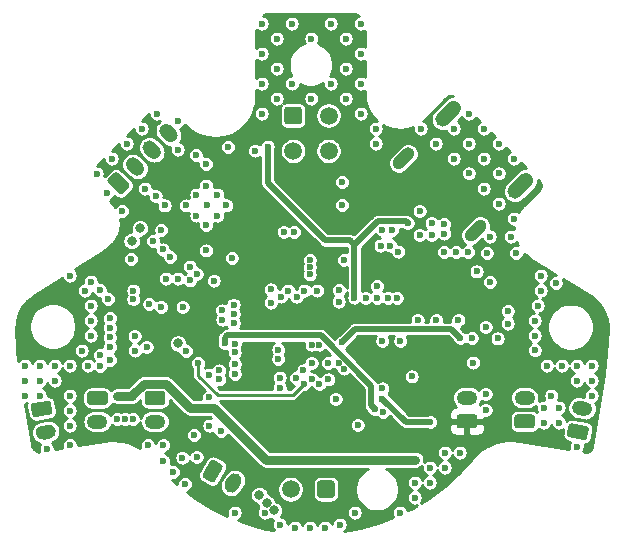
<source format=gbr>
%TF.GenerationSoftware,KiCad,Pcbnew,(5.1.10)-1*%
%TF.CreationDate,2021-12-06T16:33:20+01:00*%
%TF.ProjectId,MiniAB-CAN-Board,4d696e69-4142-42d4-9341-4e2d426f6172,rev?*%
%TF.SameCoordinates,Original*%
%TF.FileFunction,Copper,L3,Inr*%
%TF.FilePolarity,Positive*%
%FSLAX46Y46*%
G04 Gerber Fmt 4.6, Leading zero omitted, Abs format (unit mm)*
G04 Created by KiCad (PCBNEW (5.1.10)-1) date 2021-12-06 16:33:20*
%MOMM*%
%LPD*%
G01*
G04 APERTURE LIST*
%TA.AperFunction,ComponentPad*%
%ADD10C,1.500000*%
%TD*%
%TA.AperFunction,ComponentPad*%
%ADD11O,1.750000X1.200000*%
%TD*%
%TA.AperFunction,ViaPad*%
%ADD12C,0.600000*%
%TD*%
%TA.AperFunction,ViaPad*%
%ADD13C,0.800000*%
%TD*%
%TA.AperFunction,Conductor*%
%ADD14C,0.500000*%
%TD*%
%TA.AperFunction,Conductor*%
%ADD15C,0.750000*%
%TD*%
%TA.AperFunction,Conductor*%
%ADD16C,0.250000*%
%TD*%
%TA.AperFunction,Conductor*%
%ADD17C,0.254000*%
%TD*%
%TA.AperFunction,Conductor*%
%ADD18C,0.100000*%
%TD*%
G04 APERTURE END LIST*
D10*
%TO.N,Net-(D5-Pad1)*%
%TO.C,J6*%
X-24996400Y-69392800D03*
%TO.N,+24V*%
%TA.AperFunction,ComponentPad*%
G36*
G01*
X-22496400Y-68642800D02*
X-21496400Y-68642800D01*
G75*
G02*
X-21246400Y-68892800I0J-250000D01*
G01*
X-21246400Y-69892800D01*
G75*
G02*
X-21496400Y-70142800I-250000J0D01*
G01*
X-22496400Y-70142800D01*
G75*
G02*
X-22746400Y-69892800I0J250000D01*
G01*
X-22746400Y-68892800D01*
G75*
G02*
X-22496400Y-68642800I250000J0D01*
G01*
G37*
%TD.AperFunction*%
%TD*%
%TO.N,B2*%
%TO.C,J11*%
%TA.AperFunction,ComponentPad*%
G36*
G01*
X-35560369Y-39860877D02*
X-35949277Y-39471969D01*
G75*
G02*
X-35949277Y-38623441I424264J424264D01*
G01*
X-35949277Y-38623441D01*
G75*
G02*
X-35100749Y-38623441I424264J-424264D01*
G01*
X-34711841Y-39012349D01*
G75*
G02*
X-34711841Y-39860877I-424264J-424264D01*
G01*
X-34711841Y-39860877D01*
G75*
G02*
X-35560369Y-39860877I-424264J424264D01*
G01*
G37*
%TD.AperFunction*%
%TO.N,B1*%
%TA.AperFunction,ComponentPad*%
G36*
G01*
X-36974583Y-41275091D02*
X-37363491Y-40886183D01*
G75*
G02*
X-37363491Y-40037655I424264J424264D01*
G01*
X-37363491Y-40037655D01*
G75*
G02*
X-36514963Y-40037655I424264J-424264D01*
G01*
X-36126055Y-40426563D01*
G75*
G02*
X-36126055Y-41275091I-424264J-424264D01*
G01*
X-36126055Y-41275091D01*
G75*
G02*
X-36974583Y-41275091I-424264J424264D01*
G01*
G37*
%TD.AperFunction*%
%TO.N,A1*%
%TA.AperFunction,ComponentPad*%
G36*
G01*
X-38388796Y-42689304D02*
X-38777704Y-42300396D01*
G75*
G02*
X-38777704Y-41451868I424264J424264D01*
G01*
X-38777704Y-41451868D01*
G75*
G02*
X-37929176Y-41451868I424264J-424264D01*
G01*
X-37540268Y-41840776D01*
G75*
G02*
X-37540268Y-42689304I-424264J-424264D01*
G01*
X-37540268Y-42689304D01*
G75*
G02*
X-38388796Y-42689304I-424264J424264D01*
G01*
G37*
%TD.AperFunction*%
%TO.N,A2*%
%TA.AperFunction,ComponentPad*%
G36*
G01*
X-39555522Y-44351007D02*
X-40439407Y-43467122D01*
G75*
G02*
X-40439407Y-43113570I176776J176776D01*
G01*
X-39944430Y-42618593D01*
G75*
G02*
X-39590878Y-42618593I176776J-176776D01*
G01*
X-38706993Y-43502478D01*
G75*
G02*
X-38706993Y-43856030I-176776J-176776D01*
G01*
X-39201970Y-44351007D01*
G75*
G02*
X-39555522Y-44351007I-176776J176776D01*
G01*
G37*
%TD.AperFunction*%
%TD*%
D11*
%TO.N,Net-(J10-Pad2)*%
%TO.C,J10*%
X-10058400Y-61652400D03*
%TO.N,GNDA*%
%TA.AperFunction,ComponentPad*%
G36*
G01*
X-9433399Y-64252400D02*
X-10683401Y-64252400D01*
G75*
G02*
X-10933400Y-64002401I0J249999D01*
G01*
X-10933400Y-63302399D01*
G75*
G02*
X-10683401Y-63052400I249999J0D01*
G01*
X-9433399Y-63052400D01*
G75*
G02*
X-9183400Y-63302399I0J-249999D01*
G01*
X-9183400Y-64002401D01*
G75*
G02*
X-9433399Y-64252400I-249999J0D01*
G01*
G37*
%TD.AperFunction*%
%TD*%
%TO.N,Net-(D7-Pad1)*%
%TO.C,J9*%
%TA.AperFunction,ComponentPad*%
G36*
G01*
X-146471Y-63185022D02*
X-688115Y-63089516D01*
G75*
G02*
X-1174811Y-62394442I104189J590885D01*
G01*
X-1174811Y-62394442D01*
G75*
G02*
X-479737Y-61907746I590885J-104189D01*
G01*
X61907Y-62003252D01*
G75*
G02*
X548603Y-62698326I-104189J-590885D01*
G01*
X548603Y-62698326D01*
G75*
G02*
X-146471Y-63185022I-590885J104189D01*
G01*
G37*
%TD.AperFunction*%
%TO.N,Net-(J8-Pad1)*%
%TA.AperFunction,ComponentPad*%
G36*
G01*
X-149083Y-65215415D02*
X-1380095Y-64998354D01*
G75*
G02*
X-1582884Y-64708741I43412J246201D01*
G01*
X-1461330Y-64019374D01*
G75*
G02*
X-1171717Y-63816585I246201J-43412D01*
G01*
X59295Y-64033646D01*
G75*
G02*
X262084Y-64323259I-43412J-246201D01*
G01*
X140530Y-65012626D01*
G75*
G02*
X-149083Y-65215415I-246201J43412D01*
G01*
G37*
%TD.AperFunction*%
%TD*%
%TO.N,Net-(D7-Pad1)*%
%TO.C,J8*%
%TA.AperFunction,ComponentPad*%
G36*
G01*
X-46103315Y-64012084D02*
X-45561671Y-63916578D01*
G75*
G02*
X-44866597Y-64403274I104189J-590885D01*
G01*
X-44866597Y-64403274D01*
G75*
G02*
X-45353293Y-65098348I-590885J-104189D01*
G01*
X-45894937Y-65193854D01*
G75*
G02*
X-46590011Y-64707158I-104189J590885D01*
G01*
X-46590011Y-64707158D01*
G75*
G02*
X-46103315Y-64012084I590885J104189D01*
G01*
G37*
%TD.AperFunction*%
%TO.N,Net-(J8-Pad1)*%
%TA.AperFunction,ComponentPad*%
G36*
G01*
X-46795295Y-62103246D02*
X-45564283Y-61886185D01*
G75*
G02*
X-45274670Y-62088974I43412J-246201D01*
G01*
X-45153116Y-62778341D01*
G75*
G02*
X-45355905Y-63067954I-246201J-43412D01*
G01*
X-46586917Y-63285015D01*
G75*
G02*
X-46876530Y-63082226I-43412J246201D01*
G01*
X-46998084Y-62392859D01*
G75*
G02*
X-46795295Y-62103246I246201J43412D01*
G01*
G37*
%TD.AperFunction*%
%TD*%
%TO.N,Net-(D6-Pad1)*%
%TO.C,J7*%
X-5181600Y-61652400D03*
%TO.N,Net-(J7-Pad1)*%
%TA.AperFunction,ComponentPad*%
G36*
G01*
X-4556599Y-64252400D02*
X-5806601Y-64252400D01*
G75*
G02*
X-6056600Y-64002401I0J249999D01*
G01*
X-6056600Y-63302399D01*
G75*
G02*
X-5806601Y-63052400I249999J0D01*
G01*
X-4556599Y-63052400D01*
G75*
G02*
X-4306600Y-63302399I0J-249999D01*
G01*
X-4306600Y-64002401D01*
G75*
G02*
X-4556599Y-64252400I-249999J0D01*
G01*
G37*
%TD.AperFunction*%
%TD*%
%TO.N,Net-(J5-Pad2)*%
%TO.C,J5*%
X-41351200Y-63671200D03*
%TO.N,GND*%
%TA.AperFunction,ComponentPad*%
G36*
G01*
X-41976201Y-61071200D02*
X-40726199Y-61071200D01*
G75*
G02*
X-40476200Y-61321199I0J-249999D01*
G01*
X-40476200Y-62021201D01*
G75*
G02*
X-40726199Y-62271200I-249999J0D01*
G01*
X-41976201Y-62271200D01*
G75*
G02*
X-42226200Y-62021201I0J249999D01*
G01*
X-42226200Y-61321199D01*
G75*
G02*
X-41976201Y-61071200I249999J0D01*
G01*
G37*
%TD.AperFunction*%
%TD*%
%TO.N,Net-(J4-Pad2)*%
%TO.C,J4*%
X-36474400Y-63671200D03*
%TO.N,GND*%
%TA.AperFunction,ComponentPad*%
G36*
G01*
X-37099401Y-61071200D02*
X-35849399Y-61071200D01*
G75*
G02*
X-35599400Y-61321199I0J-249999D01*
G01*
X-35599400Y-62021201D01*
G75*
G02*
X-35849399Y-62271200I-249999J0D01*
G01*
X-37099401Y-62271200D01*
G75*
G02*
X-37349400Y-62021201I0J249999D01*
G01*
X-37349400Y-61321199D01*
G75*
G02*
X-37099401Y-61071200I249999J0D01*
G01*
G37*
%TD.AperFunction*%
%TD*%
%TO.N,Net-(J3-Pad2)*%
%TO.C,J3*%
%TA.AperFunction,ComponentPad*%
G36*
G01*
X-30522664Y-68806957D02*
X-30247664Y-68330643D01*
G75*
G02*
X-29428049Y-68111028I519615J-300000D01*
G01*
X-29428049Y-68111028D01*
G75*
G02*
X-29208434Y-68930643I-300000J-519615D01*
G01*
X-29483434Y-69406957D01*
G75*
G02*
X-30303049Y-69626572I-519615J300000D01*
G01*
X-30303049Y-69626572D01*
G75*
G02*
X-30522664Y-68806957I300000J519615D01*
G01*
G37*
%TD.AperFunction*%
%TO.N,GND*%
%TA.AperFunction,ComponentPad*%
G36*
G01*
X-32429715Y-68110067D02*
X-31804714Y-67027534D01*
G75*
G02*
X-31463209Y-66936028I216505J-124999D01*
G01*
X-30856990Y-67286029D01*
G75*
G02*
X-30765485Y-67627533I-125000J-216505D01*
G01*
X-31390486Y-68710066D01*
G75*
G02*
X-31731991Y-68801572I-216505J124999D01*
G01*
X-32338210Y-68451571D01*
G75*
G02*
X-32429715Y-68110067I125000J216505D01*
G01*
G37*
%TD.AperFunction*%
%TD*%
D10*
%TO.N,GND*%
%TO.C,J2*%
X-21777700Y-40757100D03*
%TO.N,+24V*%
X-24777700Y-40757100D03*
%TO.N,Net-(J2-Pad2)*%
X-21777700Y-37757100D03*
%TO.N,Net-(J2-Pad1)*%
%TA.AperFunction,ComponentPad*%
G36*
G01*
X-25527700Y-38257100D02*
X-25527700Y-37257100D01*
G75*
G02*
X-25277700Y-37007100I250000J0D01*
G01*
X-24277700Y-37007100D01*
G75*
G02*
X-24027700Y-37257100I0J-250000D01*
G01*
X-24027700Y-38257100D01*
G75*
G02*
X-24277700Y-38507100I-250000J0D01*
G01*
X-25277700Y-38507100D01*
G75*
G02*
X-25527700Y-38257100I0J250000D01*
G01*
G37*
%TD.AperFunction*%
%TD*%
%TO.N,Net-(J1-PadS1)*%
%TO.C,J1*%
%TA.AperFunction,ComponentPad*%
G36*
G01*
X-6457923Y-43702888D02*
X-5538685Y-42783650D01*
G75*
G02*
X-4619447Y-42783650I459619J-459619D01*
G01*
X-4619447Y-42783650D01*
G75*
G02*
X-4619447Y-43702888I-459619J-459619D01*
G01*
X-5538685Y-44622126D01*
G75*
G02*
X-6457923Y-44622126I-459619J459619D01*
G01*
X-6457923Y-44622126D01*
G75*
G02*
X-6457923Y-43702888I459619J459619D01*
G01*
G37*
%TD.AperFunction*%
%TA.AperFunction,ComponentPad*%
G36*
G01*
X-12567326Y-37593485D02*
X-11648088Y-36674247D01*
G75*
G02*
X-10728850Y-36674247I459619J-459619D01*
G01*
X-10728850Y-36674247D01*
G75*
G02*
X-10728850Y-37593485I-459619J-459619D01*
G01*
X-11648088Y-38512723D01*
G75*
G02*
X-12567326Y-38512723I-459619J459619D01*
G01*
X-12567326Y-38512723D01*
G75*
G02*
X-12567326Y-37593485I459619J459619D01*
G01*
G37*
%TD.AperFunction*%
%TA.AperFunction,ComponentPad*%
G36*
G01*
X-10106595Y-47492980D02*
X-9328777Y-46715162D01*
G75*
G02*
X-8550959Y-46715162I388909J-388909D01*
G01*
X-8550959Y-46715162D01*
G75*
G02*
X-8550959Y-47492980I-388909J-388909D01*
G01*
X-9328777Y-48270798D01*
G75*
G02*
X-10106595Y-48270798I-388909J388909D01*
G01*
X-10106595Y-48270798D01*
G75*
G02*
X-10106595Y-47492980I388909J388909D01*
G01*
G37*
%TD.AperFunction*%
%TA.AperFunction,ComponentPad*%
G36*
G01*
X-16215998Y-41383577D02*
X-15438180Y-40605759D01*
G75*
G02*
X-14660362Y-40605759I388909J-388909D01*
G01*
X-14660362Y-40605759D01*
G75*
G02*
X-14660362Y-41383577I-388909J-388909D01*
G01*
X-15438180Y-42161395D01*
G75*
G02*
X-16215998Y-42161395I-388909J388909D01*
G01*
X-16215998Y-42161395D01*
G75*
G02*
X-16215998Y-41383577I388909J388909D01*
G01*
G37*
%TD.AperFunction*%
%TD*%
D12*
%TO.N,*%
X508000Y-61468000D03*
X-762000Y-65786000D03*
%TO.N,GND*%
X-25577800Y-47599600D03*
X-4064000Y-53848000D03*
X-20320000Y-36322000D03*
X-26162000Y-36322000D03*
X-762000Y-58928000D03*
X-2032000Y-58928000D03*
X-3302000Y-58928000D03*
X-3810000Y-52578000D03*
X-3810000Y-51308000D03*
X-4318000Y-57632600D03*
X-4318000Y-56388000D03*
X-4318000Y-55118000D03*
X-32156400Y-49174400D03*
X-23241000Y-36322000D03*
X-25908000Y-72390000D03*
X-20828000Y-72390000D03*
X-23368000Y-72644000D03*
X-2921000Y-61468000D03*
X-42672000Y-57658000D03*
X-6350000Y-48006000D03*
X-17678400Y-52197000D03*
X-2540000Y-51943000D03*
X-9906000Y-42646600D03*
X-8636000Y-43942000D03*
X-7366000Y-45212000D03*
X-6096000Y-46482000D03*
X-7366000Y-42646600D03*
X-6096000Y-41402000D03*
X-7366000Y-40132000D03*
X-8636000Y-38862000D03*
X-9906000Y-37592000D03*
X-11176000Y-38862000D03*
X-19050000Y-37592000D03*
X-21590000Y-35052000D03*
X-23241000Y-31242000D03*
X-20320000Y-33782000D03*
X-26162000Y-33782000D03*
X-20320000Y-31242000D03*
X-26162000Y-31242000D03*
X-34544000Y-38227000D03*
X-34544000Y-40640000D03*
X-37338000Y-43942000D03*
X-40513000Y-44323000D03*
X-3556000Y-62484000D03*
X-2286000Y-62484000D03*
X-10668000Y-66294000D03*
X-13208000Y-67564000D03*
X-11938000Y-67564000D03*
X-11938000Y-66294000D03*
X-13208000Y-68834000D03*
X-33934400Y-68935600D03*
X-37084000Y-65659000D03*
X-35763200Y-65659000D03*
X-43688000Y-65659000D03*
X-45643800Y-65963800D03*
X-46228000Y-61468000D03*
X-47498000Y-61468000D03*
X-44958000Y-60198000D03*
X-43688000Y-62738000D03*
X-43688000Y-61468000D03*
X-41910000Y-55118000D03*
X-43688000Y-58928000D03*
X-41910000Y-56388000D03*
X-41910000Y-53848000D03*
X-43688000Y-51308000D03*
X-44958000Y-58928000D03*
X-47498000Y-58928000D03*
X-46228000Y-60198000D03*
X-34544000Y-51562000D03*
X-35941000Y-47447200D03*
X-36652200Y-48387000D03*
D13*
X-34518600Y-57048400D03*
D12*
X-40284400Y-57353200D03*
X-29819600Y-54559200D03*
X-29819600Y-53771800D03*
X-30759400Y-55041800D03*
X-40284400Y-56540400D03*
X-31877000Y-59690000D03*
X-37185600Y-57353200D03*
X-12649200Y-55067200D03*
X-17678400Y-53187600D03*
X-22758400Y-52578000D03*
X-14732000Y-59842400D03*
X-17221200Y-56845200D03*
X-15697200Y-56845200D03*
X-39674800Y-63449200D03*
X-39014400Y-63449200D03*
X-38354000Y-63449200D03*
X-37592000Y-38862000D03*
X-40132000Y-41402000D03*
X-38862000Y-40132000D03*
X-39243000Y-45847000D03*
X-27432000Y-37592000D03*
X-27432000Y-32512000D03*
X-19050000Y-29972000D03*
X-19050000Y-35052000D03*
X-33528000Y-50546000D03*
X-24714200Y-47599600D03*
X-26670000Y-53594000D03*
X-26670000Y-52476400D03*
X-23368000Y-51206400D03*
X-23368000Y-50596800D03*
X-23368000Y-49987200D03*
X-23215600Y-57150000D03*
X-23215600Y-58724800D03*
X-20472400Y-49987200D03*
X-40436800Y-53289200D03*
X-41148000Y-52527200D03*
X-41910000Y-51816000D03*
X-38303200Y-52578000D03*
X-38303200Y-53314600D03*
X-41148000Y-58013600D03*
X-34137600Y-53949600D03*
X-8483600Y-55676800D03*
X-6604000Y-55372000D03*
X-5892800Y-49377600D03*
X-29972000Y-49834800D03*
X-8483600Y-62687200D03*
X-24536400Y-59994800D03*
X-31191200Y-44450000D03*
X-32969200Y-46228000D03*
X-32156400Y-47040800D03*
X-30429200Y-45364400D03*
X-32156400Y-43688000D03*
X-33832800Y-45364400D03*
X-32969200Y-44450000D03*
X-31191200Y-46228000D03*
X-32054800Y-45313600D03*
X-33020000Y-41097200D03*
X-36423600Y-44551600D03*
X-8128000Y-51866800D03*
X-9550400Y-58674000D03*
X-8483600Y-61315600D03*
X-36957000Y-53695600D03*
X-15875000Y-49276000D03*
X-17373600Y-48768000D03*
X-17170400Y-62839600D03*
X-11988800Y-49326800D03*
X-10972800Y-49326800D03*
X-9956800Y-49326800D03*
X-11988800Y-47752000D03*
X-11988800Y-46939200D03*
X-8128000Y-48006000D03*
X-16560800Y-48768000D03*
X-17780000Y-40132000D03*
X-17780000Y-38862000D03*
X-13970000Y-38862000D03*
X-12700000Y-40132000D03*
X-8636000Y-41402000D03*
X-11176000Y-41402000D03*
X-9906000Y-40132000D03*
X-19050000Y-32512000D03*
X-24866600Y-35052000D03*
X-27432000Y-35052000D03*
X-24892000Y-29972000D03*
X-27432000Y-29972000D03*
X-21590000Y-29972000D03*
X-36322000Y-37592000D03*
X-41402000Y-42672000D03*
X-46228000Y-58928000D03*
X-47498000Y-60198000D03*
X-42418000Y-52578000D03*
X-762000Y-60198000D03*
X508000Y-60198000D03*
X508000Y-58928000D03*
X-2286000Y-63754000D03*
X-3556000Y-63754000D03*
X-14478000Y-68834000D03*
X-14478000Y-70104000D03*
X-15748000Y-71374000D03*
X-19558000Y-71374000D03*
X-22098000Y-72644000D03*
X-24638000Y-72644000D03*
X-27178000Y-71374000D03*
X-29718000Y-71374000D03*
X-34950400Y-67919600D03*
X-35763200Y-67005200D03*
X-43688000Y-64008000D03*
X-20918200Y-53503800D03*
X-16002000Y-53187600D03*
X-16764000Y-53187600D03*
X-18643600Y-53187600D03*
X-29819600Y-55321200D03*
X-31877000Y-64008000D03*
X-23901400Y-59334400D03*
X-22555200Y-57150000D03*
X-26035000Y-58369200D03*
X-26035000Y-57581800D03*
X-21844000Y-58699400D03*
X-20878800Y-58699400D03*
X-20472400Y-59182000D03*
D13*
X-26390600Y-71196200D03*
X-27025600Y-70561200D03*
X-27635200Y-69900800D03*
D12*
%TO.N,+3V3*%
X-35560000Y-51562000D03*
X-33832800Y-57708800D03*
X-9652000Y-56591200D03*
X-17221200Y-60858400D03*
X-42164000Y-58928000D03*
X-15087600Y-46837600D03*
X-32943800Y-66649600D03*
X-19593600Y-53171600D03*
X-35940940Y-53964840D03*
X-19312400Y-63969900D03*
X-20878800Y-52527200D03*
X-26924000Y-40386000D03*
%TO.N,+24V*%
X-30276800Y-40436800D03*
X-32156400Y-41859200D03*
X-35661600Y-45364400D03*
X-16408400Y-47447200D03*
X-17221200Y-47447200D03*
X-8382000Y-49377600D03*
X-9245600Y-50952400D03*
D13*
X-37733608Y-47305592D03*
X-38446100Y-48371100D03*
D12*
%TO.N,AREF*%
X-38404800Y-61518800D03*
X-39674800Y-61518800D03*
X-39014400Y-61518800D03*
X-14427200Y-66903600D03*
X-15290800Y-66903600D03*
X-16103600Y-66903600D03*
%TO.N,GNDA*%
X-32969200Y-55118000D03*
X-21183600Y-60807600D03*
X-15087600Y-65887600D03*
X-15849600Y-65887600D03*
%TO.N,ENDSTOP2*%
X-32816800Y-58724800D03*
X-23876000Y-60502800D03*
%TO.N,ENDSTOP1*%
X-23215600Y-60096400D03*
X-41148000Y-58980000D03*
%TO.N,+5V*%
X-38506400Y-49885600D03*
X-14239200Y-55079900D03*
X-10784800Y-55079900D03*
X-6606000Y-54305200D03*
%TO.N,TH0*%
X-17221200Y-61722000D03*
X-13157200Y-63700600D03*
%TO.N,CANL*%
X-20624800Y-45313600D03*
%TO.N,CANH*%
X-20624800Y-43383200D03*
%TO.N,TH1*%
X-30581600Y-56997600D03*
X-17881600Y-62585600D03*
%TO.N,Net-(D7-Pad1)*%
X-33175000Y-64800000D03*
%TO.N,SCLK*%
X-38201600Y-56438800D03*
X-25908000Y-60807600D03*
%TO.N,SDI*%
X-40284400Y-54914800D03*
X-31038800Y-59334400D03*
%TO.N,SDO*%
X-31038800Y-60096400D03*
X-40284400Y-55727600D03*
%TO.N,ADXL-INT1*%
X-40284400Y-58470800D03*
X-21793200Y-60096400D03*
%TO.N,ADXL-CS*%
X-38176200Y-57658000D03*
X-22555200Y-60502800D03*
%TO.N,DM*%
X-13055600Y-46837600D03*
%TO.N,DP*%
X-14071600Y-45821600D03*
%TO.N,Net-(J8-Pad1)*%
X-31902400Y-61620400D03*
X-34162401Y-66726399D03*
%TO.N,USBDP*%
X-29718000Y-57099200D03*
X-14071600Y-47853600D03*
%TO.N,USBDM*%
X-29718000Y-57810400D03*
X-13055600Y-47855600D03*
%TO.N,LED0*%
X-10617200Y-56591200D03*
X-20624800Y-56946800D03*
%TO.N,HE-FAN*%
X-25908000Y-59944000D03*
X-7465600Y-56629300D03*
%TO.N,PC-FAN*%
X-30886400Y-64465200D03*
X-21183600Y-61772800D03*
%TO.N,ST_UART_RX*%
X-29718000Y-58775600D03*
X-32943800Y-51181000D03*
%TO.N,ST_EN*%
X-23825200Y-52578000D03*
X-27995824Y-40736576D03*
%TO.N,ST_UART_TX*%
X-33528000Y-51714400D03*
X-29718000Y-59639200D03*
%TO.N,Net-(R39-Pad1)*%
X-30784800Y-54254400D03*
%TO.N,ST_DIR*%
X-24485600Y-53086000D03*
X-35814000Y-49098200D03*
%TO.N,ST_STEP*%
X-35179000Y-49733200D03*
X-25196800Y-52578000D03*
%TO.N,ST_DIAG*%
X-31496000Y-51739800D03*
X-25806400Y-53086000D03*
%TD*%
D14*
%TO.N,+3V3*%
X-26924000Y-40386000D02*
X-26924000Y-43484800D01*
X-26924000Y-43484800D02*
X-22072600Y-48336200D01*
X-19593600Y-49755998D02*
X-19593600Y-53171600D01*
X-15228001Y-46697199D02*
X-15087600Y-46837600D01*
X-17581201Y-46697199D02*
X-15228001Y-46697199D01*
X-19593600Y-48709598D02*
X-17581201Y-46697199D01*
X-19593600Y-49755998D02*
X-19593600Y-48709598D01*
X-19966998Y-48336200D02*
X-19593600Y-48709598D01*
X-22072600Y-48336200D02*
X-19966998Y-48336200D01*
D15*
%TO.N,AREF*%
X-38404800Y-61518800D02*
X-39674800Y-61518800D01*
X-38404800Y-61459856D02*
X-38404800Y-61518800D01*
X-37441134Y-60496190D02*
X-38404800Y-61459856D01*
X-35507666Y-60496190D02*
X-37441134Y-60496190D01*
X-33508455Y-62495401D02*
X-35507666Y-60496190D01*
X-31482399Y-62495401D02*
X-33508455Y-62495401D01*
X-27074200Y-66903600D02*
X-31482399Y-62495401D01*
X-14427200Y-66903600D02*
X-27074200Y-66903600D01*
D16*
%TO.N,GNDA*%
X-21183600Y-60807600D02*
X-20015200Y-60807600D01*
%TO.N,ENDSTOP2*%
X-24805801Y-61432601D02*
X-23876000Y-60502800D01*
X-31165197Y-61432601D02*
X-24805801Y-61432601D01*
X-32816800Y-59780998D02*
X-31165197Y-61432601D01*
X-32816800Y-58724800D02*
X-32816800Y-59780998D01*
D14*
%TO.N,TH0*%
X-15242600Y-63700600D02*
X-17221200Y-61722000D01*
X-13157200Y-63700600D02*
X-15242600Y-63700600D01*
%TO.N,TH1*%
X-18181599Y-62285601D02*
X-17881600Y-62585600D01*
X-18181599Y-60616799D02*
X-18181599Y-62285601D01*
X-22449199Y-56349199D02*
X-18181599Y-60616799D01*
X-30357463Y-56349199D02*
X-22449199Y-56349199D01*
X-30581600Y-56573336D02*
X-30357463Y-56349199D01*
X-30581600Y-56997600D02*
X-30581600Y-56573336D01*
%TO.N,LED0*%
X-19507901Y-55829901D02*
X-20624800Y-56946800D01*
X-11378499Y-55829901D02*
X-19507901Y-55829901D01*
X-10617200Y-56591200D02*
X-11378499Y-55829901D01*
%TD*%
D17*
%TO.N,GNDA*%
X-19527050Y-29179801D02*
X-19337090Y-29237154D01*
X-19203491Y-29308190D01*
X-19248640Y-29317171D01*
X-19372574Y-29368506D01*
X-19484112Y-29443033D01*
X-19578967Y-29537888D01*
X-19653494Y-29649426D01*
X-19704829Y-29773360D01*
X-19731000Y-29904927D01*
X-19731000Y-30039073D01*
X-19704829Y-30170640D01*
X-19653494Y-30294574D01*
X-19578967Y-30406112D01*
X-19484112Y-30500967D01*
X-19372574Y-30575494D01*
X-19248640Y-30626829D01*
X-19117073Y-30653000D01*
X-18982927Y-30653000D01*
X-18851360Y-30626829D01*
X-18727426Y-30575494D01*
X-18705523Y-30560859D01*
X-18705523Y-31923141D01*
X-18727426Y-31908506D01*
X-18851360Y-31857171D01*
X-18982927Y-31831000D01*
X-19117073Y-31831000D01*
X-19248640Y-31857171D01*
X-19372574Y-31908506D01*
X-19484112Y-31983033D01*
X-19578967Y-32077888D01*
X-19653494Y-32189426D01*
X-19704829Y-32313360D01*
X-19731000Y-32444927D01*
X-19731000Y-32579073D01*
X-19704829Y-32710640D01*
X-19653494Y-32834574D01*
X-19578967Y-32946112D01*
X-19484112Y-33040967D01*
X-19372574Y-33115494D01*
X-19248640Y-33166829D01*
X-19117073Y-33193000D01*
X-18982927Y-33193000D01*
X-18851360Y-33166829D01*
X-18727426Y-33115494D01*
X-18705522Y-33100859D01*
X-18705522Y-34463142D01*
X-18727426Y-34448506D01*
X-18851360Y-34397171D01*
X-18982927Y-34371000D01*
X-19117073Y-34371000D01*
X-19248640Y-34397171D01*
X-19372574Y-34448506D01*
X-19484112Y-34523033D01*
X-19578967Y-34617888D01*
X-19653494Y-34729426D01*
X-19704829Y-34853360D01*
X-19731000Y-34984927D01*
X-19731000Y-35119073D01*
X-19704829Y-35250640D01*
X-19653494Y-35374574D01*
X-19578967Y-35486112D01*
X-19484112Y-35580967D01*
X-19372574Y-35655494D01*
X-19248640Y-35706829D01*
X-19117073Y-35733000D01*
X-18982927Y-35733000D01*
X-18851360Y-35706829D01*
X-18727426Y-35655494D01*
X-18705522Y-35640858D01*
X-18705522Y-35995088D01*
X-18705399Y-35996337D01*
X-18705379Y-36000158D01*
X-18703176Y-36021474D01*
X-18703251Y-36042906D01*
X-18702573Y-36049588D01*
X-18649879Y-36534649D01*
X-18640961Y-36577333D01*
X-18632645Y-36620118D01*
X-18630681Y-36626541D01*
X-18484774Y-37092129D01*
X-18467746Y-37132244D01*
X-18451268Y-37172622D01*
X-18448095Y-37178541D01*
X-18214534Y-37606921D01*
X-18190027Y-37642982D01*
X-18166032Y-37679372D01*
X-18161769Y-37684562D01*
X-17849451Y-38059419D01*
X-17818443Y-38089996D01*
X-17787799Y-38121071D01*
X-17782609Y-38125334D01*
X-17713867Y-38181000D01*
X-17847073Y-38181000D01*
X-17978640Y-38207171D01*
X-18102574Y-38258506D01*
X-18214112Y-38333033D01*
X-18308967Y-38427888D01*
X-18383494Y-38539426D01*
X-18434829Y-38663360D01*
X-18461000Y-38794927D01*
X-18461000Y-38929073D01*
X-18434829Y-39060640D01*
X-18383494Y-39184574D01*
X-18308967Y-39296112D01*
X-18214112Y-39390967D01*
X-18102574Y-39465494D01*
X-18026512Y-39497000D01*
X-18102574Y-39528506D01*
X-18214112Y-39603033D01*
X-18308967Y-39697888D01*
X-18383494Y-39809426D01*
X-18434829Y-39933360D01*
X-18461000Y-40064927D01*
X-18461000Y-40199073D01*
X-18434829Y-40330640D01*
X-18383494Y-40454574D01*
X-18308967Y-40566112D01*
X-18214112Y-40660967D01*
X-18102574Y-40735494D01*
X-17978640Y-40786829D01*
X-17847073Y-40813000D01*
X-17712927Y-40813000D01*
X-17581360Y-40786829D01*
X-17457426Y-40735494D01*
X-17345888Y-40660967D01*
X-17251033Y-40566112D01*
X-17176506Y-40454574D01*
X-17125171Y-40330640D01*
X-17099000Y-40199073D01*
X-17099000Y-40064927D01*
X-17125171Y-39933360D01*
X-17176506Y-39809426D01*
X-17251033Y-39697888D01*
X-17345888Y-39603033D01*
X-17457426Y-39528506D01*
X-17533488Y-39497000D01*
X-17457426Y-39465494D01*
X-17345888Y-39390967D01*
X-17251033Y-39296112D01*
X-17176506Y-39184574D01*
X-17125171Y-39060640D01*
X-17099000Y-38929073D01*
X-17099000Y-38794927D01*
X-17125171Y-38663360D01*
X-17164338Y-38568803D01*
X-16893457Y-38711623D01*
X-16853093Y-38728095D01*
X-16812963Y-38745129D01*
X-16806541Y-38747092D01*
X-16338962Y-38886483D01*
X-16296186Y-38894798D01*
X-16253494Y-38903716D01*
X-16246812Y-38904395D01*
X-15761063Y-38950312D01*
X-15717526Y-38950160D01*
X-15673874Y-38950617D01*
X-15667188Y-38949985D01*
X-15181771Y-38900678D01*
X-15139024Y-38892058D01*
X-15096186Y-38884041D01*
X-15089750Y-38882123D01*
X-14641058Y-38744944D01*
X-14651000Y-38794927D01*
X-14651000Y-38929073D01*
X-14624829Y-39060640D01*
X-14573494Y-39184574D01*
X-14498967Y-39296112D01*
X-14404112Y-39390967D01*
X-14292574Y-39465494D01*
X-14168640Y-39516829D01*
X-14037073Y-39543000D01*
X-13902927Y-39543000D01*
X-13771360Y-39516829D01*
X-13647426Y-39465494D01*
X-13535888Y-39390967D01*
X-13441033Y-39296112D01*
X-13366506Y-39184574D01*
X-13315171Y-39060640D01*
X-13289000Y-38929073D01*
X-13289000Y-38794927D01*
X-13315171Y-38663360D01*
X-13366506Y-38539426D01*
X-13441033Y-38427888D01*
X-13535888Y-38333033D01*
X-13647426Y-38258506D01*
X-13769549Y-38207921D01*
X-13651451Y-38110914D01*
X-13651445Y-38110908D01*
X-13633344Y-38096053D01*
X-11771848Y-36234559D01*
X-11675664Y-36155552D01*
X-11586791Y-36107899D01*
X-11490360Y-36078417D01*
X-11390028Y-36068226D01*
X-11289641Y-36077715D01*
X-11213675Y-36100361D01*
X-11390581Y-36117784D01*
X-11584925Y-36176739D01*
X-11764034Y-36272474D01*
X-11881685Y-36369028D01*
X-12872545Y-37359889D01*
X-12969099Y-37477540D01*
X-13064834Y-37656649D01*
X-13123789Y-37850993D01*
X-13143694Y-38053104D01*
X-13123789Y-38255215D01*
X-13064834Y-38449559D01*
X-12969099Y-38628668D01*
X-12840261Y-38785658D01*
X-12683271Y-38914496D01*
X-12504162Y-39010231D01*
X-12309818Y-39069186D01*
X-12107707Y-39089091D01*
X-11905596Y-39069186D01*
X-11833481Y-39047310D01*
X-11830829Y-39060640D01*
X-11779494Y-39184574D01*
X-11704967Y-39296112D01*
X-11610112Y-39390967D01*
X-11498574Y-39465494D01*
X-11374640Y-39516829D01*
X-11243073Y-39543000D01*
X-11108927Y-39543000D01*
X-10977360Y-39516829D01*
X-10853426Y-39465494D01*
X-10741888Y-39390967D01*
X-10647033Y-39296112D01*
X-10572506Y-39184574D01*
X-10521171Y-39060640D01*
X-10495000Y-38929073D01*
X-10495000Y-38794927D01*
X-10521171Y-38663360D01*
X-10572506Y-38539426D01*
X-10647033Y-38427888D01*
X-10741888Y-38333033D01*
X-10853426Y-38258506D01*
X-10854578Y-38258029D01*
X-10509971Y-37913422D01*
X-10509494Y-37914574D01*
X-10434967Y-38026112D01*
X-10340112Y-38120967D01*
X-10228574Y-38195494D01*
X-10104640Y-38246829D01*
X-9973073Y-38273000D01*
X-9838927Y-38273000D01*
X-9707360Y-38246829D01*
X-9583426Y-38195494D01*
X-9471888Y-38120967D01*
X-9377033Y-38026112D01*
X-9311353Y-37927814D01*
X-8971814Y-38267353D01*
X-9070112Y-38333033D01*
X-9164967Y-38427888D01*
X-9239494Y-38539426D01*
X-9290829Y-38663360D01*
X-9317000Y-38794927D01*
X-9317000Y-38929073D01*
X-9290829Y-39060640D01*
X-9239494Y-39184574D01*
X-9164967Y-39296112D01*
X-9070112Y-39390967D01*
X-8958574Y-39465494D01*
X-8834640Y-39516829D01*
X-8703073Y-39543000D01*
X-8568927Y-39543000D01*
X-8437360Y-39516829D01*
X-8313426Y-39465494D01*
X-8201888Y-39390967D01*
X-8107033Y-39296112D01*
X-8041353Y-39197814D01*
X-7701814Y-39537353D01*
X-7800112Y-39603033D01*
X-7894967Y-39697888D01*
X-7969494Y-39809426D01*
X-8020829Y-39933360D01*
X-8047000Y-40064927D01*
X-8047000Y-40199073D01*
X-8020829Y-40330640D01*
X-7969494Y-40454574D01*
X-7894967Y-40566112D01*
X-7800112Y-40660967D01*
X-7688574Y-40735494D01*
X-7564640Y-40786829D01*
X-7433073Y-40813000D01*
X-7298927Y-40813000D01*
X-7167360Y-40786829D01*
X-7043426Y-40735494D01*
X-6931888Y-40660967D01*
X-6837033Y-40566112D01*
X-6771353Y-40467815D01*
X-6431815Y-40807353D01*
X-6530112Y-40873033D01*
X-6624967Y-40967888D01*
X-6699494Y-41079426D01*
X-6750829Y-41203360D01*
X-6777000Y-41334927D01*
X-6777000Y-41469073D01*
X-6750829Y-41600640D01*
X-6699494Y-41724574D01*
X-6624967Y-41836112D01*
X-6530112Y-41930967D01*
X-6418574Y-42005494D01*
X-6294640Y-42056829D01*
X-6163073Y-42083000D01*
X-6028927Y-42083000D01*
X-5897360Y-42056829D01*
X-5773426Y-42005494D01*
X-5661888Y-41930967D01*
X-5567033Y-41836112D01*
X-5501353Y-41737815D01*
X-5026732Y-42212436D01*
X-5079066Y-42207282D01*
X-5281178Y-42227187D01*
X-5475522Y-42286142D01*
X-5654631Y-42381877D01*
X-5772282Y-42478431D01*
X-6763142Y-43469292D01*
X-6859696Y-43586943D01*
X-6955431Y-43766052D01*
X-7014386Y-43960396D01*
X-7034291Y-44162507D01*
X-7014386Y-44364618D01*
X-6955431Y-44558962D01*
X-6859696Y-44738071D01*
X-6730858Y-44895061D01*
X-6573868Y-45023899D01*
X-6394759Y-45119634D01*
X-6200415Y-45178589D01*
X-5998304Y-45198494D01*
X-5796193Y-45178589D01*
X-5601849Y-45119634D01*
X-5422740Y-45023899D01*
X-5305089Y-44927345D01*
X-4314228Y-43936485D01*
X-4217674Y-43818834D01*
X-4121939Y-43639725D01*
X-4062984Y-43445381D01*
X-4043079Y-43243269D01*
X-4048233Y-43190936D01*
X-3966798Y-43272371D01*
X-3887791Y-43368555D01*
X-3840138Y-43457428D01*
X-3810656Y-43553859D01*
X-3800465Y-43654191D01*
X-3809954Y-43754578D01*
X-3838765Y-43851224D01*
X-3885793Y-43940420D01*
X-3963226Y-44036040D01*
X-5218684Y-45291498D01*
X-5222032Y-45295577D01*
X-5285157Y-45361533D01*
X-5300864Y-45381534D01*
X-5318308Y-45400053D01*
X-5322376Y-45405396D01*
X-5615244Y-45795639D01*
X-5637889Y-45832903D01*
X-5661042Y-45869831D01*
X-5663996Y-45875863D01*
X-5691574Y-45933198D01*
X-5773426Y-45878506D01*
X-5897360Y-45827171D01*
X-6028927Y-45801000D01*
X-6163073Y-45801000D01*
X-6294640Y-45827171D01*
X-6418574Y-45878506D01*
X-6530112Y-45953033D01*
X-6624967Y-46047888D01*
X-6699494Y-46159426D01*
X-6750829Y-46283360D01*
X-6777000Y-46414927D01*
X-6777000Y-46549073D01*
X-6750829Y-46680640D01*
X-6699494Y-46804574D01*
X-6624967Y-46916112D01*
X-6530112Y-47010967D01*
X-6418574Y-47085494D01*
X-6294640Y-47136829D01*
X-6163073Y-47163000D01*
X-6055439Y-47163000D01*
X-6068224Y-47385607D01*
X-6151360Y-47351171D01*
X-6282927Y-47325000D01*
X-6417073Y-47325000D01*
X-6548640Y-47351171D01*
X-6672574Y-47402506D01*
X-6784112Y-47477033D01*
X-6878967Y-47571888D01*
X-6953494Y-47683426D01*
X-7004829Y-47807360D01*
X-7031000Y-47938927D01*
X-7031000Y-48073073D01*
X-7004829Y-48204640D01*
X-6953494Y-48328574D01*
X-6878967Y-48440112D01*
X-6784112Y-48534967D01*
X-6672574Y-48609494D01*
X-6548640Y-48660829D01*
X-6417073Y-48687000D01*
X-6282927Y-48687000D01*
X-6151360Y-48660829D01*
X-6027426Y-48609494D01*
X-5915888Y-48534967D01*
X-5857356Y-48476435D01*
X-5819616Y-48585345D01*
X-5801389Y-48624950D01*
X-5783719Y-48664801D01*
X-5780372Y-48670618D01*
X-5780370Y-48670623D01*
X-5780367Y-48670627D01*
X-5757214Y-48710228D01*
X-5825727Y-48696600D01*
X-5959873Y-48696600D01*
X-6091440Y-48722771D01*
X-6215374Y-48774106D01*
X-6326912Y-48848633D01*
X-6421767Y-48943488D01*
X-6496294Y-49055026D01*
X-6547629Y-49178960D01*
X-6573800Y-49310527D01*
X-6573800Y-49444673D01*
X-6547629Y-49576240D01*
X-6496294Y-49700174D01*
X-6421767Y-49811712D01*
X-6326912Y-49906567D01*
X-6215374Y-49981094D01*
X-6091440Y-50032429D01*
X-5959873Y-50058600D01*
X-5825727Y-50058600D01*
X-5694160Y-50032429D01*
X-5570226Y-49981094D01*
X-5458688Y-49906567D01*
X-5363833Y-49811712D01*
X-5289306Y-49700174D01*
X-5237971Y-49576240D01*
X-5215880Y-49465183D01*
X-5155663Y-49533215D01*
X-5123737Y-49562869D01*
X-5092197Y-49592996D01*
X-5086882Y-49597102D01*
X-4698693Y-49892686D01*
X-4698679Y-49892694D01*
X-4680061Y-49906884D01*
X-2484844Y-51262000D01*
X-2607073Y-51262000D01*
X-2738640Y-51288171D01*
X-2862574Y-51339506D01*
X-2974112Y-51414033D01*
X-3068967Y-51508888D01*
X-3143494Y-51620426D01*
X-3194829Y-51744360D01*
X-3221000Y-51875927D01*
X-3221000Y-52010073D01*
X-3194829Y-52141640D01*
X-3143494Y-52265574D01*
X-3068967Y-52377112D01*
X-2974112Y-52471967D01*
X-2862574Y-52546494D01*
X-2738640Y-52597829D01*
X-2607073Y-52624000D01*
X-2472927Y-52624000D01*
X-2341360Y-52597829D01*
X-2217426Y-52546494D01*
X-2105888Y-52471967D01*
X-2011033Y-52377112D01*
X-1936506Y-52265574D01*
X-1885171Y-52141640D01*
X-1859000Y-52010073D01*
X-1859000Y-51875927D01*
X-1885171Y-51744360D01*
X-1936506Y-51620426D01*
X-1959177Y-51586497D01*
X405173Y-53046019D01*
X896450Y-53435840D01*
X1290462Y-53899319D01*
X1586948Y-54430504D01*
X1774610Y-55009156D01*
X1848012Y-55627609D01*
X1843900Y-55861261D01*
X1750739Y-57837405D01*
X1533683Y-59609220D01*
X540653Y-65766008D01*
X504964Y-65879883D01*
X453827Y-65973669D01*
X385451Y-66055732D01*
X302433Y-66122956D01*
X207943Y-66172772D01*
X105576Y-66203286D01*
X-7663Y-66213988D01*
X-87554Y-66208170D01*
X-211312Y-66187604D01*
X-158506Y-66108574D01*
X-107171Y-65984640D01*
X-81000Y-65853073D01*
X-81000Y-65718927D01*
X-104470Y-65600941D01*
X-91866Y-65601905D01*
X31301Y-65587055D01*
X149204Y-65548462D01*
X257312Y-65487608D01*
X351471Y-65406833D01*
X428063Y-65309240D01*
X484143Y-65198580D01*
X517557Y-65079106D01*
X639111Y-64389739D01*
X648574Y-64266042D01*
X633724Y-64142875D01*
X595131Y-64024972D01*
X534277Y-63916864D01*
X453502Y-63822705D01*
X355909Y-63746114D01*
X245249Y-63690033D01*
X125775Y-63656619D01*
X-1105237Y-63439558D01*
X-1228934Y-63430095D01*
X-1352101Y-63444945D01*
X-1470004Y-63483538D01*
X-1578112Y-63544392D01*
X-1625300Y-63584873D01*
X-1631171Y-63555360D01*
X-1682506Y-63431426D01*
X-1757033Y-63319888D01*
X-1851888Y-63225033D01*
X-1963426Y-63150506D01*
X-2039488Y-63119000D01*
X-1963426Y-63087494D01*
X-1851888Y-63012967D01*
X-1757033Y-62918112D01*
X-1682506Y-62806574D01*
X-1631171Y-62682640D01*
X-1605000Y-62551073D01*
X-1605000Y-62416927D01*
X-1631171Y-62285360D01*
X-1682506Y-62161426D01*
X-1757033Y-62049888D01*
X-1851888Y-61955033D01*
X-1963426Y-61880506D01*
X-2087360Y-61829171D01*
X-2218927Y-61803000D01*
X-2325809Y-61803000D01*
X-2317506Y-61790574D01*
X-2266171Y-61666640D01*
X-2240000Y-61535073D01*
X-2240000Y-61400927D01*
X-2266171Y-61269360D01*
X-2317506Y-61145426D01*
X-2392033Y-61033888D01*
X-2486888Y-60939033D01*
X-2598426Y-60864506D01*
X-2722360Y-60813171D01*
X-2853927Y-60787000D01*
X-2988073Y-60787000D01*
X-3119640Y-60813171D01*
X-3243574Y-60864506D01*
X-3355112Y-60939033D01*
X-3449967Y-61033888D01*
X-3524494Y-61145426D01*
X-3575829Y-61269360D01*
X-3602000Y-61400927D01*
X-3602000Y-61535073D01*
X-3575829Y-61666640D01*
X-3524494Y-61790574D01*
X-3516191Y-61803000D01*
X-3623073Y-61803000D01*
X-3754640Y-61829171D01*
X-3878574Y-61880506D01*
X-3968977Y-61940911D01*
X-3939795Y-61844710D01*
X-3920854Y-61652400D01*
X-3939795Y-61460090D01*
X-3995889Y-61275171D01*
X-4086982Y-61104749D01*
X-4209572Y-60955372D01*
X-4358949Y-60832782D01*
X-4529371Y-60741689D01*
X-4714290Y-60685595D01*
X-4858413Y-60671400D01*
X-5504787Y-60671400D01*
X-5648910Y-60685595D01*
X-5833829Y-60741689D01*
X-6004251Y-60832782D01*
X-6153628Y-60955372D01*
X-6276218Y-61104749D01*
X-6367311Y-61275171D01*
X-6423405Y-61460090D01*
X-6442346Y-61652400D01*
X-6423405Y-61844710D01*
X-6367311Y-62029629D01*
X-6276218Y-62200051D01*
X-6153628Y-62349428D01*
X-6004251Y-62472018D01*
X-5833829Y-62563111D01*
X-5648910Y-62619205D01*
X-5504787Y-62633400D01*
X-4858413Y-62633400D01*
X-4714290Y-62619205D01*
X-4529371Y-62563111D01*
X-4358949Y-62472018D01*
X-4226305Y-62363160D01*
X-4237000Y-62416927D01*
X-4237000Y-62551073D01*
X-4210829Y-62682640D01*
X-4159494Y-62806574D01*
X-4149152Y-62822052D01*
X-4205011Y-62776210D01*
X-4314421Y-62717729D01*
X-4433138Y-62681717D01*
X-4556599Y-62669557D01*
X-5806601Y-62669557D01*
X-5930062Y-62681717D01*
X-6048779Y-62717729D01*
X-6158189Y-62776210D01*
X-6254088Y-62854912D01*
X-6332790Y-62950811D01*
X-6391271Y-63060221D01*
X-6427283Y-63178938D01*
X-6439443Y-63302399D01*
X-6439443Y-64002401D01*
X-6427283Y-64125862D01*
X-6391271Y-64244579D01*
X-6332790Y-64353989D01*
X-6254088Y-64449888D01*
X-6158189Y-64528590D01*
X-6048779Y-64587071D01*
X-5930062Y-64623083D01*
X-5806601Y-64635243D01*
X-4556599Y-64635243D01*
X-4433138Y-64623083D01*
X-4314421Y-64587071D01*
X-4205011Y-64528590D01*
X-4109112Y-64449888D01*
X-4030410Y-64353989D01*
X-3991634Y-64281445D01*
X-3990112Y-64282967D01*
X-3878574Y-64357494D01*
X-3754640Y-64408829D01*
X-3623073Y-64435000D01*
X-3488927Y-64435000D01*
X-3357360Y-64408829D01*
X-3233426Y-64357494D01*
X-3121888Y-64282967D01*
X-3027033Y-64188112D01*
X-2952506Y-64076574D01*
X-2921000Y-64000512D01*
X-2889494Y-64076574D01*
X-2814967Y-64188112D01*
X-2720112Y-64282967D01*
X-2608574Y-64357494D01*
X-2484640Y-64408829D01*
X-2353073Y-64435000D01*
X-2218927Y-64435000D01*
X-2087360Y-64408829D01*
X-1963426Y-64357494D01*
X-1902524Y-64316800D01*
X-1959911Y-64642261D01*
X-1969374Y-64765958D01*
X-1954524Y-64889125D01*
X-1915931Y-65007028D01*
X-1855077Y-65115136D01*
X-1774302Y-65209295D01*
X-1676709Y-65285886D01*
X-1566049Y-65341967D01*
X-1446575Y-65375381D01*
X-1321411Y-65397451D01*
X-1365494Y-65463426D01*
X-1416829Y-65587360D01*
X-1443000Y-65718927D01*
X-1443000Y-65853073D01*
X-1416829Y-65984640D01*
X-1415656Y-65987472D01*
X-6163896Y-65198433D01*
X-6234746Y-65193715D01*
X-6262545Y-65197345D01*
X-6639073Y-65216021D01*
X-6670779Y-65220725D01*
X-6702726Y-65223452D01*
X-6709322Y-65224720D01*
X-7474908Y-65377405D01*
X-7516635Y-65390066D01*
X-7558515Y-65402137D01*
X-7564735Y-65404660D01*
X-7564739Y-65404661D01*
X-7564742Y-65404663D01*
X-8286087Y-65703141D01*
X-8324552Y-65723661D01*
X-8363299Y-65743642D01*
X-8368914Y-65747327D01*
X-9018549Y-66180234D01*
X-9052260Y-66207805D01*
X-9086423Y-66234960D01*
X-9091216Y-66239665D01*
X-9644393Y-66790508D01*
X-9647647Y-66794452D01*
X-9661486Y-66808427D01*
X-10763967Y-68025522D01*
X-11957751Y-69120528D01*
X-13247576Y-70100581D01*
X-13948549Y-70537387D01*
X-13874506Y-70426574D01*
X-13823171Y-70302640D01*
X-13797000Y-70171073D01*
X-13797000Y-70036927D01*
X-13823171Y-69905360D01*
X-13874506Y-69781426D01*
X-13949033Y-69669888D01*
X-14043888Y-69575033D01*
X-14155426Y-69500506D01*
X-14231488Y-69469000D01*
X-14155426Y-69437494D01*
X-14043888Y-69362967D01*
X-13949033Y-69268112D01*
X-13874506Y-69156574D01*
X-13843000Y-69080512D01*
X-13811494Y-69156574D01*
X-13736967Y-69268112D01*
X-13642112Y-69362967D01*
X-13530574Y-69437494D01*
X-13406640Y-69488829D01*
X-13275073Y-69515000D01*
X-13140927Y-69515000D01*
X-13009360Y-69488829D01*
X-12885426Y-69437494D01*
X-12773888Y-69362967D01*
X-12679033Y-69268112D01*
X-12604506Y-69156574D01*
X-12553171Y-69032640D01*
X-12527000Y-68901073D01*
X-12527000Y-68766927D01*
X-12553171Y-68635360D01*
X-12604506Y-68511426D01*
X-12679033Y-68399888D01*
X-12773888Y-68305033D01*
X-12885426Y-68230506D01*
X-12961488Y-68199000D01*
X-12885426Y-68167494D01*
X-12773888Y-68092967D01*
X-12679033Y-67998112D01*
X-12604506Y-67886574D01*
X-12573000Y-67810512D01*
X-12541494Y-67886574D01*
X-12466967Y-67998112D01*
X-12372112Y-68092967D01*
X-12260574Y-68167494D01*
X-12136640Y-68218829D01*
X-12005073Y-68245000D01*
X-11870927Y-68245000D01*
X-11739360Y-68218829D01*
X-11615426Y-68167494D01*
X-11503888Y-68092967D01*
X-11409033Y-67998112D01*
X-11334506Y-67886574D01*
X-11283171Y-67762640D01*
X-11257000Y-67631073D01*
X-11257000Y-67496927D01*
X-11283171Y-67365360D01*
X-11334506Y-67241426D01*
X-11409033Y-67129888D01*
X-11503888Y-67035033D01*
X-11615426Y-66960506D01*
X-11691488Y-66929000D01*
X-11615426Y-66897494D01*
X-11503888Y-66822967D01*
X-11409033Y-66728112D01*
X-11334506Y-66616574D01*
X-11303000Y-66540512D01*
X-11271494Y-66616574D01*
X-11196967Y-66728112D01*
X-11102112Y-66822967D01*
X-10990574Y-66897494D01*
X-10866640Y-66948829D01*
X-10735073Y-66975000D01*
X-10600927Y-66975000D01*
X-10469360Y-66948829D01*
X-10345426Y-66897494D01*
X-10233888Y-66822967D01*
X-10139033Y-66728112D01*
X-10064506Y-66616574D01*
X-10013171Y-66492640D01*
X-9987000Y-66361073D01*
X-9987000Y-66226927D01*
X-10013171Y-66095360D01*
X-10064506Y-65971426D01*
X-10139033Y-65859888D01*
X-10233888Y-65765033D01*
X-10345426Y-65690506D01*
X-10469360Y-65639171D01*
X-10600927Y-65613000D01*
X-10735073Y-65613000D01*
X-10866640Y-65639171D01*
X-10990574Y-65690506D01*
X-11102112Y-65765033D01*
X-11196967Y-65859888D01*
X-11271494Y-65971426D01*
X-11303000Y-66047488D01*
X-11334506Y-65971426D01*
X-11409033Y-65859888D01*
X-11503888Y-65765033D01*
X-11615426Y-65690506D01*
X-11739360Y-65639171D01*
X-11870927Y-65613000D01*
X-12005073Y-65613000D01*
X-12136640Y-65639171D01*
X-12260574Y-65690506D01*
X-12372112Y-65765033D01*
X-12466967Y-65859888D01*
X-12541494Y-65971426D01*
X-12592829Y-66095360D01*
X-12619000Y-66226927D01*
X-12619000Y-66361073D01*
X-12592829Y-66492640D01*
X-12541494Y-66616574D01*
X-12466967Y-66728112D01*
X-12372112Y-66822967D01*
X-12260574Y-66897494D01*
X-12184512Y-66929000D01*
X-12260574Y-66960506D01*
X-12372112Y-67035033D01*
X-12466967Y-67129888D01*
X-12541494Y-67241426D01*
X-12573000Y-67317488D01*
X-12604506Y-67241426D01*
X-12679033Y-67129888D01*
X-12773888Y-67035033D01*
X-12885426Y-66960506D01*
X-13009360Y-66909171D01*
X-13140927Y-66883000D01*
X-13275073Y-66883000D01*
X-13406640Y-66909171D01*
X-13530574Y-66960506D01*
X-13642112Y-67035033D01*
X-13692268Y-67085189D01*
X-13682140Y-67051802D01*
X-13667543Y-66903600D01*
X-13682140Y-66755398D01*
X-13725368Y-66612892D01*
X-13795568Y-66481557D01*
X-13890041Y-66366441D01*
X-14005157Y-66271968D01*
X-14136492Y-66201768D01*
X-14278998Y-66158540D01*
X-14390071Y-66147600D01*
X-26761054Y-66147600D01*
X-29005828Y-63902827D01*
X-19993400Y-63902827D01*
X-19993400Y-64036973D01*
X-19967229Y-64168540D01*
X-19915894Y-64292474D01*
X-19841367Y-64404012D01*
X-19746512Y-64498867D01*
X-19634974Y-64573394D01*
X-19511040Y-64624729D01*
X-19379473Y-64650900D01*
X-19245327Y-64650900D01*
X-19113760Y-64624729D01*
X-18989826Y-64573394D01*
X-18878288Y-64498867D01*
X-18783433Y-64404012D01*
X-18708906Y-64292474D01*
X-18657571Y-64168540D01*
X-18631400Y-64036973D01*
X-18631400Y-63902827D01*
X-18657571Y-63771260D01*
X-18708906Y-63647326D01*
X-18783433Y-63535788D01*
X-18878288Y-63440933D01*
X-18989826Y-63366406D01*
X-19113760Y-63315071D01*
X-19245327Y-63288900D01*
X-19379473Y-63288900D01*
X-19511040Y-63315071D01*
X-19634974Y-63366406D01*
X-19746512Y-63440933D01*
X-19841367Y-63535788D01*
X-19915894Y-63647326D01*
X-19967229Y-63771260D01*
X-19993400Y-63902827D01*
X-29005828Y-63902827D01*
X-30921561Y-61987095D01*
X-30945240Y-61958242D01*
X-30969173Y-61938601D01*
X-24830647Y-61938601D01*
X-24805801Y-61941048D01*
X-24780955Y-61938601D01*
X-24780947Y-61938601D01*
X-24706608Y-61931279D01*
X-24611226Y-61902346D01*
X-24523322Y-61855360D01*
X-24446274Y-61792128D01*
X-24430425Y-61772816D01*
X-24363336Y-61705727D01*
X-21864600Y-61705727D01*
X-21864600Y-61839873D01*
X-21838429Y-61971440D01*
X-21787094Y-62095374D01*
X-21712567Y-62206912D01*
X-21617712Y-62301767D01*
X-21506174Y-62376294D01*
X-21382240Y-62427629D01*
X-21250673Y-62453800D01*
X-21116527Y-62453800D01*
X-20984960Y-62427629D01*
X-20861026Y-62376294D01*
X-20749488Y-62301767D01*
X-20654633Y-62206912D01*
X-20580106Y-62095374D01*
X-20528771Y-61971440D01*
X-20502600Y-61839873D01*
X-20502600Y-61705727D01*
X-20528771Y-61574160D01*
X-20580106Y-61450226D01*
X-20654633Y-61338688D01*
X-20749488Y-61243833D01*
X-20861026Y-61169306D01*
X-20984960Y-61117971D01*
X-21116527Y-61091800D01*
X-21250673Y-61091800D01*
X-21382240Y-61117971D01*
X-21506174Y-61169306D01*
X-21617712Y-61243833D01*
X-21712567Y-61338688D01*
X-21787094Y-61450226D01*
X-21838429Y-61574160D01*
X-21864600Y-61705727D01*
X-24363336Y-61705727D01*
X-23841408Y-61183800D01*
X-23808927Y-61183800D01*
X-23677360Y-61157629D01*
X-23553426Y-61106294D01*
X-23441888Y-61031767D01*
X-23347033Y-60936912D01*
X-23272506Y-60825374D01*
X-23252635Y-60777400D01*
X-23178565Y-60777400D01*
X-23158694Y-60825374D01*
X-23084167Y-60936912D01*
X-22989312Y-61031767D01*
X-22877774Y-61106294D01*
X-22753840Y-61157629D01*
X-22622273Y-61183800D01*
X-22488127Y-61183800D01*
X-22356560Y-61157629D01*
X-22232626Y-61106294D01*
X-22121088Y-61031767D01*
X-22026233Y-60936912D01*
X-21951706Y-60825374D01*
X-21926387Y-60764249D01*
X-21860273Y-60777400D01*
X-21726127Y-60777400D01*
X-21594560Y-60751229D01*
X-21470626Y-60699894D01*
X-21359088Y-60625367D01*
X-21264233Y-60530512D01*
X-21189706Y-60418974D01*
X-21138371Y-60295040D01*
X-21112200Y-60163473D01*
X-21112200Y-60029327D01*
X-21138371Y-59897760D01*
X-21189706Y-59773826D01*
X-21264233Y-59662288D01*
X-21359088Y-59567433D01*
X-21470626Y-59492906D01*
X-21594560Y-59441571D01*
X-21726127Y-59415400D01*
X-21860273Y-59415400D01*
X-21991840Y-59441571D01*
X-22115774Y-59492906D01*
X-22227312Y-59567433D01*
X-22322167Y-59662288D01*
X-22396694Y-59773826D01*
X-22422013Y-59834951D01*
X-22488127Y-59821800D01*
X-22592235Y-59821800D01*
X-22612106Y-59773826D01*
X-22686633Y-59662288D01*
X-22781488Y-59567433D01*
X-22893026Y-59492906D01*
X-23016960Y-59441571D01*
X-23148527Y-59415400D01*
X-23223170Y-59415400D01*
X-23221261Y-59405800D01*
X-23148527Y-59405800D01*
X-23016960Y-59379629D01*
X-22893026Y-59328294D01*
X-22781488Y-59253767D01*
X-22686633Y-59158912D01*
X-22612106Y-59047374D01*
X-22560771Y-58923440D01*
X-22534600Y-58791873D01*
X-22534600Y-58657727D01*
X-22560771Y-58526160D01*
X-22612106Y-58402226D01*
X-22686633Y-58290688D01*
X-22781488Y-58195833D01*
X-22893026Y-58121306D01*
X-23016960Y-58069971D01*
X-23148527Y-58043800D01*
X-23282673Y-58043800D01*
X-23414240Y-58069971D01*
X-23538174Y-58121306D01*
X-23649712Y-58195833D01*
X-23744567Y-58290688D01*
X-23819094Y-58402226D01*
X-23870429Y-58526160D01*
X-23895739Y-58653400D01*
X-23968473Y-58653400D01*
X-24100040Y-58679571D01*
X-24223974Y-58730906D01*
X-24335512Y-58805433D01*
X-24430367Y-58900288D01*
X-24504894Y-59011826D01*
X-24556229Y-59135760D01*
X-24582400Y-59267327D01*
X-24582400Y-59313800D01*
X-24603473Y-59313800D01*
X-24735040Y-59339971D01*
X-24858974Y-59391306D01*
X-24970512Y-59465833D01*
X-25065367Y-59560688D01*
X-25139894Y-59672226D01*
X-25191229Y-59796160D01*
X-25217400Y-59927727D01*
X-25217400Y-60061873D01*
X-25191229Y-60193440D01*
X-25139894Y-60317374D01*
X-25065367Y-60428912D01*
X-24970512Y-60523767D01*
X-24858974Y-60598294D01*
X-24737430Y-60648639D01*
X-25015392Y-60926601D01*
X-25237329Y-60926601D01*
X-25227000Y-60874673D01*
X-25227000Y-60740527D01*
X-25253171Y-60608960D01*
X-25304506Y-60485026D01*
X-25377488Y-60375800D01*
X-25304506Y-60266574D01*
X-25253171Y-60142640D01*
X-25227000Y-60011073D01*
X-25227000Y-59876927D01*
X-25253171Y-59745360D01*
X-25304506Y-59621426D01*
X-25379033Y-59509888D01*
X-25473888Y-59415033D01*
X-25585426Y-59340506D01*
X-25709360Y-59289171D01*
X-25840927Y-59263000D01*
X-25975073Y-59263000D01*
X-26106640Y-59289171D01*
X-26230574Y-59340506D01*
X-26342112Y-59415033D01*
X-26436967Y-59509888D01*
X-26511494Y-59621426D01*
X-26562829Y-59745360D01*
X-26589000Y-59876927D01*
X-26589000Y-60011073D01*
X-26562829Y-60142640D01*
X-26511494Y-60266574D01*
X-26438512Y-60375800D01*
X-26511494Y-60485026D01*
X-26562829Y-60608960D01*
X-26589000Y-60740527D01*
X-26589000Y-60874673D01*
X-26578671Y-60926601D01*
X-30955605Y-60926601D01*
X-31104806Y-60777400D01*
X-30971727Y-60777400D01*
X-30840160Y-60751229D01*
X-30716226Y-60699894D01*
X-30604688Y-60625367D01*
X-30509833Y-60530512D01*
X-30435306Y-60418974D01*
X-30383971Y-60295040D01*
X-30357800Y-60163473D01*
X-30357800Y-60029327D01*
X-30383971Y-59897760D01*
X-30435306Y-59773826D01*
X-30474345Y-59715400D01*
X-30435306Y-59656974D01*
X-30397927Y-59566733D01*
X-30399000Y-59572127D01*
X-30399000Y-59706273D01*
X-30372829Y-59837840D01*
X-30321494Y-59961774D01*
X-30246967Y-60073312D01*
X-30152112Y-60168167D01*
X-30040574Y-60242694D01*
X-29916640Y-60294029D01*
X-29785073Y-60320200D01*
X-29650927Y-60320200D01*
X-29519360Y-60294029D01*
X-29395426Y-60242694D01*
X-29283888Y-60168167D01*
X-29189033Y-60073312D01*
X-29114506Y-59961774D01*
X-29063171Y-59837840D01*
X-29037000Y-59706273D01*
X-29037000Y-59572127D01*
X-29063171Y-59440560D01*
X-29114506Y-59316626D01*
X-29187488Y-59207400D01*
X-29114506Y-59098174D01*
X-29063171Y-58974240D01*
X-29037000Y-58842673D01*
X-29037000Y-58708527D01*
X-29063171Y-58576960D01*
X-29114506Y-58453026D01*
X-29189033Y-58341488D01*
X-29237521Y-58293000D01*
X-29189033Y-58244512D01*
X-29114506Y-58132974D01*
X-29063171Y-58009040D01*
X-29037000Y-57877473D01*
X-29037000Y-57743327D01*
X-29063171Y-57611760D01*
X-29114506Y-57487826D01*
X-29136573Y-57454800D01*
X-29114506Y-57421774D01*
X-29063171Y-57297840D01*
X-29037000Y-57166273D01*
X-29037000Y-57032127D01*
X-29047329Y-56980199D01*
X-26360407Y-56980199D01*
X-26469112Y-57052833D01*
X-26563967Y-57147688D01*
X-26638494Y-57259226D01*
X-26689829Y-57383160D01*
X-26716000Y-57514727D01*
X-26716000Y-57648873D01*
X-26689829Y-57780440D01*
X-26638494Y-57904374D01*
X-26590969Y-57975500D01*
X-26638494Y-58046626D01*
X-26689829Y-58170560D01*
X-26716000Y-58302127D01*
X-26716000Y-58436273D01*
X-26689829Y-58567840D01*
X-26638494Y-58691774D01*
X-26563967Y-58803312D01*
X-26469112Y-58898167D01*
X-26357574Y-58972694D01*
X-26233640Y-59024029D01*
X-26102073Y-59050200D01*
X-25967927Y-59050200D01*
X-25836360Y-59024029D01*
X-25712426Y-58972694D01*
X-25600888Y-58898167D01*
X-25506033Y-58803312D01*
X-25431506Y-58691774D01*
X-25380171Y-58567840D01*
X-25354000Y-58436273D01*
X-25354000Y-58302127D01*
X-25380171Y-58170560D01*
X-25431506Y-58046626D01*
X-25479031Y-57975500D01*
X-25431506Y-57904374D01*
X-25380171Y-57780440D01*
X-25354000Y-57648873D01*
X-25354000Y-57514727D01*
X-25380171Y-57383160D01*
X-25431506Y-57259226D01*
X-25506033Y-57147688D01*
X-25600888Y-57052833D01*
X-25709593Y-56980199D01*
X-23876166Y-56980199D01*
X-23896600Y-57082927D01*
X-23896600Y-57217073D01*
X-23870429Y-57348640D01*
X-23819094Y-57472574D01*
X-23744567Y-57584112D01*
X-23649712Y-57678967D01*
X-23538174Y-57753494D01*
X-23414240Y-57804829D01*
X-23282673Y-57831000D01*
X-23148527Y-57831000D01*
X-23016960Y-57804829D01*
X-22893026Y-57753494D01*
X-22885400Y-57748398D01*
X-22877774Y-57753494D01*
X-22753840Y-57804829D01*
X-22622273Y-57831000D01*
X-22488127Y-57831000D01*
X-22356560Y-57804829D01*
X-22232626Y-57753494D01*
X-22121088Y-57678967D01*
X-22066444Y-57624323D01*
X-21646403Y-58044364D01*
X-21776927Y-58018400D01*
X-21911073Y-58018400D01*
X-22042640Y-58044571D01*
X-22166574Y-58095906D01*
X-22278112Y-58170433D01*
X-22372967Y-58265288D01*
X-22447494Y-58376826D01*
X-22498829Y-58500760D01*
X-22525000Y-58632327D01*
X-22525000Y-58766473D01*
X-22498829Y-58898040D01*
X-22447494Y-59021974D01*
X-22372967Y-59133512D01*
X-22278112Y-59228367D01*
X-22166574Y-59302894D01*
X-22042640Y-59354229D01*
X-21911073Y-59380400D01*
X-21776927Y-59380400D01*
X-21645360Y-59354229D01*
X-21521426Y-59302894D01*
X-21409888Y-59228367D01*
X-21361400Y-59179879D01*
X-21312912Y-59228367D01*
X-21201374Y-59302894D01*
X-21137425Y-59329382D01*
X-21127229Y-59380640D01*
X-21075894Y-59504574D01*
X-21001367Y-59616112D01*
X-20906512Y-59710967D01*
X-20794974Y-59785494D01*
X-20671040Y-59836829D01*
X-20539473Y-59863000D01*
X-20405327Y-59863000D01*
X-20273760Y-59836829D01*
X-20149826Y-59785494D01*
X-20038288Y-59710967D01*
X-20009044Y-59681723D01*
X-18812599Y-60878168D01*
X-18812598Y-62254601D01*
X-18815651Y-62285601D01*
X-18803469Y-62409298D01*
X-18767388Y-62528242D01*
X-18708795Y-62637861D01*
X-18649702Y-62709866D01*
X-18649699Y-62709869D01*
X-18629941Y-62733944D01*
X-18605866Y-62753702D01*
X-18508923Y-62850645D01*
X-18485094Y-62908174D01*
X-18410567Y-63019712D01*
X-18315712Y-63114567D01*
X-18204174Y-63189094D01*
X-18080240Y-63240429D01*
X-17948673Y-63266600D01*
X-17814527Y-63266600D01*
X-17717072Y-63247214D01*
X-17699367Y-63273712D01*
X-17604512Y-63368567D01*
X-17492974Y-63443094D01*
X-17369040Y-63494429D01*
X-17237473Y-63520600D01*
X-17103327Y-63520600D01*
X-16971760Y-63494429D01*
X-16847826Y-63443094D01*
X-16736288Y-63368567D01*
X-16641433Y-63273712D01*
X-16609559Y-63226009D01*
X-15710701Y-64124868D01*
X-15690943Y-64148943D01*
X-15666868Y-64168701D01*
X-15666866Y-64168703D01*
X-15594861Y-64227796D01*
X-15485242Y-64286389D01*
X-15366298Y-64322470D01*
X-15273598Y-64331600D01*
X-15273591Y-64331600D01*
X-15242600Y-64334652D01*
X-15211610Y-64331600D01*
X-13413368Y-64331600D01*
X-13355840Y-64355429D01*
X-13224273Y-64381600D01*
X-13090127Y-64381600D01*
X-12958560Y-64355429D01*
X-12834626Y-64304094D01*
X-12757261Y-64252400D01*
X-11571472Y-64252400D01*
X-11559212Y-64376882D01*
X-11522902Y-64496580D01*
X-11463937Y-64606894D01*
X-11384585Y-64703585D01*
X-11287894Y-64782937D01*
X-11177580Y-64841902D01*
X-11057882Y-64878212D01*
X-10933400Y-64890472D01*
X-10344150Y-64887400D01*
X-10185400Y-64728650D01*
X-10185400Y-63779400D01*
X-9931400Y-63779400D01*
X-9931400Y-64728650D01*
X-9772650Y-64887400D01*
X-9183400Y-64890472D01*
X-9058918Y-64878212D01*
X-8939220Y-64841902D01*
X-8828906Y-64782937D01*
X-8732215Y-64703585D01*
X-8652863Y-64606894D01*
X-8593898Y-64496580D01*
X-8557588Y-64376882D01*
X-8545328Y-64252400D01*
X-8548400Y-63938150D01*
X-8707150Y-63779400D01*
X-9931400Y-63779400D01*
X-10185400Y-63779400D01*
X-11409650Y-63779400D01*
X-11568400Y-63938150D01*
X-11571472Y-64252400D01*
X-12757261Y-64252400D01*
X-12723088Y-64229567D01*
X-12628233Y-64134712D01*
X-12553706Y-64023174D01*
X-12502371Y-63899240D01*
X-12476200Y-63767673D01*
X-12476200Y-63633527D01*
X-12502371Y-63501960D01*
X-12553706Y-63378026D01*
X-12628233Y-63266488D01*
X-12723088Y-63171633D01*
X-12834626Y-63097106D01*
X-12942556Y-63052400D01*
X-11571472Y-63052400D01*
X-11568400Y-63366650D01*
X-11409650Y-63525400D01*
X-10185400Y-63525400D01*
X-10185400Y-63505400D01*
X-9931400Y-63505400D01*
X-9931400Y-63525400D01*
X-8707150Y-63525400D01*
X-8549950Y-63368200D01*
X-8416527Y-63368200D01*
X-8284960Y-63342029D01*
X-8161026Y-63290694D01*
X-8049488Y-63216167D01*
X-7954633Y-63121312D01*
X-7880106Y-63009774D01*
X-7828771Y-62885840D01*
X-7802600Y-62754273D01*
X-7802600Y-62620127D01*
X-7828771Y-62488560D01*
X-7880106Y-62364626D01*
X-7954633Y-62253088D01*
X-8049488Y-62158233D01*
X-8161026Y-62083706D01*
X-8284960Y-62032371D01*
X-8416527Y-62006200D01*
X-8550673Y-62006200D01*
X-8682240Y-62032371D01*
X-8806174Y-62083706D01*
X-8917712Y-62158233D01*
X-8983241Y-62223762D01*
X-8963782Y-62200051D01*
X-8872689Y-62029629D01*
X-8833600Y-61900769D01*
X-8806174Y-61919094D01*
X-8682240Y-61970429D01*
X-8550673Y-61996600D01*
X-8416527Y-61996600D01*
X-8284960Y-61970429D01*
X-8161026Y-61919094D01*
X-8049488Y-61844567D01*
X-7954633Y-61749712D01*
X-7880106Y-61638174D01*
X-7828771Y-61514240D01*
X-7802600Y-61382673D01*
X-7802600Y-61248527D01*
X-7828771Y-61116960D01*
X-7880106Y-60993026D01*
X-7954633Y-60881488D01*
X-8049488Y-60786633D01*
X-8161026Y-60712106D01*
X-8284960Y-60660771D01*
X-8416527Y-60634600D01*
X-8550673Y-60634600D01*
X-8682240Y-60660771D01*
X-8806174Y-60712106D01*
X-8917712Y-60786633D01*
X-9012567Y-60881488D01*
X-9072902Y-60971786D01*
X-9086372Y-60955372D01*
X-9235749Y-60832782D01*
X-9406171Y-60741689D01*
X-9591090Y-60685595D01*
X-9735213Y-60671400D01*
X-10381587Y-60671400D01*
X-10525710Y-60685595D01*
X-10710629Y-60741689D01*
X-10881051Y-60832782D01*
X-11030428Y-60955372D01*
X-11153018Y-61104749D01*
X-11244111Y-61275171D01*
X-11300205Y-61460090D01*
X-11319146Y-61652400D01*
X-11300205Y-61844710D01*
X-11244111Y-62029629D01*
X-11153018Y-62200051D01*
X-11030428Y-62349428D01*
X-10949424Y-62415906D01*
X-11057882Y-62426588D01*
X-11177580Y-62462898D01*
X-11287894Y-62521863D01*
X-11384585Y-62601215D01*
X-11463937Y-62697906D01*
X-11522902Y-62808220D01*
X-11559212Y-62927918D01*
X-11571472Y-63052400D01*
X-12942556Y-63052400D01*
X-12958560Y-63045771D01*
X-13090127Y-63019600D01*
X-13224273Y-63019600D01*
X-13355840Y-63045771D01*
X-13413368Y-63069600D01*
X-14981231Y-63069600D01*
X-16593877Y-61456955D01*
X-16617706Y-61399426D01*
X-16690688Y-61290200D01*
X-16617706Y-61180974D01*
X-16566371Y-61057040D01*
X-16540200Y-60925473D01*
X-16540200Y-60791327D01*
X-16566371Y-60659760D01*
X-16617706Y-60535826D01*
X-16692233Y-60424288D01*
X-16787088Y-60329433D01*
X-16898626Y-60254906D01*
X-17022560Y-60203571D01*
X-17154127Y-60177400D01*
X-17288273Y-60177400D01*
X-17419840Y-60203571D01*
X-17543774Y-60254906D01*
X-17629083Y-60311908D01*
X-17654403Y-60264538D01*
X-17702869Y-60205482D01*
X-17713496Y-60192533D01*
X-17713498Y-60192531D01*
X-17733256Y-60168456D01*
X-17757330Y-60148699D01*
X-18130702Y-59775327D01*
X-15413000Y-59775327D01*
X-15413000Y-59909473D01*
X-15386829Y-60041040D01*
X-15335494Y-60164974D01*
X-15260967Y-60276512D01*
X-15166112Y-60371367D01*
X-15054574Y-60445894D01*
X-14930640Y-60497229D01*
X-14799073Y-60523400D01*
X-14664927Y-60523400D01*
X-14533360Y-60497229D01*
X-14409426Y-60445894D01*
X-14297888Y-60371367D01*
X-14203033Y-60276512D01*
X-14128506Y-60164974D01*
X-14077171Y-60041040D01*
X-14051000Y-59909473D01*
X-14051000Y-59775327D01*
X-14077171Y-59643760D01*
X-14128506Y-59519826D01*
X-14203033Y-59408288D01*
X-14297888Y-59313433D01*
X-14409426Y-59238906D01*
X-14533360Y-59187571D01*
X-14664927Y-59161400D01*
X-14799073Y-59161400D01*
X-14930640Y-59187571D01*
X-15054574Y-59238906D01*
X-15166112Y-59313433D01*
X-15260967Y-59408288D01*
X-15335494Y-59519826D01*
X-15386829Y-59643760D01*
X-15413000Y-59775327D01*
X-18130702Y-59775327D01*
X-19299102Y-58606927D01*
X-10231400Y-58606927D01*
X-10231400Y-58741073D01*
X-10205229Y-58872640D01*
X-10153894Y-58996574D01*
X-10079367Y-59108112D01*
X-9984512Y-59202967D01*
X-9872974Y-59277494D01*
X-9749040Y-59328829D01*
X-9617473Y-59355000D01*
X-9483327Y-59355000D01*
X-9351760Y-59328829D01*
X-9227826Y-59277494D01*
X-9116288Y-59202967D01*
X-9021433Y-59108112D01*
X-8946906Y-58996574D01*
X-8895571Y-58872640D01*
X-8893242Y-58860927D01*
X-3983000Y-58860927D01*
X-3983000Y-58995073D01*
X-3956829Y-59126640D01*
X-3905494Y-59250574D01*
X-3830967Y-59362112D01*
X-3736112Y-59456967D01*
X-3624574Y-59531494D01*
X-3500640Y-59582829D01*
X-3369073Y-59609000D01*
X-3234927Y-59609000D01*
X-3103360Y-59582829D01*
X-2979426Y-59531494D01*
X-2867888Y-59456967D01*
X-2773033Y-59362112D01*
X-2698506Y-59250574D01*
X-2667000Y-59174512D01*
X-2635494Y-59250574D01*
X-2560967Y-59362112D01*
X-2466112Y-59456967D01*
X-2354574Y-59531494D01*
X-2230640Y-59582829D01*
X-2099073Y-59609000D01*
X-1964927Y-59609000D01*
X-1833360Y-59582829D01*
X-1709426Y-59531494D01*
X-1597888Y-59456967D01*
X-1503033Y-59362112D01*
X-1428506Y-59250574D01*
X-1397000Y-59174512D01*
X-1365494Y-59250574D01*
X-1290967Y-59362112D01*
X-1196112Y-59456967D01*
X-1084574Y-59531494D01*
X-1008512Y-59563000D01*
X-1084574Y-59594506D01*
X-1196112Y-59669033D01*
X-1290967Y-59763888D01*
X-1365494Y-59875426D01*
X-1416829Y-59999360D01*
X-1443000Y-60130927D01*
X-1443000Y-60265073D01*
X-1416829Y-60396640D01*
X-1365494Y-60520574D01*
X-1290967Y-60632112D01*
X-1196112Y-60726967D01*
X-1084574Y-60801494D01*
X-960640Y-60852829D01*
X-829073Y-60879000D01*
X-694927Y-60879000D01*
X-563360Y-60852829D01*
X-439426Y-60801494D01*
X-327888Y-60726967D01*
X-233033Y-60632112D01*
X-158506Y-60520574D01*
X-127000Y-60444512D01*
X-95494Y-60520574D01*
X-20967Y-60632112D01*
X73888Y-60726967D01*
X185426Y-60801494D01*
X261488Y-60833000D01*
X185426Y-60864506D01*
X73888Y-60939033D01*
X-20967Y-61033888D01*
X-95494Y-61145426D01*
X-146829Y-61269360D01*
X-173000Y-61400927D01*
X-173000Y-61535073D01*
X-164778Y-61576405D01*
X-461033Y-61524167D01*
X-605431Y-61513120D01*
X-797281Y-61536251D01*
X-980932Y-61596367D01*
X-1149327Y-61691156D01*
X-1295994Y-61816976D01*
X-1415296Y-61968991D01*
X-1502649Y-62141360D01*
X-1554696Y-62327459D01*
X-1569437Y-62520136D01*
X-1546306Y-62711986D01*
X-1486190Y-62895637D01*
X-1391401Y-63064032D01*
X-1265581Y-63210699D01*
X-1113566Y-63330001D01*
X-941197Y-63417354D01*
X-801729Y-63456359D01*
X-165175Y-63568601D01*
X-20777Y-63579648D01*
X171073Y-63556517D01*
X354724Y-63496401D01*
X523119Y-63401612D01*
X669786Y-63275792D01*
X789088Y-63123777D01*
X876441Y-62951408D01*
X928488Y-62765309D01*
X943229Y-62572631D01*
X920098Y-62380782D01*
X859982Y-62197131D01*
X797073Y-62085371D01*
X830574Y-62071494D01*
X942112Y-61996967D01*
X1036967Y-61902112D01*
X1111494Y-61790574D01*
X1162829Y-61666640D01*
X1189000Y-61535073D01*
X1189000Y-61400927D01*
X1162829Y-61269360D01*
X1111494Y-61145426D01*
X1036967Y-61033888D01*
X942112Y-60939033D01*
X830574Y-60864506D01*
X754512Y-60833000D01*
X830574Y-60801494D01*
X942112Y-60726967D01*
X1036967Y-60632112D01*
X1111494Y-60520574D01*
X1162829Y-60396640D01*
X1189000Y-60265073D01*
X1189000Y-60130927D01*
X1162829Y-59999360D01*
X1111494Y-59875426D01*
X1036967Y-59763888D01*
X942112Y-59669033D01*
X830574Y-59594506D01*
X754512Y-59563000D01*
X830574Y-59531494D01*
X942112Y-59456967D01*
X1036967Y-59362112D01*
X1111494Y-59250574D01*
X1162829Y-59126640D01*
X1189000Y-58995073D01*
X1189000Y-58860927D01*
X1162829Y-58729360D01*
X1111494Y-58605426D01*
X1036967Y-58493888D01*
X942112Y-58399033D01*
X830574Y-58324506D01*
X706640Y-58273171D01*
X575073Y-58247000D01*
X440927Y-58247000D01*
X309360Y-58273171D01*
X185426Y-58324506D01*
X73888Y-58399033D01*
X-20967Y-58493888D01*
X-95494Y-58605426D01*
X-127000Y-58681488D01*
X-158506Y-58605426D01*
X-233033Y-58493888D01*
X-327888Y-58399033D01*
X-439426Y-58324506D01*
X-563360Y-58273171D01*
X-694927Y-58247000D01*
X-829073Y-58247000D01*
X-960640Y-58273171D01*
X-1084574Y-58324506D01*
X-1196112Y-58399033D01*
X-1290967Y-58493888D01*
X-1365494Y-58605426D01*
X-1397000Y-58681488D01*
X-1428506Y-58605426D01*
X-1503033Y-58493888D01*
X-1597888Y-58399033D01*
X-1709426Y-58324506D01*
X-1833360Y-58273171D01*
X-1964927Y-58247000D01*
X-2099073Y-58247000D01*
X-2230640Y-58273171D01*
X-2354574Y-58324506D01*
X-2466112Y-58399033D01*
X-2560967Y-58493888D01*
X-2635494Y-58605426D01*
X-2667000Y-58681488D01*
X-2698506Y-58605426D01*
X-2773033Y-58493888D01*
X-2867888Y-58399033D01*
X-2979426Y-58324506D01*
X-3103360Y-58273171D01*
X-3234927Y-58247000D01*
X-3369073Y-58247000D01*
X-3500640Y-58273171D01*
X-3624574Y-58324506D01*
X-3736112Y-58399033D01*
X-3830967Y-58493888D01*
X-3905494Y-58605426D01*
X-3956829Y-58729360D01*
X-3983000Y-58860927D01*
X-8893242Y-58860927D01*
X-8869400Y-58741073D01*
X-8869400Y-58606927D01*
X-8895571Y-58475360D01*
X-8946906Y-58351426D01*
X-9021433Y-58239888D01*
X-9116288Y-58145033D01*
X-9227826Y-58070506D01*
X-9351760Y-58019171D01*
X-9483327Y-57993000D01*
X-9617473Y-57993000D01*
X-9749040Y-58019171D01*
X-9872974Y-58070506D01*
X-9984512Y-58145033D01*
X-10079367Y-58239888D01*
X-10153894Y-58351426D01*
X-10205229Y-58475360D01*
X-10231400Y-58606927D01*
X-19299102Y-58606927D01*
X-20340063Y-57565967D01*
X-20302226Y-57550294D01*
X-20190688Y-57475767D01*
X-20095833Y-57380912D01*
X-20021306Y-57269374D01*
X-19997477Y-57211845D01*
X-19246532Y-56460901D01*
X-17783451Y-56460901D01*
X-17824694Y-56522626D01*
X-17876029Y-56646560D01*
X-17902200Y-56778127D01*
X-17902200Y-56912273D01*
X-17876029Y-57043840D01*
X-17824694Y-57167774D01*
X-17750167Y-57279312D01*
X-17655312Y-57374167D01*
X-17543774Y-57448694D01*
X-17419840Y-57500029D01*
X-17288273Y-57526200D01*
X-17154127Y-57526200D01*
X-17022560Y-57500029D01*
X-16898626Y-57448694D01*
X-16787088Y-57374167D01*
X-16692233Y-57279312D01*
X-16617706Y-57167774D01*
X-16566371Y-57043840D01*
X-16540200Y-56912273D01*
X-16540200Y-56778127D01*
X-16566371Y-56646560D01*
X-16617706Y-56522626D01*
X-16658949Y-56460901D01*
X-16259451Y-56460901D01*
X-16300694Y-56522626D01*
X-16352029Y-56646560D01*
X-16378200Y-56778127D01*
X-16378200Y-56912273D01*
X-16352029Y-57043840D01*
X-16300694Y-57167774D01*
X-16226167Y-57279312D01*
X-16131312Y-57374167D01*
X-16019774Y-57448694D01*
X-15895840Y-57500029D01*
X-15764273Y-57526200D01*
X-15630127Y-57526200D01*
X-15498560Y-57500029D01*
X-15374626Y-57448694D01*
X-15263088Y-57374167D01*
X-15168233Y-57279312D01*
X-15093706Y-57167774D01*
X-15042371Y-57043840D01*
X-15016200Y-56912273D01*
X-15016200Y-56778127D01*
X-15042371Y-56646560D01*
X-15093706Y-56522626D01*
X-15134949Y-56460901D01*
X-11639867Y-56460901D01*
X-11244523Y-56856246D01*
X-11220694Y-56913774D01*
X-11146167Y-57025312D01*
X-11051312Y-57120167D01*
X-10939774Y-57194694D01*
X-10815840Y-57246029D01*
X-10684273Y-57272200D01*
X-10550127Y-57272200D01*
X-10418560Y-57246029D01*
X-10294626Y-57194694D01*
X-10183088Y-57120167D01*
X-10134600Y-57071679D01*
X-10086112Y-57120167D01*
X-9974574Y-57194694D01*
X-9850640Y-57246029D01*
X-9719073Y-57272200D01*
X-9584927Y-57272200D01*
X-9453360Y-57246029D01*
X-9329426Y-57194694D01*
X-9217888Y-57120167D01*
X-9123033Y-57025312D01*
X-9048506Y-56913774D01*
X-8997171Y-56789840D01*
X-8971000Y-56658273D01*
X-8971000Y-56562227D01*
X-8146600Y-56562227D01*
X-8146600Y-56696373D01*
X-8120429Y-56827940D01*
X-8069094Y-56951874D01*
X-7994567Y-57063412D01*
X-7899712Y-57158267D01*
X-7788174Y-57232794D01*
X-7664240Y-57284129D01*
X-7532673Y-57310300D01*
X-7398527Y-57310300D01*
X-7266960Y-57284129D01*
X-7143026Y-57232794D01*
X-7031488Y-57158267D01*
X-6936633Y-57063412D01*
X-6862106Y-56951874D01*
X-6810771Y-56827940D01*
X-6784600Y-56696373D01*
X-6784600Y-56562227D01*
X-6810771Y-56430660D01*
X-6862106Y-56306726D01*
X-6936633Y-56195188D01*
X-7031488Y-56100333D01*
X-7143026Y-56025806D01*
X-7266960Y-55974471D01*
X-7398527Y-55948300D01*
X-7532673Y-55948300D01*
X-7664240Y-55974471D01*
X-7788174Y-56025806D01*
X-7899712Y-56100333D01*
X-7994567Y-56195188D01*
X-8069094Y-56306726D01*
X-8120429Y-56430660D01*
X-8146600Y-56562227D01*
X-8971000Y-56562227D01*
X-8971000Y-56524127D01*
X-8997171Y-56392560D01*
X-9048506Y-56268626D01*
X-9123033Y-56157088D01*
X-9217888Y-56062233D01*
X-9329426Y-55987706D01*
X-9453360Y-55936371D01*
X-9584927Y-55910200D01*
X-9719073Y-55910200D01*
X-9850640Y-55936371D01*
X-9974574Y-55987706D01*
X-10086112Y-56062233D01*
X-10134600Y-56110721D01*
X-10183088Y-56062233D01*
X-10294626Y-55987706D01*
X-10352154Y-55963877D01*
X-10582725Y-55733306D01*
X-10462226Y-55683394D01*
X-10351976Y-55609727D01*
X-9164600Y-55609727D01*
X-9164600Y-55743873D01*
X-9138429Y-55875440D01*
X-9087094Y-55999374D01*
X-9012567Y-56110912D01*
X-8917712Y-56205767D01*
X-8806174Y-56280294D01*
X-8682240Y-56331629D01*
X-8550673Y-56357800D01*
X-8416527Y-56357800D01*
X-8284960Y-56331629D01*
X-8161026Y-56280294D01*
X-8049488Y-56205767D01*
X-7954633Y-56110912D01*
X-7880106Y-55999374D01*
X-7828771Y-55875440D01*
X-7802600Y-55743873D01*
X-7802600Y-55609727D01*
X-7828771Y-55478160D01*
X-7880106Y-55354226D01*
X-7954633Y-55242688D01*
X-8049488Y-55147833D01*
X-8161026Y-55073306D01*
X-8284960Y-55021971D01*
X-8416527Y-54995800D01*
X-8550673Y-54995800D01*
X-8682240Y-55021971D01*
X-8806174Y-55073306D01*
X-8917712Y-55147833D01*
X-9012567Y-55242688D01*
X-9087094Y-55354226D01*
X-9138429Y-55478160D01*
X-9164600Y-55609727D01*
X-10351976Y-55609727D01*
X-10350688Y-55608867D01*
X-10255833Y-55514012D01*
X-10181306Y-55402474D01*
X-10129971Y-55278540D01*
X-10103800Y-55146973D01*
X-10103800Y-55012827D01*
X-10129971Y-54881260D01*
X-10181306Y-54757326D01*
X-10255833Y-54645788D01*
X-10350688Y-54550933D01*
X-10462226Y-54476406D01*
X-10586160Y-54425071D01*
X-10717727Y-54398900D01*
X-10851873Y-54398900D01*
X-10983440Y-54425071D01*
X-11107374Y-54476406D01*
X-11218912Y-54550933D01*
X-11313767Y-54645788D01*
X-11388294Y-54757326D01*
X-11439629Y-54881260D01*
X-11465800Y-55012827D01*
X-11465800Y-55146973D01*
X-11455471Y-55198901D01*
X-11981056Y-55198901D01*
X-11968200Y-55134273D01*
X-11968200Y-55000127D01*
X-11994371Y-54868560D01*
X-12045706Y-54744626D01*
X-12120233Y-54633088D01*
X-12215088Y-54538233D01*
X-12326626Y-54463706D01*
X-12450560Y-54412371D01*
X-12582127Y-54386200D01*
X-12716273Y-54386200D01*
X-12847840Y-54412371D01*
X-12971774Y-54463706D01*
X-13083312Y-54538233D01*
X-13178167Y-54633088D01*
X-13252694Y-54744626D01*
X-13304029Y-54868560D01*
X-13330200Y-55000127D01*
X-13330200Y-55134273D01*
X-13317344Y-55198901D01*
X-13568529Y-55198901D01*
X-13558200Y-55146973D01*
X-13558200Y-55012827D01*
X-13584371Y-54881260D01*
X-13635706Y-54757326D01*
X-13710233Y-54645788D01*
X-13805088Y-54550933D01*
X-13916626Y-54476406D01*
X-14040560Y-54425071D01*
X-14172127Y-54398900D01*
X-14306273Y-54398900D01*
X-14437840Y-54425071D01*
X-14561774Y-54476406D01*
X-14673312Y-54550933D01*
X-14768167Y-54645788D01*
X-14842694Y-54757326D01*
X-14894029Y-54881260D01*
X-14920200Y-55012827D01*
X-14920200Y-55146973D01*
X-14909871Y-55198901D01*
X-19476911Y-55198901D01*
X-19507901Y-55195849D01*
X-19538892Y-55198901D01*
X-19538899Y-55198901D01*
X-19623537Y-55207237D01*
X-19631599Y-55208031D01*
X-19750543Y-55244112D01*
X-19860162Y-55302705D01*
X-19928775Y-55359015D01*
X-19956244Y-55381558D01*
X-19976002Y-55405633D01*
X-20889845Y-56319477D01*
X-20947374Y-56343306D01*
X-21058912Y-56417833D01*
X-21153767Y-56512688D01*
X-21228294Y-56624226D01*
X-21243967Y-56662063D01*
X-21981094Y-55924936D01*
X-22000856Y-55900856D01*
X-22096938Y-55822003D01*
X-22206557Y-55763410D01*
X-22325501Y-55727329D01*
X-22418201Y-55718199D01*
X-22418209Y-55718199D01*
X-22449199Y-55715147D01*
X-22480189Y-55718199D01*
X-29265835Y-55718199D01*
X-29216106Y-55643774D01*
X-29164771Y-55519840D01*
X-29138600Y-55388273D01*
X-29138600Y-55254127D01*
X-29164771Y-55122560D01*
X-29216106Y-54998626D01*
X-29255145Y-54940200D01*
X-29216106Y-54881774D01*
X-29164771Y-54757840D01*
X-29138600Y-54626273D01*
X-29138600Y-54492127D01*
X-29164771Y-54360560D01*
X-29216106Y-54236626D01*
X-29263631Y-54165500D01*
X-29216106Y-54094374D01*
X-29164771Y-53970440D01*
X-29138600Y-53838873D01*
X-29138600Y-53704727D01*
X-29164771Y-53573160D01*
X-29216106Y-53449226D01*
X-29290633Y-53337688D01*
X-29385488Y-53242833D01*
X-29497026Y-53168306D01*
X-29620960Y-53116971D01*
X-29752527Y-53090800D01*
X-29886673Y-53090800D01*
X-30018240Y-53116971D01*
X-30142174Y-53168306D01*
X-30253712Y-53242833D01*
X-30348567Y-53337688D01*
X-30423094Y-53449226D01*
X-30474429Y-53573160D01*
X-30487788Y-53640318D01*
X-30586160Y-53599571D01*
X-30717727Y-53573400D01*
X-30851873Y-53573400D01*
X-30983440Y-53599571D01*
X-31107374Y-53650906D01*
X-31218912Y-53725433D01*
X-31313767Y-53820288D01*
X-31388294Y-53931826D01*
X-31439629Y-54055760D01*
X-31465800Y-54187327D01*
X-31465800Y-54321473D01*
X-31439629Y-54453040D01*
X-31388294Y-54576974D01*
X-31328069Y-54667107D01*
X-31362894Y-54719226D01*
X-31414229Y-54843160D01*
X-31440400Y-54974727D01*
X-31440400Y-55108873D01*
X-31414229Y-55240440D01*
X-31362894Y-55364374D01*
X-31288367Y-55475912D01*
X-31193512Y-55570767D01*
X-31081974Y-55645294D01*
X-30958040Y-55696629D01*
X-30826473Y-55722800D01*
X-30692327Y-55722800D01*
X-30560760Y-55696629D01*
X-30436826Y-55645294D01*
X-30425578Y-55637778D01*
X-30423094Y-55643774D01*
X-30374297Y-55716804D01*
X-30388461Y-55718199D01*
X-30481161Y-55727329D01*
X-30600105Y-55763410D01*
X-30709724Y-55822003D01*
X-30805806Y-55900856D01*
X-30825568Y-55924936D01*
X-31005867Y-56105235D01*
X-31029942Y-56124993D01*
X-31049701Y-56149069D01*
X-31049703Y-56149071D01*
X-31054704Y-56155165D01*
X-31108796Y-56221075D01*
X-31167389Y-56330694D01*
X-31203470Y-56449638D01*
X-31212600Y-56542338D01*
X-31212600Y-56542346D01*
X-31215652Y-56573336D01*
X-31212600Y-56604326D01*
X-31212600Y-56741432D01*
X-31236429Y-56798960D01*
X-31262600Y-56930527D01*
X-31262600Y-57064673D01*
X-31236429Y-57196240D01*
X-31185094Y-57320174D01*
X-31110567Y-57431712D01*
X-31015712Y-57526567D01*
X-30904174Y-57601094D01*
X-30780240Y-57652429D01*
X-30648673Y-57678600D01*
X-30514527Y-57678600D01*
X-30382960Y-57652429D01*
X-30380735Y-57651508D01*
X-30399000Y-57743327D01*
X-30399000Y-57877473D01*
X-30372829Y-58009040D01*
X-30321494Y-58132974D01*
X-30246967Y-58244512D01*
X-30198479Y-58293000D01*
X-30246967Y-58341488D01*
X-30321494Y-58453026D01*
X-30372829Y-58576960D01*
X-30399000Y-58708527D01*
X-30399000Y-58842673D01*
X-30372829Y-58974240D01*
X-30321494Y-59098174D01*
X-30248512Y-59207400D01*
X-30321494Y-59316626D01*
X-30358873Y-59406867D01*
X-30357800Y-59401473D01*
X-30357800Y-59267327D01*
X-30383971Y-59135760D01*
X-30435306Y-59011826D01*
X-30509833Y-58900288D01*
X-30604688Y-58805433D01*
X-30716226Y-58730906D01*
X-30840160Y-58679571D01*
X-30971727Y-58653400D01*
X-31105873Y-58653400D01*
X-31237440Y-58679571D01*
X-31361374Y-58730906D01*
X-31472912Y-58805433D01*
X-31567767Y-58900288D01*
X-31642294Y-59011826D01*
X-31655829Y-59044503D01*
X-31678360Y-59035171D01*
X-31809927Y-59009000D01*
X-31944073Y-59009000D01*
X-32075640Y-59035171D01*
X-32199574Y-59086506D01*
X-32271618Y-59134644D01*
X-32213306Y-59047374D01*
X-32161971Y-58923440D01*
X-32135800Y-58791873D01*
X-32135800Y-58657727D01*
X-32161971Y-58526160D01*
X-32213306Y-58402226D01*
X-32287833Y-58290688D01*
X-32382688Y-58195833D01*
X-32494226Y-58121306D01*
X-32618160Y-58069971D01*
X-32749727Y-58043800D01*
X-32883873Y-58043800D01*
X-33015440Y-58069971D01*
X-33139374Y-58121306D01*
X-33250912Y-58195833D01*
X-33345767Y-58290688D01*
X-33420294Y-58402226D01*
X-33471629Y-58526160D01*
X-33497800Y-58657727D01*
X-33497800Y-58791873D01*
X-33471629Y-58923440D01*
X-33420294Y-59047374D01*
X-33345767Y-59158912D01*
X-33322800Y-59181879D01*
X-33322799Y-59756142D01*
X-33325247Y-59780998D01*
X-33315478Y-59880190D01*
X-33286545Y-59975572D01*
X-33273084Y-60000755D01*
X-33239558Y-60063477D01*
X-33176326Y-60140525D01*
X-33157020Y-60156370D01*
X-32267841Y-61045549D01*
X-32336512Y-61091433D01*
X-32431367Y-61186288D01*
X-32505894Y-61297826D01*
X-32557229Y-61421760D01*
X-32583400Y-61553327D01*
X-32583400Y-61687473D01*
X-32573071Y-61739401D01*
X-33195310Y-61739401D01*
X-34946828Y-59987884D01*
X-34970507Y-59959031D01*
X-35085623Y-59864558D01*
X-35216958Y-59794358D01*
X-35359464Y-59751130D01*
X-35470537Y-59740190D01*
X-35507666Y-59736533D01*
X-35544795Y-59740190D01*
X-37404002Y-59740190D01*
X-37441134Y-59736533D01*
X-37589336Y-59751129D01*
X-37731843Y-59794358D01*
X-37753346Y-59805852D01*
X-37863177Y-59864558D01*
X-37978293Y-59959031D01*
X-38001963Y-59987873D01*
X-38776888Y-60762800D01*
X-39711929Y-60762800D01*
X-39823002Y-60773740D01*
X-39965508Y-60816968D01*
X-40096843Y-60887168D01*
X-40199184Y-60971157D01*
X-40200010Y-60969611D01*
X-40278712Y-60873712D01*
X-40374611Y-60795010D01*
X-40484021Y-60736529D01*
X-40602738Y-60700517D01*
X-40726199Y-60688357D01*
X-41976201Y-60688357D01*
X-42099662Y-60700517D01*
X-42218379Y-60736529D01*
X-42327789Y-60795010D01*
X-42423688Y-60873712D01*
X-42502390Y-60969611D01*
X-42560871Y-61079021D01*
X-42596883Y-61197738D01*
X-42609043Y-61321199D01*
X-42609043Y-62021201D01*
X-42596883Y-62144662D01*
X-42560871Y-62263379D01*
X-42502390Y-62372789D01*
X-42423688Y-62468688D01*
X-42327789Y-62547390D01*
X-42218379Y-62605871D01*
X-42099662Y-62641883D01*
X-41976201Y-62654043D01*
X-40726199Y-62654043D01*
X-40602738Y-62641883D01*
X-40484021Y-62605871D01*
X-40374611Y-62547390D01*
X-40278712Y-62468688D01*
X-40200010Y-62372789D01*
X-40141529Y-62263379D01*
X-40105517Y-62144662D01*
X-40105394Y-62143414D01*
X-40096843Y-62150432D01*
X-39965508Y-62220632D01*
X-39823002Y-62263860D01*
X-39711929Y-62274800D01*
X-38441929Y-62274800D01*
X-38404800Y-62278457D01*
X-38367671Y-62274800D01*
X-38256598Y-62263860D01*
X-38114092Y-62220632D01*
X-37982757Y-62150432D01*
X-37867641Y-62055959D01*
X-37773168Y-61940843D01*
X-37732243Y-61864278D01*
X-37732243Y-62021201D01*
X-37720083Y-62144662D01*
X-37684071Y-62263379D01*
X-37625590Y-62372789D01*
X-37546888Y-62468688D01*
X-37450989Y-62547390D01*
X-37341579Y-62605871D01*
X-37222862Y-62641883D01*
X-37099401Y-62654043D01*
X-35849399Y-62654043D01*
X-35725938Y-62641883D01*
X-35607221Y-62605871D01*
X-35497811Y-62547390D01*
X-35401912Y-62468688D01*
X-35323210Y-62372789D01*
X-35264729Y-62263379D01*
X-35228717Y-62144662D01*
X-35216557Y-62021201D01*
X-35216557Y-61856443D01*
X-34069288Y-63003713D01*
X-34045614Y-63032560D01*
X-33930498Y-63127033D01*
X-33799163Y-63197233D01*
X-33725256Y-63219652D01*
X-33656658Y-63240461D01*
X-33508456Y-63255058D01*
X-33471327Y-63251401D01*
X-31795543Y-63251401D01*
X-31697600Y-63349344D01*
X-31809927Y-63327000D01*
X-31944073Y-63327000D01*
X-32075640Y-63353171D01*
X-32199574Y-63404506D01*
X-32311112Y-63479033D01*
X-32405967Y-63573888D01*
X-32480494Y-63685426D01*
X-32531829Y-63809360D01*
X-32558000Y-63940927D01*
X-32558000Y-64075073D01*
X-32531829Y-64206640D01*
X-32480494Y-64330574D01*
X-32405967Y-64442112D01*
X-32311112Y-64536967D01*
X-32199574Y-64611494D01*
X-32075640Y-64662829D01*
X-31944073Y-64689000D01*
X-31809927Y-64689000D01*
X-31678360Y-64662829D01*
X-31554426Y-64611494D01*
X-31551968Y-64609852D01*
X-31541229Y-64663840D01*
X-31489894Y-64787774D01*
X-31415367Y-64899312D01*
X-31320512Y-64994167D01*
X-31208974Y-65068694D01*
X-31085040Y-65120029D01*
X-30953473Y-65146200D01*
X-30819327Y-65146200D01*
X-30687760Y-65120029D01*
X-30563826Y-65068694D01*
X-30452288Y-64994167D01*
X-30357433Y-64899312D01*
X-30282906Y-64787774D01*
X-30275954Y-64770991D01*
X-27635029Y-67411917D01*
X-27611359Y-67440759D01*
X-27496243Y-67535232D01*
X-27364908Y-67605432D01*
X-27272108Y-67633582D01*
X-27222402Y-67648660D01*
X-27074200Y-67663257D01*
X-27037071Y-67659600D01*
X-18407373Y-67659600D01*
X-18567387Y-67725880D01*
X-18875467Y-67931732D01*
X-19137468Y-68193733D01*
X-19343320Y-68501813D01*
X-19485114Y-68844133D01*
X-19557400Y-69207538D01*
X-19557400Y-69578062D01*
X-19485114Y-69941467D01*
X-19343320Y-70283787D01*
X-19137468Y-70591867D01*
X-18875467Y-70853868D01*
X-18567387Y-71059720D01*
X-18225067Y-71201514D01*
X-17861662Y-71273800D01*
X-17491138Y-71273800D01*
X-17127733Y-71201514D01*
X-16785413Y-71059720D01*
X-16477333Y-70853868D01*
X-16215332Y-70591867D01*
X-16009480Y-70283787D01*
X-15867686Y-69941467D01*
X-15795400Y-69578062D01*
X-15795400Y-69207538D01*
X-15867686Y-68844133D01*
X-16009480Y-68501813D01*
X-16215332Y-68193733D01*
X-16477333Y-67931732D01*
X-16785413Y-67725880D01*
X-16945427Y-67659600D01*
X-14390071Y-67659600D01*
X-14278998Y-67648660D01*
X-14136492Y-67605432D01*
X-14005157Y-67535232D01*
X-13890041Y-67440759D01*
X-13873920Y-67421115D01*
X-13889000Y-67496927D01*
X-13889000Y-67631073D01*
X-13862829Y-67762640D01*
X-13811494Y-67886574D01*
X-13736967Y-67998112D01*
X-13642112Y-68092967D01*
X-13530574Y-68167494D01*
X-13454512Y-68199000D01*
X-13530574Y-68230506D01*
X-13642112Y-68305033D01*
X-13736967Y-68399888D01*
X-13811494Y-68511426D01*
X-13843000Y-68587488D01*
X-13874506Y-68511426D01*
X-13949033Y-68399888D01*
X-14043888Y-68305033D01*
X-14155426Y-68230506D01*
X-14279360Y-68179171D01*
X-14410927Y-68153000D01*
X-14545073Y-68153000D01*
X-14676640Y-68179171D01*
X-14800574Y-68230506D01*
X-14912112Y-68305033D01*
X-15006967Y-68399888D01*
X-15081494Y-68511426D01*
X-15132829Y-68635360D01*
X-15159000Y-68766927D01*
X-15159000Y-68901073D01*
X-15132829Y-69032640D01*
X-15081494Y-69156574D01*
X-15006967Y-69268112D01*
X-14912112Y-69362967D01*
X-14800574Y-69437494D01*
X-14724512Y-69469000D01*
X-14800574Y-69500506D01*
X-14912112Y-69575033D01*
X-15006967Y-69669888D01*
X-15081494Y-69781426D01*
X-15132829Y-69905360D01*
X-15159000Y-70036927D01*
X-15159000Y-70171073D01*
X-15132829Y-70302640D01*
X-15081494Y-70426574D01*
X-15006967Y-70538112D01*
X-14912112Y-70632967D01*
X-14800574Y-70707494D01*
X-14676640Y-70758829D01*
X-14545073Y-70785000D01*
X-14410927Y-70785000D01*
X-14315423Y-70766003D01*
X-14622418Y-70957304D01*
X-15089920Y-71191705D01*
X-15093171Y-71175360D01*
X-15144506Y-71051426D01*
X-15219033Y-70939888D01*
X-15313888Y-70845033D01*
X-15425426Y-70770506D01*
X-15549360Y-70719171D01*
X-15680927Y-70693000D01*
X-15815073Y-70693000D01*
X-15946640Y-70719171D01*
X-16070574Y-70770506D01*
X-16182112Y-70845033D01*
X-16276967Y-70939888D01*
X-16351494Y-71051426D01*
X-16402829Y-71175360D01*
X-16429000Y-71306927D01*
X-16429000Y-71441073D01*
X-16402829Y-71572640D01*
X-16351494Y-71696574D01*
X-16300354Y-71773110D01*
X-17579491Y-72272566D01*
X-19136430Y-72719858D01*
X-20475660Y-72973605D01*
X-20393888Y-72918967D01*
X-20299033Y-72824112D01*
X-20224506Y-72712574D01*
X-20173171Y-72588640D01*
X-20147000Y-72457073D01*
X-20147000Y-72322927D01*
X-20173171Y-72191360D01*
X-20224506Y-72067426D01*
X-20299033Y-71955888D01*
X-20393888Y-71861033D01*
X-20505426Y-71786506D01*
X-20629360Y-71735171D01*
X-20760927Y-71709000D01*
X-20895073Y-71709000D01*
X-21026640Y-71735171D01*
X-21150574Y-71786506D01*
X-21262112Y-71861033D01*
X-21356967Y-71955888D01*
X-21431494Y-72067426D01*
X-21482829Y-72191360D01*
X-21505445Y-72305055D01*
X-21569033Y-72209888D01*
X-21663888Y-72115033D01*
X-21775426Y-72040506D01*
X-21899360Y-71989171D01*
X-22030927Y-71963000D01*
X-22165073Y-71963000D01*
X-22296640Y-71989171D01*
X-22420574Y-72040506D01*
X-22532112Y-72115033D01*
X-22626967Y-72209888D01*
X-22701494Y-72321426D01*
X-22733000Y-72397488D01*
X-22764506Y-72321426D01*
X-22839033Y-72209888D01*
X-22933888Y-72115033D01*
X-23045426Y-72040506D01*
X-23169360Y-71989171D01*
X-23300927Y-71963000D01*
X-23435073Y-71963000D01*
X-23566640Y-71989171D01*
X-23690574Y-72040506D01*
X-23802112Y-72115033D01*
X-23896967Y-72209888D01*
X-23971494Y-72321426D01*
X-24003000Y-72397488D01*
X-24034506Y-72321426D01*
X-24109033Y-72209888D01*
X-24203888Y-72115033D01*
X-24315426Y-72040506D01*
X-24439360Y-71989171D01*
X-24570927Y-71963000D01*
X-24705073Y-71963000D01*
X-24836640Y-71989171D01*
X-24960574Y-72040506D01*
X-25072112Y-72115033D01*
X-25166967Y-72209888D01*
X-25230555Y-72305055D01*
X-25253171Y-72191360D01*
X-25304506Y-72067426D01*
X-25379033Y-71955888D01*
X-25473888Y-71861033D01*
X-25585426Y-71786506D01*
X-25709360Y-71735171D01*
X-25805872Y-71715973D01*
X-25783958Y-71694059D01*
X-25698487Y-71566142D01*
X-25639613Y-71424009D01*
X-25616325Y-71306927D01*
X-20239000Y-71306927D01*
X-20239000Y-71441073D01*
X-20212829Y-71572640D01*
X-20161494Y-71696574D01*
X-20086967Y-71808112D01*
X-19992112Y-71902967D01*
X-19880574Y-71977494D01*
X-19756640Y-72028829D01*
X-19625073Y-72055000D01*
X-19490927Y-72055000D01*
X-19359360Y-72028829D01*
X-19235426Y-71977494D01*
X-19123888Y-71902967D01*
X-19029033Y-71808112D01*
X-18954506Y-71696574D01*
X-18903171Y-71572640D01*
X-18877000Y-71441073D01*
X-18877000Y-71306927D01*
X-18903171Y-71175360D01*
X-18954506Y-71051426D01*
X-19029033Y-70939888D01*
X-19123888Y-70845033D01*
X-19235426Y-70770506D01*
X-19359360Y-70719171D01*
X-19490927Y-70693000D01*
X-19625073Y-70693000D01*
X-19756640Y-70719171D01*
X-19880574Y-70770506D01*
X-19992112Y-70845033D01*
X-20086967Y-70939888D01*
X-20161494Y-71051426D01*
X-20212829Y-71175360D01*
X-20239000Y-71306927D01*
X-25616325Y-71306927D01*
X-25609600Y-71273122D01*
X-25609600Y-71119278D01*
X-25639613Y-70968391D01*
X-25698487Y-70826258D01*
X-25783958Y-70698341D01*
X-25892741Y-70589558D01*
X-26020658Y-70504087D01*
X-26162791Y-70445213D01*
X-26256061Y-70426661D01*
X-26274613Y-70333391D01*
X-26333487Y-70191258D01*
X-26418958Y-70063341D01*
X-26527741Y-69954558D01*
X-26655658Y-69869087D01*
X-26797791Y-69810213D01*
X-26859354Y-69797968D01*
X-26884213Y-69672991D01*
X-26943087Y-69530858D01*
X-27028558Y-69402941D01*
X-27137341Y-69294158D01*
X-27156425Y-69281406D01*
X-26127400Y-69281406D01*
X-26127400Y-69504194D01*
X-26083936Y-69722700D01*
X-25998679Y-69928529D01*
X-25874905Y-70113770D01*
X-25717370Y-70271305D01*
X-25532129Y-70395079D01*
X-25326300Y-70480336D01*
X-25107794Y-70523800D01*
X-24885006Y-70523800D01*
X-24666500Y-70480336D01*
X-24460671Y-70395079D01*
X-24275430Y-70271305D01*
X-24117895Y-70113770D01*
X-23994121Y-69928529D01*
X-23908864Y-69722700D01*
X-23865400Y-69504194D01*
X-23865400Y-69281406D01*
X-23908864Y-69062900D01*
X-23979321Y-68892800D01*
X-23129243Y-68892800D01*
X-23129243Y-69892800D01*
X-23117083Y-70016262D01*
X-23081071Y-70134979D01*
X-23022590Y-70244389D01*
X-22943888Y-70340288D01*
X-22847989Y-70418990D01*
X-22738579Y-70477471D01*
X-22619862Y-70513483D01*
X-22496400Y-70525643D01*
X-21496400Y-70525643D01*
X-21372938Y-70513483D01*
X-21254221Y-70477471D01*
X-21144811Y-70418990D01*
X-21048912Y-70340288D01*
X-20970210Y-70244389D01*
X-20911729Y-70134979D01*
X-20875717Y-70016262D01*
X-20863557Y-69892800D01*
X-20863557Y-68892800D01*
X-20875717Y-68769338D01*
X-20911729Y-68650621D01*
X-20970210Y-68541211D01*
X-21048912Y-68445312D01*
X-21144811Y-68366610D01*
X-21254221Y-68308129D01*
X-21372938Y-68272117D01*
X-21496400Y-68259957D01*
X-22496400Y-68259957D01*
X-22619862Y-68272117D01*
X-22738579Y-68308129D01*
X-22847989Y-68366610D01*
X-22943888Y-68445312D01*
X-23022590Y-68541211D01*
X-23081071Y-68650621D01*
X-23117083Y-68769338D01*
X-23129243Y-68892800D01*
X-23979321Y-68892800D01*
X-23994121Y-68857071D01*
X-24117895Y-68671830D01*
X-24275430Y-68514295D01*
X-24460671Y-68390521D01*
X-24666500Y-68305264D01*
X-24885006Y-68261800D01*
X-25107794Y-68261800D01*
X-25326300Y-68305264D01*
X-25532129Y-68390521D01*
X-25717370Y-68514295D01*
X-25874905Y-68671830D01*
X-25998679Y-68857071D01*
X-26083936Y-69062900D01*
X-26127400Y-69281406D01*
X-27156425Y-69281406D01*
X-27265258Y-69208687D01*
X-27407391Y-69149813D01*
X-27558278Y-69119800D01*
X-27712122Y-69119800D01*
X-27863009Y-69149813D01*
X-28005142Y-69208687D01*
X-28133059Y-69294158D01*
X-28241842Y-69402941D01*
X-28327313Y-69530858D01*
X-28386187Y-69672991D01*
X-28416200Y-69823878D01*
X-28416200Y-69977722D01*
X-28386187Y-70128609D01*
X-28327313Y-70270742D01*
X-28241842Y-70398659D01*
X-28133059Y-70507442D01*
X-28005142Y-70592913D01*
X-27863009Y-70651787D01*
X-27801446Y-70664032D01*
X-27776587Y-70789009D01*
X-27717713Y-70931142D01*
X-27709418Y-70943556D01*
X-27781494Y-71051426D01*
X-27832829Y-71175360D01*
X-27859000Y-71306927D01*
X-27859000Y-71441073D01*
X-27832829Y-71572640D01*
X-27781494Y-71696574D01*
X-27706967Y-71808112D01*
X-27612112Y-71902967D01*
X-27500574Y-71977494D01*
X-27376640Y-72028829D01*
X-27245073Y-72055000D01*
X-27110927Y-72055000D01*
X-26979360Y-72028829D01*
X-26855426Y-71977494D01*
X-26743888Y-71902967D01*
X-26738404Y-71897483D01*
X-26618409Y-71947187D01*
X-26467522Y-71977200D01*
X-26451207Y-71977200D01*
X-26511494Y-72067426D01*
X-26562829Y-72191360D01*
X-26589000Y-72322927D01*
X-26589000Y-72457073D01*
X-26562829Y-72588640D01*
X-26511494Y-72712574D01*
X-26436967Y-72824112D01*
X-26377220Y-72883859D01*
X-27166899Y-72737911D01*
X-28725845Y-72297620D01*
X-29473153Y-72009689D01*
X-29395426Y-71977494D01*
X-29283888Y-71902967D01*
X-29189033Y-71808112D01*
X-29114506Y-71696574D01*
X-29063171Y-71572640D01*
X-29037000Y-71441073D01*
X-29037000Y-71306927D01*
X-29063171Y-71175360D01*
X-29114506Y-71051426D01*
X-29189033Y-70939888D01*
X-29283888Y-70845033D01*
X-29395426Y-70770506D01*
X-29519360Y-70719171D01*
X-29650927Y-70693000D01*
X-29785073Y-70693000D01*
X-29916640Y-70719171D01*
X-30040574Y-70770506D01*
X-30152112Y-70845033D01*
X-30246967Y-70939888D01*
X-30321494Y-71051426D01*
X-30372829Y-71175360D01*
X-30399000Y-71306927D01*
X-30399000Y-71441073D01*
X-30372829Y-71572640D01*
X-30333497Y-71667595D01*
X-31688802Y-70995665D01*
X-33067474Y-70145137D01*
X-33790027Y-69601224D01*
X-33735760Y-69590429D01*
X-33611826Y-69539094D01*
X-33500288Y-69464567D01*
X-33405433Y-69369712D01*
X-33330906Y-69258174D01*
X-33279571Y-69134240D01*
X-33253400Y-69002673D01*
X-33253400Y-68868527D01*
X-33279571Y-68736960D01*
X-33330906Y-68613026D01*
X-33405433Y-68501488D01*
X-33500288Y-68406633D01*
X-33611826Y-68332106D01*
X-33735760Y-68280771D01*
X-33757452Y-68276456D01*
X-32844697Y-68276456D01*
X-32824488Y-68398857D01*
X-32780789Y-68514965D01*
X-32715277Y-68620316D01*
X-32630472Y-68710862D01*
X-32529631Y-68783123D01*
X-31923412Y-69133124D01*
X-31810412Y-69184324D01*
X-31689594Y-69212495D01*
X-31565601Y-69216554D01*
X-31443200Y-69196345D01*
X-31376994Y-69171427D01*
X-30986684Y-69171427D01*
X-30955206Y-69362086D01*
X-30887137Y-69542941D01*
X-30785094Y-69707041D01*
X-30652996Y-69848079D01*
X-30495921Y-69960638D01*
X-30319906Y-70040389D01*
X-30131714Y-70084270D01*
X-29938579Y-70090592D01*
X-29747920Y-70059114D01*
X-29567065Y-69991045D01*
X-29402965Y-69889002D01*
X-29261927Y-69756904D01*
X-29177572Y-69639188D01*
X-28854385Y-69079412D01*
X-28794617Y-68947501D01*
X-28750736Y-68759309D01*
X-28744414Y-68566173D01*
X-28775892Y-68375514D01*
X-28843961Y-68194659D01*
X-28946004Y-68030559D01*
X-29078102Y-67889521D01*
X-29235177Y-67776962D01*
X-29411192Y-67697211D01*
X-29599384Y-67653330D01*
X-29792520Y-67647008D01*
X-29983179Y-67678486D01*
X-30164033Y-67746555D01*
X-30328133Y-67848598D01*
X-30469171Y-67980696D01*
X-30553526Y-68098412D01*
X-30876713Y-68658189D01*
X-30936481Y-68790100D01*
X-30980362Y-68978292D01*
X-30986684Y-69171427D01*
X-31376994Y-69171427D01*
X-31327092Y-69152646D01*
X-31221741Y-69087134D01*
X-31131195Y-69002329D01*
X-31058934Y-68901488D01*
X-30433933Y-67818955D01*
X-30382733Y-67705955D01*
X-30354562Y-67585137D01*
X-30350503Y-67461144D01*
X-30370712Y-67338743D01*
X-30414411Y-67222635D01*
X-30479923Y-67117284D01*
X-30564728Y-67026738D01*
X-30665569Y-66954477D01*
X-31271788Y-66604476D01*
X-31384788Y-66553276D01*
X-31505606Y-66525105D01*
X-31629599Y-66521046D01*
X-31752000Y-66541255D01*
X-31868108Y-66584954D01*
X-31973459Y-66650466D01*
X-32064005Y-66735271D01*
X-32136266Y-66836112D01*
X-32761267Y-67918645D01*
X-32812467Y-68031645D01*
X-32840638Y-68152463D01*
X-32844697Y-68276456D01*
X-33757452Y-68276456D01*
X-33867327Y-68254600D01*
X-34001473Y-68254600D01*
X-34133040Y-68280771D01*
X-34256974Y-68332106D01*
X-34368512Y-68406633D01*
X-34463367Y-68501488D01*
X-34537894Y-68613026D01*
X-34589229Y-68736960D01*
X-34615400Y-68868527D01*
X-34615400Y-68940270D01*
X-34989070Y-68600600D01*
X-34883327Y-68600600D01*
X-34751760Y-68574429D01*
X-34627826Y-68523094D01*
X-34516288Y-68448567D01*
X-34421433Y-68353712D01*
X-34346906Y-68242174D01*
X-34295571Y-68118240D01*
X-34269400Y-67986673D01*
X-34269400Y-67852527D01*
X-34295571Y-67720960D01*
X-34346906Y-67597026D01*
X-34421433Y-67485488D01*
X-34516288Y-67390633D01*
X-34627826Y-67316106D01*
X-34751760Y-67264771D01*
X-34883327Y-67238600D01*
X-35017473Y-67238600D01*
X-35132224Y-67261426D01*
X-35108371Y-67203840D01*
X-35082200Y-67072273D01*
X-35082200Y-66938127D01*
X-35108371Y-66806560D01*
X-35159706Y-66682626D01*
X-35175274Y-66659326D01*
X-34843401Y-66659326D01*
X-34843401Y-66793472D01*
X-34817230Y-66925039D01*
X-34765895Y-67048973D01*
X-34691368Y-67160511D01*
X-34596513Y-67255366D01*
X-34484975Y-67329893D01*
X-34361041Y-67381228D01*
X-34229474Y-67407399D01*
X-34095328Y-67407399D01*
X-33963761Y-67381228D01*
X-33839827Y-67329893D01*
X-33728289Y-67255366D01*
X-33633434Y-67160511D01*
X-33558907Y-67048973D01*
X-33534825Y-66990835D01*
X-33472767Y-67083712D01*
X-33377912Y-67178567D01*
X-33266374Y-67253094D01*
X-33142440Y-67304429D01*
X-33010873Y-67330600D01*
X-32876727Y-67330600D01*
X-32745160Y-67304429D01*
X-32621226Y-67253094D01*
X-32509688Y-67178567D01*
X-32414833Y-67083712D01*
X-32340306Y-66972174D01*
X-32288971Y-66848240D01*
X-32262800Y-66716673D01*
X-32262800Y-66582527D01*
X-32288971Y-66450960D01*
X-32340306Y-66327026D01*
X-32414833Y-66215488D01*
X-32509688Y-66120633D01*
X-32621226Y-66046106D01*
X-32745160Y-65994771D01*
X-32876727Y-65968600D01*
X-33010873Y-65968600D01*
X-33142440Y-65994771D01*
X-33266374Y-66046106D01*
X-33377912Y-66120633D01*
X-33472767Y-66215488D01*
X-33547294Y-66327026D01*
X-33571376Y-66385164D01*
X-33633434Y-66292287D01*
X-33728289Y-66197432D01*
X-33839827Y-66122905D01*
X-33963761Y-66071570D01*
X-34095328Y-66045399D01*
X-34229474Y-66045399D01*
X-34361041Y-66071570D01*
X-34484975Y-66122905D01*
X-34596513Y-66197432D01*
X-34691368Y-66292287D01*
X-34765895Y-66403825D01*
X-34817230Y-66527759D01*
X-34843401Y-66659326D01*
X-35175274Y-66659326D01*
X-35234233Y-66571088D01*
X-35329088Y-66476233D01*
X-35440626Y-66401706D01*
X-35564560Y-66350371D01*
X-35656412Y-66332100D01*
X-35564560Y-66313829D01*
X-35440626Y-66262494D01*
X-35329088Y-66187967D01*
X-35234233Y-66093112D01*
X-35159706Y-65981574D01*
X-35108371Y-65857640D01*
X-35082200Y-65726073D01*
X-35082200Y-65591927D01*
X-35108371Y-65460360D01*
X-35159706Y-65336426D01*
X-35234233Y-65224888D01*
X-35329088Y-65130033D01*
X-35440626Y-65055506D01*
X-35564560Y-65004171D01*
X-35696127Y-64978000D01*
X-35830273Y-64978000D01*
X-35961840Y-65004171D01*
X-36085774Y-65055506D01*
X-36197312Y-65130033D01*
X-36292167Y-65224888D01*
X-36366694Y-65336426D01*
X-36418029Y-65460360D01*
X-36423600Y-65488367D01*
X-36429171Y-65460360D01*
X-36480506Y-65336426D01*
X-36555033Y-65224888D01*
X-36649888Y-65130033D01*
X-36761426Y-65055506D01*
X-36885360Y-65004171D01*
X-37016927Y-64978000D01*
X-37151073Y-64978000D01*
X-37282640Y-65004171D01*
X-37406574Y-65055506D01*
X-37518112Y-65130033D01*
X-37612967Y-65224888D01*
X-37687494Y-65336426D01*
X-37738829Y-65460360D01*
X-37765000Y-65591927D01*
X-37765000Y-65726073D01*
X-37738829Y-65857640D01*
X-37710011Y-65927213D01*
X-37715272Y-65923611D01*
X-37721180Y-65920416D01*
X-38410464Y-65553917D01*
X-38450755Y-65537311D01*
X-38490840Y-65520130D01*
X-38497256Y-65518144D01*
X-39244601Y-65292507D01*
X-39287361Y-65284041D01*
X-39330008Y-65274976D01*
X-39336688Y-65274274D01*
X-40107321Y-65198713D01*
X-40148082Y-65193633D01*
X-40218904Y-65198766D01*
X-43007000Y-65678866D01*
X-43007000Y-65591927D01*
X-43033171Y-65460360D01*
X-43084506Y-65336426D01*
X-43159033Y-65224888D01*
X-43253888Y-65130033D01*
X-43365426Y-65055506D01*
X-43489360Y-65004171D01*
X-43620927Y-64978000D01*
X-43755073Y-64978000D01*
X-43886640Y-65004171D01*
X-44010574Y-65055506D01*
X-44122112Y-65130033D01*
X-44216967Y-65224888D01*
X-44291494Y-65336426D01*
X-44342829Y-65460360D01*
X-44369000Y-65591927D01*
X-44369000Y-65726073D01*
X-44342829Y-65857640D01*
X-44323013Y-65905479D01*
X-44962800Y-66015648D01*
X-44962800Y-65896727D01*
X-44988971Y-65765160D01*
X-45040306Y-65641226D01*
X-45114833Y-65529688D01*
X-45192519Y-65452002D01*
X-45100211Y-65426186D01*
X-44927841Y-65338833D01*
X-44775827Y-65219531D01*
X-44650006Y-65072864D01*
X-44555218Y-64904469D01*
X-44499066Y-64732927D01*
X-33856000Y-64732927D01*
X-33856000Y-64867073D01*
X-33829829Y-64998640D01*
X-33778494Y-65122574D01*
X-33703967Y-65234112D01*
X-33609112Y-65328967D01*
X-33497574Y-65403494D01*
X-33373640Y-65454829D01*
X-33242073Y-65481000D01*
X-33107927Y-65481000D01*
X-32976360Y-65454829D01*
X-32852426Y-65403494D01*
X-32740888Y-65328967D01*
X-32646033Y-65234112D01*
X-32571506Y-65122574D01*
X-32520171Y-64998640D01*
X-32494000Y-64867073D01*
X-32494000Y-64732927D01*
X-32520171Y-64601360D01*
X-32571506Y-64477426D01*
X-32646033Y-64365888D01*
X-32740888Y-64271033D01*
X-32852426Y-64196506D01*
X-32976360Y-64145171D01*
X-33107927Y-64119000D01*
X-33242073Y-64119000D01*
X-33373640Y-64145171D01*
X-33497574Y-64196506D01*
X-33609112Y-64271033D01*
X-33703967Y-64365888D01*
X-33778494Y-64477426D01*
X-33829829Y-64601360D01*
X-33856000Y-64732927D01*
X-44499066Y-64732927D01*
X-44495102Y-64720818D01*
X-44471971Y-64528969D01*
X-44486712Y-64336291D01*
X-44538759Y-64150192D01*
X-44626112Y-63977823D01*
X-44745414Y-63825808D01*
X-44892081Y-63699988D01*
X-45060476Y-63605199D01*
X-45244127Y-63545083D01*
X-45435977Y-63521952D01*
X-45580375Y-63532999D01*
X-46216929Y-63645241D01*
X-46356397Y-63684246D01*
X-46528766Y-63771599D01*
X-46680781Y-63890901D01*
X-46806601Y-64037568D01*
X-46901390Y-64205963D01*
X-46961506Y-64389614D01*
X-46984637Y-64581464D01*
X-46969896Y-64774141D01*
X-46917849Y-64960240D01*
X-46830496Y-65132609D01*
X-46711194Y-65284624D01*
X-46564527Y-65410444D01*
X-46396132Y-65505233D01*
X-46212481Y-65565349D01*
X-46197779Y-65567122D01*
X-46247294Y-65641226D01*
X-46298629Y-65765160D01*
X-46324800Y-65896727D01*
X-46324800Y-66030873D01*
X-46298629Y-66162440D01*
X-46281313Y-66204245D01*
X-46306202Y-66202413D01*
X-46446444Y-66163758D01*
X-46576499Y-66098605D01*
X-46691431Y-66009424D01*
X-46786849Y-65899622D01*
X-46859122Y-65773377D01*
X-46910882Y-65619490D01*
X-46916751Y-65590350D01*
X-47481310Y-62149000D01*
X-47430927Y-62149000D01*
X-47343237Y-62131557D01*
X-47369724Y-62212475D01*
X-47384574Y-62335642D01*
X-47375111Y-62459339D01*
X-47253557Y-63148706D01*
X-47220143Y-63268180D01*
X-47164062Y-63378840D01*
X-47087471Y-63476433D01*
X-46993312Y-63557208D01*
X-46885204Y-63618062D01*
X-46767301Y-63656655D01*
X-46644134Y-63671505D01*
X-46520437Y-63662042D01*
X-45289425Y-63444981D01*
X-45169951Y-63411567D01*
X-45059291Y-63355487D01*
X-44961698Y-63278895D01*
X-44880923Y-63184736D01*
X-44820069Y-63076628D01*
X-44781476Y-62958725D01*
X-44766626Y-62835558D01*
X-44776089Y-62711861D01*
X-44897643Y-62022494D01*
X-44931057Y-61903020D01*
X-44987138Y-61792360D01*
X-45063729Y-61694767D01*
X-45157888Y-61613992D01*
X-45265996Y-61553138D01*
X-45383899Y-61514545D01*
X-45507066Y-61499695D01*
X-45547000Y-61502750D01*
X-45547000Y-61400927D01*
X-44369000Y-61400927D01*
X-44369000Y-61535073D01*
X-44342829Y-61666640D01*
X-44291494Y-61790574D01*
X-44216967Y-61902112D01*
X-44122112Y-61996967D01*
X-44010574Y-62071494D01*
X-43934512Y-62103000D01*
X-44010574Y-62134506D01*
X-44122112Y-62209033D01*
X-44216967Y-62303888D01*
X-44291494Y-62415426D01*
X-44342829Y-62539360D01*
X-44369000Y-62670927D01*
X-44369000Y-62805073D01*
X-44342829Y-62936640D01*
X-44291494Y-63060574D01*
X-44216967Y-63172112D01*
X-44122112Y-63266967D01*
X-44010574Y-63341494D01*
X-43934512Y-63373000D01*
X-44010574Y-63404506D01*
X-44122112Y-63479033D01*
X-44216967Y-63573888D01*
X-44291494Y-63685426D01*
X-44342829Y-63809360D01*
X-44369000Y-63940927D01*
X-44369000Y-64075073D01*
X-44342829Y-64206640D01*
X-44291494Y-64330574D01*
X-44216967Y-64442112D01*
X-44122112Y-64536967D01*
X-44010574Y-64611494D01*
X-43886640Y-64662829D01*
X-43755073Y-64689000D01*
X-43620927Y-64689000D01*
X-43489360Y-64662829D01*
X-43365426Y-64611494D01*
X-43253888Y-64536967D01*
X-43159033Y-64442112D01*
X-43084506Y-64330574D01*
X-43033171Y-64206640D01*
X-43007000Y-64075073D01*
X-43007000Y-63940927D01*
X-43033171Y-63809360D01*
X-43084506Y-63685426D01*
X-43094011Y-63671200D01*
X-42611946Y-63671200D01*
X-42593005Y-63863510D01*
X-42536911Y-64048429D01*
X-42445818Y-64218851D01*
X-42323228Y-64368228D01*
X-42173851Y-64490818D01*
X-42003429Y-64581911D01*
X-41818510Y-64638005D01*
X-41674387Y-64652200D01*
X-41028013Y-64652200D01*
X-40883890Y-64638005D01*
X-40698971Y-64581911D01*
X-40528549Y-64490818D01*
X-40379172Y-64368228D01*
X-40256582Y-64218851D01*
X-40165489Y-64048429D01*
X-40135968Y-63951111D01*
X-40108912Y-63978167D01*
X-39997374Y-64052694D01*
X-39873440Y-64104029D01*
X-39741873Y-64130200D01*
X-39607727Y-64130200D01*
X-39476160Y-64104029D01*
X-39352226Y-64052694D01*
X-39344600Y-64047598D01*
X-39336974Y-64052694D01*
X-39213040Y-64104029D01*
X-39081473Y-64130200D01*
X-38947327Y-64130200D01*
X-38815760Y-64104029D01*
X-38691826Y-64052694D01*
X-38684200Y-64047598D01*
X-38676574Y-64052694D01*
X-38552640Y-64104029D01*
X-38421073Y-64130200D01*
X-38286927Y-64130200D01*
X-38155360Y-64104029D01*
X-38031426Y-64052694D01*
X-37919888Y-63978167D01*
X-37825033Y-63883312D01*
X-37750506Y-63771774D01*
X-37730094Y-63722495D01*
X-37716205Y-63863510D01*
X-37660111Y-64048429D01*
X-37569018Y-64218851D01*
X-37446428Y-64368228D01*
X-37297051Y-64490818D01*
X-37126629Y-64581911D01*
X-36941710Y-64638005D01*
X-36797587Y-64652200D01*
X-36151213Y-64652200D01*
X-36007090Y-64638005D01*
X-35822171Y-64581911D01*
X-35651749Y-64490818D01*
X-35502372Y-64368228D01*
X-35379782Y-64218851D01*
X-35288689Y-64048429D01*
X-35232595Y-63863510D01*
X-35213654Y-63671200D01*
X-35232595Y-63478890D01*
X-35288689Y-63293971D01*
X-35379782Y-63123549D01*
X-35502372Y-62974172D01*
X-35651749Y-62851582D01*
X-35822171Y-62760489D01*
X-36007090Y-62704395D01*
X-36151213Y-62690200D01*
X-36797587Y-62690200D01*
X-36941710Y-62704395D01*
X-37126629Y-62760489D01*
X-37297051Y-62851582D01*
X-37446428Y-62974172D01*
X-37569018Y-63123549D01*
X-37660111Y-63293971D01*
X-37678486Y-63354547D01*
X-37699171Y-63250560D01*
X-37750506Y-63126626D01*
X-37825033Y-63015088D01*
X-37919888Y-62920233D01*
X-38031426Y-62845706D01*
X-38155360Y-62794371D01*
X-38286927Y-62768200D01*
X-38421073Y-62768200D01*
X-38552640Y-62794371D01*
X-38676574Y-62845706D01*
X-38684200Y-62850802D01*
X-38691826Y-62845706D01*
X-38815760Y-62794371D01*
X-38947327Y-62768200D01*
X-39081473Y-62768200D01*
X-39213040Y-62794371D01*
X-39336974Y-62845706D01*
X-39344600Y-62850802D01*
X-39352226Y-62845706D01*
X-39476160Y-62794371D01*
X-39607727Y-62768200D01*
X-39741873Y-62768200D01*
X-39873440Y-62794371D01*
X-39997374Y-62845706D01*
X-40108912Y-62920233D01*
X-40203767Y-63015088D01*
X-40267417Y-63110347D01*
X-40379172Y-62974172D01*
X-40528549Y-62851582D01*
X-40698971Y-62760489D01*
X-40883890Y-62704395D01*
X-41028013Y-62690200D01*
X-41674387Y-62690200D01*
X-41818510Y-62704395D01*
X-42003429Y-62760489D01*
X-42173851Y-62851582D01*
X-42323228Y-62974172D01*
X-42445818Y-63123549D01*
X-42536911Y-63293971D01*
X-42593005Y-63478890D01*
X-42611946Y-63671200D01*
X-43094011Y-63671200D01*
X-43159033Y-63573888D01*
X-43253888Y-63479033D01*
X-43365426Y-63404506D01*
X-43441488Y-63373000D01*
X-43365426Y-63341494D01*
X-43253888Y-63266967D01*
X-43159033Y-63172112D01*
X-43084506Y-63060574D01*
X-43033171Y-62936640D01*
X-43007000Y-62805073D01*
X-43007000Y-62670927D01*
X-43033171Y-62539360D01*
X-43084506Y-62415426D01*
X-43159033Y-62303888D01*
X-43253888Y-62209033D01*
X-43365426Y-62134506D01*
X-43441488Y-62103000D01*
X-43365426Y-62071494D01*
X-43253888Y-61996967D01*
X-43159033Y-61902112D01*
X-43084506Y-61790574D01*
X-43033171Y-61666640D01*
X-43007000Y-61535073D01*
X-43007000Y-61400927D01*
X-43033171Y-61269360D01*
X-43084506Y-61145426D01*
X-43159033Y-61033888D01*
X-43253888Y-60939033D01*
X-43365426Y-60864506D01*
X-43489360Y-60813171D01*
X-43620927Y-60787000D01*
X-43755073Y-60787000D01*
X-43886640Y-60813171D01*
X-44010574Y-60864506D01*
X-44122112Y-60939033D01*
X-44216967Y-61033888D01*
X-44291494Y-61145426D01*
X-44342829Y-61269360D01*
X-44369000Y-61400927D01*
X-45547000Y-61400927D01*
X-45573171Y-61269360D01*
X-45624506Y-61145426D01*
X-45699033Y-61033888D01*
X-45793888Y-60939033D01*
X-45905426Y-60864506D01*
X-45981488Y-60833000D01*
X-45905426Y-60801494D01*
X-45793888Y-60726967D01*
X-45699033Y-60632112D01*
X-45624506Y-60520574D01*
X-45593000Y-60444512D01*
X-45561494Y-60520574D01*
X-45486967Y-60632112D01*
X-45392112Y-60726967D01*
X-45280574Y-60801494D01*
X-45156640Y-60852829D01*
X-45025073Y-60879000D01*
X-44890927Y-60879000D01*
X-44759360Y-60852829D01*
X-44635426Y-60801494D01*
X-44523888Y-60726967D01*
X-44429033Y-60632112D01*
X-44354506Y-60520574D01*
X-44303171Y-60396640D01*
X-44277000Y-60265073D01*
X-44277000Y-60130927D01*
X-44303171Y-59999360D01*
X-44354506Y-59875426D01*
X-44429033Y-59763888D01*
X-44523888Y-59669033D01*
X-44635426Y-59594506D01*
X-44711488Y-59563000D01*
X-44635426Y-59531494D01*
X-44523888Y-59456967D01*
X-44429033Y-59362112D01*
X-44354506Y-59250574D01*
X-44323000Y-59174512D01*
X-44291494Y-59250574D01*
X-44216967Y-59362112D01*
X-44122112Y-59456967D01*
X-44010574Y-59531494D01*
X-43886640Y-59582829D01*
X-43755073Y-59609000D01*
X-43620927Y-59609000D01*
X-43489360Y-59582829D01*
X-43365426Y-59531494D01*
X-43253888Y-59456967D01*
X-43159033Y-59362112D01*
X-43084506Y-59250574D01*
X-43033171Y-59126640D01*
X-43007000Y-58995073D01*
X-43007000Y-58860927D01*
X-42845000Y-58860927D01*
X-42845000Y-58995073D01*
X-42818829Y-59126640D01*
X-42767494Y-59250574D01*
X-42692967Y-59362112D01*
X-42598112Y-59456967D01*
X-42486574Y-59531494D01*
X-42362640Y-59582829D01*
X-42231073Y-59609000D01*
X-42096927Y-59609000D01*
X-41965360Y-59582829D01*
X-41841426Y-59531494D01*
X-41729888Y-59456967D01*
X-41680999Y-59408078D01*
X-41676967Y-59414112D01*
X-41582112Y-59508967D01*
X-41470574Y-59583494D01*
X-41346640Y-59634829D01*
X-41215073Y-59661000D01*
X-41080927Y-59661000D01*
X-40949360Y-59634829D01*
X-40825426Y-59583494D01*
X-40713888Y-59508967D01*
X-40619033Y-59414112D01*
X-40544506Y-59302574D01*
X-40493171Y-59178640D01*
X-40482642Y-59125708D01*
X-40351473Y-59151800D01*
X-40217327Y-59151800D01*
X-40085760Y-59125629D01*
X-39961826Y-59074294D01*
X-39850288Y-58999767D01*
X-39755433Y-58904912D01*
X-39680906Y-58793374D01*
X-39629571Y-58669440D01*
X-39603400Y-58537873D01*
X-39603400Y-58403727D01*
X-39629571Y-58272160D01*
X-39680906Y-58148226D01*
X-39755433Y-58036688D01*
X-39850288Y-57941833D01*
X-39894936Y-57912000D01*
X-39850288Y-57882167D01*
X-39755433Y-57787312D01*
X-39680906Y-57675774D01*
X-39629571Y-57551840D01*
X-39603400Y-57420273D01*
X-39603400Y-57286127D01*
X-39629571Y-57154560D01*
X-39680906Y-57030626D01*
X-39736917Y-56946800D01*
X-39680906Y-56862974D01*
X-39629571Y-56739040D01*
X-39603400Y-56607473D01*
X-39603400Y-56473327D01*
X-39623610Y-56371727D01*
X-38882600Y-56371727D01*
X-38882600Y-56505873D01*
X-38856429Y-56637440D01*
X-38805094Y-56761374D01*
X-38730567Y-56872912D01*
X-38635712Y-56967767D01*
X-38524174Y-57042294D01*
X-38496733Y-57053660D01*
X-38498774Y-57054506D01*
X-38610312Y-57129033D01*
X-38705167Y-57223888D01*
X-38779694Y-57335426D01*
X-38831029Y-57459360D01*
X-38857200Y-57590927D01*
X-38857200Y-57725073D01*
X-38831029Y-57856640D01*
X-38779694Y-57980574D01*
X-38705167Y-58092112D01*
X-38610312Y-58186967D01*
X-38498774Y-58261494D01*
X-38374840Y-58312829D01*
X-38243273Y-58339000D01*
X-38109127Y-58339000D01*
X-37977560Y-58312829D01*
X-37853626Y-58261494D01*
X-37742088Y-58186967D01*
X-37647233Y-58092112D01*
X-37572706Y-57980574D01*
X-37550970Y-57928099D01*
X-37508174Y-57956694D01*
X-37384240Y-58008029D01*
X-37252673Y-58034200D01*
X-37118527Y-58034200D01*
X-36986960Y-58008029D01*
X-36863026Y-57956694D01*
X-36751488Y-57882167D01*
X-36656633Y-57787312D01*
X-36582106Y-57675774D01*
X-36530771Y-57551840D01*
X-36504600Y-57420273D01*
X-36504600Y-57286127D01*
X-36530771Y-57154560D01*
X-36582106Y-57030626D01*
X-36621627Y-56971478D01*
X-35299600Y-56971478D01*
X-35299600Y-57125322D01*
X-35269587Y-57276209D01*
X-35210713Y-57418342D01*
X-35125242Y-57546259D01*
X-35016459Y-57655042D01*
X-34888542Y-57740513D01*
X-34746409Y-57799387D01*
X-34595522Y-57829400D01*
X-34503153Y-57829400D01*
X-34487629Y-57907440D01*
X-34436294Y-58031374D01*
X-34361767Y-58142912D01*
X-34266912Y-58237767D01*
X-34155374Y-58312294D01*
X-34031440Y-58363629D01*
X-33899873Y-58389800D01*
X-33765727Y-58389800D01*
X-33634160Y-58363629D01*
X-33510226Y-58312294D01*
X-33398688Y-58237767D01*
X-33303833Y-58142912D01*
X-33229306Y-58031374D01*
X-33177971Y-57907440D01*
X-33151800Y-57775873D01*
X-33151800Y-57641727D01*
X-33177971Y-57510160D01*
X-33229306Y-57386226D01*
X-33303833Y-57274688D01*
X-33398688Y-57179833D01*
X-33510226Y-57105306D01*
X-33634160Y-57053971D01*
X-33737600Y-57033395D01*
X-33737600Y-56971478D01*
X-33767613Y-56820591D01*
X-33826487Y-56678458D01*
X-33911958Y-56550541D01*
X-34020741Y-56441758D01*
X-34148658Y-56356287D01*
X-34290791Y-56297413D01*
X-34441678Y-56267400D01*
X-34595522Y-56267400D01*
X-34746409Y-56297413D01*
X-34888542Y-56356287D01*
X-35016459Y-56441758D01*
X-35125242Y-56550541D01*
X-35210713Y-56678458D01*
X-35269587Y-56820591D01*
X-35299600Y-56971478D01*
X-36621627Y-56971478D01*
X-36656633Y-56919088D01*
X-36751488Y-56824233D01*
X-36863026Y-56749706D01*
X-36986960Y-56698371D01*
X-37118527Y-56672200D01*
X-37252673Y-56672200D01*
X-37384240Y-56698371D01*
X-37508174Y-56749706D01*
X-37619712Y-56824233D01*
X-37714567Y-56919088D01*
X-37789094Y-57030626D01*
X-37810830Y-57083101D01*
X-37853626Y-57054506D01*
X-37881067Y-57043140D01*
X-37879026Y-57042294D01*
X-37767488Y-56967767D01*
X-37672633Y-56872912D01*
X-37598106Y-56761374D01*
X-37546771Y-56637440D01*
X-37520600Y-56505873D01*
X-37520600Y-56371727D01*
X-37546771Y-56240160D01*
X-37598106Y-56116226D01*
X-37672633Y-56004688D01*
X-37767488Y-55909833D01*
X-37879026Y-55835306D01*
X-38002960Y-55783971D01*
X-38134527Y-55757800D01*
X-38268673Y-55757800D01*
X-38400240Y-55783971D01*
X-38524174Y-55835306D01*
X-38635712Y-55909833D01*
X-38730567Y-56004688D01*
X-38805094Y-56116226D01*
X-38856429Y-56240160D01*
X-38882600Y-56371727D01*
X-39623610Y-56371727D01*
X-39629571Y-56341760D01*
X-39680906Y-56217826D01*
X-39736917Y-56134000D01*
X-39680906Y-56050174D01*
X-39629571Y-55926240D01*
X-39603400Y-55794673D01*
X-39603400Y-55660527D01*
X-39629571Y-55528960D01*
X-39680906Y-55405026D01*
X-39736917Y-55321200D01*
X-39680906Y-55237374D01*
X-39629571Y-55113440D01*
X-39603400Y-54981873D01*
X-39603400Y-54847727D01*
X-39629571Y-54716160D01*
X-39680906Y-54592226D01*
X-39755433Y-54480688D01*
X-39850288Y-54385833D01*
X-39961826Y-54311306D01*
X-40085760Y-54259971D01*
X-40217327Y-54233800D01*
X-40351473Y-54233800D01*
X-40483040Y-54259971D01*
X-40606974Y-54311306D01*
X-40718512Y-54385833D01*
X-40813367Y-54480688D01*
X-40887894Y-54592226D01*
X-40939229Y-54716160D01*
X-40965400Y-54847727D01*
X-40965400Y-54981873D01*
X-40939229Y-55113440D01*
X-40887894Y-55237374D01*
X-40831883Y-55321200D01*
X-40887894Y-55405026D01*
X-40939229Y-55528960D01*
X-40965400Y-55660527D01*
X-40965400Y-55794673D01*
X-40939229Y-55926240D01*
X-40887894Y-56050174D01*
X-40831883Y-56134000D01*
X-40887894Y-56217826D01*
X-40939229Y-56341760D01*
X-40965400Y-56473327D01*
X-40965400Y-56607473D01*
X-40939229Y-56739040D01*
X-40887894Y-56862974D01*
X-40831883Y-56946800D01*
X-40887894Y-57030626D01*
X-40939229Y-57154560D01*
X-40965400Y-57286127D01*
X-40965400Y-57355580D01*
X-41080927Y-57332600D01*
X-41215073Y-57332600D01*
X-41346640Y-57358771D01*
X-41470574Y-57410106D01*
X-41582112Y-57484633D01*
X-41676967Y-57579488D01*
X-41751494Y-57691026D01*
X-41802829Y-57814960D01*
X-41829000Y-57946527D01*
X-41829000Y-58080673D01*
X-41802829Y-58212240D01*
X-41751494Y-58336174D01*
X-41676967Y-58447712D01*
X-41627879Y-58496800D01*
X-41631001Y-58499922D01*
X-41635033Y-58493888D01*
X-41729888Y-58399033D01*
X-41841426Y-58324506D01*
X-41965360Y-58273171D01*
X-42096927Y-58247000D01*
X-42231073Y-58247000D01*
X-42362640Y-58273171D01*
X-42486574Y-58324506D01*
X-42598112Y-58399033D01*
X-42692967Y-58493888D01*
X-42767494Y-58605426D01*
X-42818829Y-58729360D01*
X-42845000Y-58860927D01*
X-43007000Y-58860927D01*
X-43033171Y-58729360D01*
X-43084506Y-58605426D01*
X-43159033Y-58493888D01*
X-43253888Y-58399033D01*
X-43365426Y-58324506D01*
X-43489360Y-58273171D01*
X-43620927Y-58247000D01*
X-43755073Y-58247000D01*
X-43886640Y-58273171D01*
X-44010574Y-58324506D01*
X-44122112Y-58399033D01*
X-44216967Y-58493888D01*
X-44291494Y-58605426D01*
X-44323000Y-58681488D01*
X-44354506Y-58605426D01*
X-44429033Y-58493888D01*
X-44523888Y-58399033D01*
X-44635426Y-58324506D01*
X-44759360Y-58273171D01*
X-44890927Y-58247000D01*
X-45025073Y-58247000D01*
X-45156640Y-58273171D01*
X-45280574Y-58324506D01*
X-45392112Y-58399033D01*
X-45486967Y-58493888D01*
X-45561494Y-58605426D01*
X-45593000Y-58681488D01*
X-45624506Y-58605426D01*
X-45699033Y-58493888D01*
X-45793888Y-58399033D01*
X-45905426Y-58324506D01*
X-46029360Y-58273171D01*
X-46160927Y-58247000D01*
X-46295073Y-58247000D01*
X-46426640Y-58273171D01*
X-46550574Y-58324506D01*
X-46662112Y-58399033D01*
X-46756967Y-58493888D01*
X-46831494Y-58605426D01*
X-46863000Y-58681488D01*
X-46894506Y-58605426D01*
X-46969033Y-58493888D01*
X-47063888Y-58399033D01*
X-47175426Y-58324506D01*
X-47299360Y-58273171D01*
X-47430927Y-58247000D01*
X-47565073Y-58247000D01*
X-47696640Y-58273171D01*
X-47820574Y-58324506D01*
X-47932112Y-58399033D01*
X-48026967Y-58493888D01*
X-48029926Y-58498316D01*
X-48130840Y-57648150D01*
X-48208308Y-55693276D01*
X-48181602Y-55420899D01*
X-47121243Y-55420899D01*
X-47121243Y-55813163D01*
X-47044716Y-56197891D01*
X-46894602Y-56560296D01*
X-46676672Y-56886452D01*
X-46399299Y-57163825D01*
X-46073143Y-57381755D01*
X-45710738Y-57531869D01*
X-45326010Y-57608396D01*
X-44933746Y-57608396D01*
X-44845924Y-57590927D01*
X-43353000Y-57590927D01*
X-43353000Y-57725073D01*
X-43326829Y-57856640D01*
X-43275494Y-57980574D01*
X-43200967Y-58092112D01*
X-43106112Y-58186967D01*
X-42994574Y-58261494D01*
X-42870640Y-58312829D01*
X-42739073Y-58339000D01*
X-42604927Y-58339000D01*
X-42473360Y-58312829D01*
X-42349426Y-58261494D01*
X-42237888Y-58186967D01*
X-42143033Y-58092112D01*
X-42068506Y-57980574D01*
X-42017171Y-57856640D01*
X-41991000Y-57725073D01*
X-41991000Y-57590927D01*
X-42017171Y-57459360D01*
X-42068506Y-57335426D01*
X-42143033Y-57223888D01*
X-42237888Y-57129033D01*
X-42349426Y-57054506D01*
X-42473360Y-57003171D01*
X-42604927Y-56977000D01*
X-42739073Y-56977000D01*
X-42870640Y-57003171D01*
X-42994574Y-57054506D01*
X-43106112Y-57129033D01*
X-43200967Y-57223888D01*
X-43275494Y-57335426D01*
X-43326829Y-57459360D01*
X-43353000Y-57590927D01*
X-44845924Y-57590927D01*
X-44549018Y-57531869D01*
X-44186613Y-57381755D01*
X-43860457Y-57163825D01*
X-43583084Y-56886452D01*
X-43365154Y-56560296D01*
X-43215040Y-56197891D01*
X-43138513Y-55813163D01*
X-43138513Y-55420899D01*
X-43215040Y-55036171D01*
X-43365154Y-54673766D01*
X-43583084Y-54347610D01*
X-43860457Y-54070237D01*
X-44186613Y-53852307D01*
X-44358938Y-53780927D01*
X-42591000Y-53780927D01*
X-42591000Y-53915073D01*
X-42564829Y-54046640D01*
X-42513494Y-54170574D01*
X-42438967Y-54282112D01*
X-42344112Y-54376967D01*
X-42232574Y-54451494D01*
X-42156512Y-54483000D01*
X-42232574Y-54514506D01*
X-42344112Y-54589033D01*
X-42438967Y-54683888D01*
X-42513494Y-54795426D01*
X-42564829Y-54919360D01*
X-42591000Y-55050927D01*
X-42591000Y-55185073D01*
X-42564829Y-55316640D01*
X-42513494Y-55440574D01*
X-42438967Y-55552112D01*
X-42344112Y-55646967D01*
X-42232574Y-55721494D01*
X-42156512Y-55753000D01*
X-42232574Y-55784506D01*
X-42344112Y-55859033D01*
X-42438967Y-55953888D01*
X-42513494Y-56065426D01*
X-42564829Y-56189360D01*
X-42591000Y-56320927D01*
X-42591000Y-56455073D01*
X-42564829Y-56586640D01*
X-42513494Y-56710574D01*
X-42438967Y-56822112D01*
X-42344112Y-56916967D01*
X-42232574Y-56991494D01*
X-42108640Y-57042829D01*
X-41977073Y-57069000D01*
X-41842927Y-57069000D01*
X-41711360Y-57042829D01*
X-41587426Y-56991494D01*
X-41475888Y-56916967D01*
X-41381033Y-56822112D01*
X-41306506Y-56710574D01*
X-41255171Y-56586640D01*
X-41229000Y-56455073D01*
X-41229000Y-56320927D01*
X-41255171Y-56189360D01*
X-41306506Y-56065426D01*
X-41381033Y-55953888D01*
X-41475888Y-55859033D01*
X-41587426Y-55784506D01*
X-41663488Y-55753000D01*
X-41587426Y-55721494D01*
X-41475888Y-55646967D01*
X-41381033Y-55552112D01*
X-41306506Y-55440574D01*
X-41255171Y-55316640D01*
X-41229000Y-55185073D01*
X-41229000Y-55050927D01*
X-41255171Y-54919360D01*
X-41306506Y-54795426D01*
X-41381033Y-54683888D01*
X-41475888Y-54589033D01*
X-41587426Y-54514506D01*
X-41663488Y-54483000D01*
X-41587426Y-54451494D01*
X-41475888Y-54376967D01*
X-41381033Y-54282112D01*
X-41306506Y-54170574D01*
X-41255171Y-54046640D01*
X-41229000Y-53915073D01*
X-41229000Y-53780927D01*
X-41255171Y-53649360D01*
X-41306506Y-53525426D01*
X-41381033Y-53413888D01*
X-41475888Y-53319033D01*
X-41587426Y-53244506D01*
X-41711360Y-53193171D01*
X-41842927Y-53167000D01*
X-41977073Y-53167000D01*
X-42108640Y-53193171D01*
X-42232574Y-53244506D01*
X-42344112Y-53319033D01*
X-42438967Y-53413888D01*
X-42513494Y-53525426D01*
X-42564829Y-53649360D01*
X-42591000Y-53780927D01*
X-44358938Y-53780927D01*
X-44549018Y-53702193D01*
X-44933746Y-53625666D01*
X-45326010Y-53625666D01*
X-45710738Y-53702193D01*
X-46073143Y-53852307D01*
X-46399299Y-54070237D01*
X-46676672Y-54347610D01*
X-46894602Y-54673766D01*
X-47044716Y-55036171D01*
X-47121243Y-55420899D01*
X-48181602Y-55420899D01*
X-48147717Y-55075319D01*
X-47973035Y-54496742D01*
X-47689299Y-53963114D01*
X-47307321Y-53494763D01*
X-46825330Y-53096024D01*
X-46788108Y-53071466D01*
X-45919373Y-52510927D01*
X-43099000Y-52510927D01*
X-43099000Y-52645073D01*
X-43072829Y-52776640D01*
X-43021494Y-52900574D01*
X-42946967Y-53012112D01*
X-42852112Y-53106967D01*
X-42740574Y-53181494D01*
X-42616640Y-53232829D01*
X-42485073Y-53259000D01*
X-42350927Y-53259000D01*
X-42219360Y-53232829D01*
X-42095426Y-53181494D01*
X-41983888Y-53106967D01*
X-41889033Y-53012112D01*
X-41814506Y-52900574D01*
X-41772479Y-52799112D01*
X-41751494Y-52849774D01*
X-41676967Y-52961312D01*
X-41582112Y-53056167D01*
X-41470574Y-53130694D01*
X-41346640Y-53182029D01*
X-41215073Y-53208200D01*
X-41115030Y-53208200D01*
X-41117800Y-53222127D01*
X-41117800Y-53356273D01*
X-41091629Y-53487840D01*
X-41040294Y-53611774D01*
X-40965767Y-53723312D01*
X-40870912Y-53818167D01*
X-40759374Y-53892694D01*
X-40635440Y-53944029D01*
X-40503873Y-53970200D01*
X-40369727Y-53970200D01*
X-40238160Y-53944029D01*
X-40114226Y-53892694D01*
X-40002688Y-53818167D01*
X-39907833Y-53723312D01*
X-39833306Y-53611774D01*
X-39781971Y-53487840D01*
X-39755800Y-53356273D01*
X-39755800Y-53222127D01*
X-39781971Y-53090560D01*
X-39833306Y-52966626D01*
X-39907833Y-52855088D01*
X-40002688Y-52760233D01*
X-40114226Y-52685706D01*
X-40238160Y-52634371D01*
X-40369727Y-52608200D01*
X-40469770Y-52608200D01*
X-40467000Y-52594273D01*
X-40467000Y-52510927D01*
X-38984200Y-52510927D01*
X-38984200Y-52645073D01*
X-38958029Y-52776640D01*
X-38906694Y-52900574D01*
X-38876141Y-52946300D01*
X-38906694Y-52992026D01*
X-38958029Y-53115960D01*
X-38984200Y-53247527D01*
X-38984200Y-53381673D01*
X-38958029Y-53513240D01*
X-38906694Y-53637174D01*
X-38832167Y-53748712D01*
X-38737312Y-53843567D01*
X-38625774Y-53918094D01*
X-38501840Y-53969429D01*
X-38370273Y-53995600D01*
X-38236127Y-53995600D01*
X-38104560Y-53969429D01*
X-37980626Y-53918094D01*
X-37869088Y-53843567D01*
X-37774233Y-53748712D01*
X-37699706Y-53637174D01*
X-37696125Y-53628527D01*
X-37638000Y-53628527D01*
X-37638000Y-53762673D01*
X-37611829Y-53894240D01*
X-37560494Y-54018174D01*
X-37485967Y-54129712D01*
X-37391112Y-54224567D01*
X-37279574Y-54299094D01*
X-37155640Y-54350429D01*
X-37024073Y-54376600D01*
X-36889927Y-54376600D01*
X-36758360Y-54350429D01*
X-36634426Y-54299094D01*
X-36560152Y-54249466D01*
X-36544434Y-54287414D01*
X-36469907Y-54398952D01*
X-36375052Y-54493807D01*
X-36263514Y-54568334D01*
X-36139580Y-54619669D01*
X-36008013Y-54645840D01*
X-35873867Y-54645840D01*
X-35742300Y-54619669D01*
X-35618366Y-54568334D01*
X-35506828Y-54493807D01*
X-35411973Y-54398952D01*
X-35337446Y-54287414D01*
X-35286111Y-54163480D01*
X-35259940Y-54031913D01*
X-35259940Y-53897767D01*
X-35262971Y-53882527D01*
X-34818600Y-53882527D01*
X-34818600Y-54016673D01*
X-34792429Y-54148240D01*
X-34741094Y-54272174D01*
X-34666567Y-54383712D01*
X-34571712Y-54478567D01*
X-34460174Y-54553094D01*
X-34336240Y-54604429D01*
X-34204673Y-54630600D01*
X-34070527Y-54630600D01*
X-33938960Y-54604429D01*
X-33815026Y-54553094D01*
X-33703488Y-54478567D01*
X-33608633Y-54383712D01*
X-33534106Y-54272174D01*
X-33482771Y-54148240D01*
X-33456600Y-54016673D01*
X-33456600Y-53882527D01*
X-33482771Y-53750960D01*
X-33534106Y-53627026D01*
X-33608633Y-53515488D01*
X-33703488Y-53420633D01*
X-33815026Y-53346106D01*
X-33938960Y-53294771D01*
X-34070527Y-53268600D01*
X-34204673Y-53268600D01*
X-34336240Y-53294771D01*
X-34460174Y-53346106D01*
X-34571712Y-53420633D01*
X-34666567Y-53515488D01*
X-34741094Y-53627026D01*
X-34792429Y-53750960D01*
X-34818600Y-53882527D01*
X-35262971Y-53882527D01*
X-35286111Y-53766200D01*
X-35337446Y-53642266D01*
X-35411973Y-53530728D01*
X-35506828Y-53435873D01*
X-35618366Y-53361346D01*
X-35742300Y-53310011D01*
X-35873867Y-53283840D01*
X-36008013Y-53283840D01*
X-36139580Y-53310011D01*
X-36263514Y-53361346D01*
X-36337788Y-53410974D01*
X-36353506Y-53373026D01*
X-36428033Y-53261488D01*
X-36522888Y-53166633D01*
X-36634426Y-53092106D01*
X-36758360Y-53040771D01*
X-36889927Y-53014600D01*
X-37024073Y-53014600D01*
X-37155640Y-53040771D01*
X-37279574Y-53092106D01*
X-37391112Y-53166633D01*
X-37485967Y-53261488D01*
X-37560494Y-53373026D01*
X-37611829Y-53496960D01*
X-37638000Y-53628527D01*
X-37696125Y-53628527D01*
X-37648371Y-53513240D01*
X-37622200Y-53381673D01*
X-37622200Y-53247527D01*
X-37648371Y-53115960D01*
X-37699706Y-52992026D01*
X-37730259Y-52946300D01*
X-37699706Y-52900574D01*
X-37648371Y-52776640D01*
X-37622200Y-52645073D01*
X-37622200Y-52510927D01*
X-37648371Y-52379360D01*
X-37699706Y-52255426D01*
X-37774233Y-52143888D01*
X-37869088Y-52049033D01*
X-37980626Y-51974506D01*
X-38104560Y-51923171D01*
X-38236127Y-51897000D01*
X-38370273Y-51897000D01*
X-38501840Y-51923171D01*
X-38625774Y-51974506D01*
X-38737312Y-52049033D01*
X-38832167Y-52143888D01*
X-38906694Y-52255426D01*
X-38958029Y-52379360D01*
X-38984200Y-52510927D01*
X-40467000Y-52510927D01*
X-40467000Y-52460127D01*
X-40493171Y-52328560D01*
X-40544506Y-52204626D01*
X-40619033Y-52093088D01*
X-40713888Y-51998233D01*
X-40825426Y-51923706D01*
X-40949360Y-51872371D01*
X-41080927Y-51846200D01*
X-41215073Y-51846200D01*
X-41229000Y-51848970D01*
X-41229000Y-51748927D01*
X-41255171Y-51617360D01*
X-41305884Y-51494927D01*
X-36241000Y-51494927D01*
X-36241000Y-51629073D01*
X-36214829Y-51760640D01*
X-36163494Y-51884574D01*
X-36088967Y-51996112D01*
X-35994112Y-52090967D01*
X-35882574Y-52165494D01*
X-35758640Y-52216829D01*
X-35627073Y-52243000D01*
X-35492927Y-52243000D01*
X-35361360Y-52216829D01*
X-35237426Y-52165494D01*
X-35125888Y-52090967D01*
X-35052000Y-52017079D01*
X-34978112Y-52090967D01*
X-34866574Y-52165494D01*
X-34742640Y-52216829D01*
X-34611073Y-52243000D01*
X-34476927Y-52243000D01*
X-34345360Y-52216829D01*
X-34221426Y-52165494D01*
X-34109888Y-52090967D01*
X-34101213Y-52082292D01*
X-34056967Y-52148512D01*
X-33962112Y-52243367D01*
X-33850574Y-52317894D01*
X-33726640Y-52369229D01*
X-33595073Y-52395400D01*
X-33460927Y-52395400D01*
X-33329360Y-52369229D01*
X-33205426Y-52317894D01*
X-33093888Y-52243367D01*
X-32999033Y-52148512D01*
X-32924506Y-52036974D01*
X-32873171Y-51913040D01*
X-32862453Y-51859161D01*
X-32745160Y-51835829D01*
X-32621226Y-51784494D01*
X-32509688Y-51709967D01*
X-32472448Y-51672727D01*
X-32177000Y-51672727D01*
X-32177000Y-51806873D01*
X-32150829Y-51938440D01*
X-32099494Y-52062374D01*
X-32024967Y-52173912D01*
X-31930112Y-52268767D01*
X-31818574Y-52343294D01*
X-31694640Y-52394629D01*
X-31563073Y-52420800D01*
X-31428927Y-52420800D01*
X-31371250Y-52409327D01*
X-27351000Y-52409327D01*
X-27351000Y-52543473D01*
X-27324829Y-52675040D01*
X-27273494Y-52798974D01*
X-27198967Y-52910512D01*
X-27104112Y-53005367D01*
X-27059464Y-53035200D01*
X-27104112Y-53065033D01*
X-27198967Y-53159888D01*
X-27273494Y-53271426D01*
X-27324829Y-53395360D01*
X-27351000Y-53526927D01*
X-27351000Y-53661073D01*
X-27324829Y-53792640D01*
X-27273494Y-53916574D01*
X-27198967Y-54028112D01*
X-27104112Y-54122967D01*
X-26992574Y-54197494D01*
X-26868640Y-54248829D01*
X-26737073Y-54275000D01*
X-26602927Y-54275000D01*
X-26471360Y-54248829D01*
X-26445524Y-54238127D01*
X-7287000Y-54238127D01*
X-7287000Y-54372273D01*
X-7260829Y-54503840D01*
X-7209494Y-54627774D01*
X-7134967Y-54739312D01*
X-7040112Y-54834167D01*
X-7032478Y-54839268D01*
X-7038112Y-54843033D01*
X-7132967Y-54937888D01*
X-7207494Y-55049426D01*
X-7258829Y-55173360D01*
X-7285000Y-55304927D01*
X-7285000Y-55439073D01*
X-7258829Y-55570640D01*
X-7207494Y-55694574D01*
X-7132967Y-55806112D01*
X-7038112Y-55900967D01*
X-6926574Y-55975494D01*
X-6802640Y-56026829D01*
X-6671073Y-56053000D01*
X-6536927Y-56053000D01*
X-6405360Y-56026829D01*
X-6281426Y-55975494D01*
X-6169888Y-55900967D01*
X-6075033Y-55806112D01*
X-6000506Y-55694574D01*
X-5949171Y-55570640D01*
X-5923000Y-55439073D01*
X-5923000Y-55304927D01*
X-5949171Y-55173360D01*
X-5999884Y-55050927D01*
X-4999000Y-55050927D01*
X-4999000Y-55185073D01*
X-4972829Y-55316640D01*
X-4921494Y-55440574D01*
X-4846967Y-55552112D01*
X-4752112Y-55646967D01*
X-4640574Y-55721494D01*
X-4564512Y-55753000D01*
X-4640574Y-55784506D01*
X-4752112Y-55859033D01*
X-4846967Y-55953888D01*
X-4921494Y-56065426D01*
X-4972829Y-56189360D01*
X-4999000Y-56320927D01*
X-4999000Y-56455073D01*
X-4972829Y-56586640D01*
X-4921494Y-56710574D01*
X-4846967Y-56822112D01*
X-4752112Y-56916967D01*
X-4640574Y-56991494D01*
X-4595172Y-57010300D01*
X-4640574Y-57029106D01*
X-4752112Y-57103633D01*
X-4846967Y-57198488D01*
X-4921494Y-57310026D01*
X-4972829Y-57433960D01*
X-4999000Y-57565527D01*
X-4999000Y-57699673D01*
X-4972829Y-57831240D01*
X-4921494Y-57955174D01*
X-4846967Y-58066712D01*
X-4752112Y-58161567D01*
X-4640574Y-58236094D01*
X-4516640Y-58287429D01*
X-4385073Y-58313600D01*
X-4250927Y-58313600D01*
X-4119360Y-58287429D01*
X-3995426Y-58236094D01*
X-3883888Y-58161567D01*
X-3789033Y-58066712D01*
X-3714506Y-57955174D01*
X-3663171Y-57831240D01*
X-3637000Y-57699673D01*
X-3637000Y-57565527D01*
X-3663171Y-57433960D01*
X-3714506Y-57310026D01*
X-3789033Y-57198488D01*
X-3883888Y-57103633D01*
X-3995426Y-57029106D01*
X-4040828Y-57010300D01*
X-3995426Y-56991494D01*
X-3883888Y-56916967D01*
X-3789033Y-56822112D01*
X-3714506Y-56710574D01*
X-3663171Y-56586640D01*
X-3637000Y-56455073D01*
X-3637000Y-56320927D01*
X-3663171Y-56189360D01*
X-3714506Y-56065426D01*
X-3789033Y-55953888D01*
X-3883888Y-55859033D01*
X-3995426Y-55784506D01*
X-4071488Y-55753000D01*
X-3995426Y-55721494D01*
X-3883888Y-55646967D01*
X-3789033Y-55552112D01*
X-3735303Y-55471699D01*
X-3276843Y-55471699D01*
X-3276843Y-55863963D01*
X-3200316Y-56248691D01*
X-3050202Y-56611096D01*
X-2832272Y-56937252D01*
X-2554899Y-57214625D01*
X-2228743Y-57432555D01*
X-1866338Y-57582669D01*
X-1481610Y-57659196D01*
X-1089346Y-57659196D01*
X-704618Y-57582669D01*
X-342213Y-57432555D01*
X-16057Y-57214625D01*
X261316Y-56937252D01*
X479246Y-56611096D01*
X629360Y-56248691D01*
X705887Y-55863963D01*
X705887Y-55471699D01*
X629360Y-55086971D01*
X479246Y-54724566D01*
X261316Y-54398410D01*
X-16057Y-54121037D01*
X-342213Y-53903107D01*
X-704618Y-53752993D01*
X-1089346Y-53676466D01*
X-1481610Y-53676466D01*
X-1866338Y-53752993D01*
X-2228743Y-53903107D01*
X-2554899Y-54121037D01*
X-2832272Y-54398410D01*
X-3050202Y-54724566D01*
X-3200316Y-55086971D01*
X-3276843Y-55471699D01*
X-3735303Y-55471699D01*
X-3714506Y-55440574D01*
X-3663171Y-55316640D01*
X-3637000Y-55185073D01*
X-3637000Y-55050927D01*
X-3663171Y-54919360D01*
X-3714506Y-54795426D01*
X-3789033Y-54683888D01*
X-3883888Y-54589033D01*
X-3979055Y-54525445D01*
X-3865360Y-54502829D01*
X-3741426Y-54451494D01*
X-3629888Y-54376967D01*
X-3535033Y-54282112D01*
X-3460506Y-54170574D01*
X-3409171Y-54046640D01*
X-3383000Y-53915073D01*
X-3383000Y-53780927D01*
X-3409171Y-53649360D01*
X-3460506Y-53525426D01*
X-3535033Y-53413888D01*
X-3629888Y-53319033D01*
X-3725055Y-53255445D01*
X-3611360Y-53232829D01*
X-3487426Y-53181494D01*
X-3375888Y-53106967D01*
X-3281033Y-53012112D01*
X-3206506Y-52900574D01*
X-3155171Y-52776640D01*
X-3129000Y-52645073D01*
X-3129000Y-52510927D01*
X-3155171Y-52379360D01*
X-3206506Y-52255426D01*
X-3281033Y-52143888D01*
X-3375888Y-52049033D01*
X-3487426Y-51974506D01*
X-3563488Y-51943000D01*
X-3487426Y-51911494D01*
X-3375888Y-51836967D01*
X-3281033Y-51742112D01*
X-3206506Y-51630574D01*
X-3155171Y-51506640D01*
X-3129000Y-51375073D01*
X-3129000Y-51240927D01*
X-3155171Y-51109360D01*
X-3206506Y-50985426D01*
X-3281033Y-50873888D01*
X-3375888Y-50779033D01*
X-3487426Y-50704506D01*
X-3611360Y-50653171D01*
X-3742927Y-50627000D01*
X-3877073Y-50627000D01*
X-4008640Y-50653171D01*
X-4132574Y-50704506D01*
X-4244112Y-50779033D01*
X-4338967Y-50873888D01*
X-4413494Y-50985426D01*
X-4464829Y-51109360D01*
X-4491000Y-51240927D01*
X-4491000Y-51375073D01*
X-4464829Y-51506640D01*
X-4413494Y-51630574D01*
X-4338967Y-51742112D01*
X-4244112Y-51836967D01*
X-4132574Y-51911494D01*
X-4056512Y-51943000D01*
X-4132574Y-51974506D01*
X-4244112Y-52049033D01*
X-4338967Y-52143888D01*
X-4413494Y-52255426D01*
X-4464829Y-52379360D01*
X-4491000Y-52510927D01*
X-4491000Y-52645073D01*
X-4464829Y-52776640D01*
X-4413494Y-52900574D01*
X-4338967Y-53012112D01*
X-4244112Y-53106967D01*
X-4148945Y-53170555D01*
X-4262640Y-53193171D01*
X-4386574Y-53244506D01*
X-4498112Y-53319033D01*
X-4592967Y-53413888D01*
X-4667494Y-53525426D01*
X-4718829Y-53649360D01*
X-4745000Y-53780927D01*
X-4745000Y-53915073D01*
X-4718829Y-54046640D01*
X-4667494Y-54170574D01*
X-4592967Y-54282112D01*
X-4498112Y-54376967D01*
X-4402945Y-54440555D01*
X-4516640Y-54463171D01*
X-4640574Y-54514506D01*
X-4752112Y-54589033D01*
X-4846967Y-54683888D01*
X-4921494Y-54795426D01*
X-4972829Y-54919360D01*
X-4999000Y-55050927D01*
X-5999884Y-55050927D01*
X-6000506Y-55049426D01*
X-6075033Y-54937888D01*
X-6169888Y-54843033D01*
X-6177522Y-54837932D01*
X-6171888Y-54834167D01*
X-6077033Y-54739312D01*
X-6002506Y-54627774D01*
X-5951171Y-54503840D01*
X-5925000Y-54372273D01*
X-5925000Y-54238127D01*
X-5951171Y-54106560D01*
X-6002506Y-53982626D01*
X-6077033Y-53871088D01*
X-6171888Y-53776233D01*
X-6283426Y-53701706D01*
X-6407360Y-53650371D01*
X-6538927Y-53624200D01*
X-6673073Y-53624200D01*
X-6804640Y-53650371D01*
X-6928574Y-53701706D01*
X-7040112Y-53776233D01*
X-7134967Y-53871088D01*
X-7209494Y-53982626D01*
X-7260829Y-54106560D01*
X-7287000Y-54238127D01*
X-26445524Y-54238127D01*
X-26347426Y-54197494D01*
X-26235888Y-54122967D01*
X-26141033Y-54028112D01*
X-26066506Y-53916574D01*
X-26015171Y-53792640D01*
X-26004872Y-53740863D01*
X-25873473Y-53767000D01*
X-25739327Y-53767000D01*
X-25607760Y-53740829D01*
X-25483826Y-53689494D01*
X-25372288Y-53614967D01*
X-25277433Y-53520112D01*
X-25202906Y-53408574D01*
X-25151571Y-53284640D01*
X-25146471Y-53259000D01*
X-25145529Y-53259000D01*
X-25140429Y-53284640D01*
X-25089094Y-53408574D01*
X-25014567Y-53520112D01*
X-24919712Y-53614967D01*
X-24808174Y-53689494D01*
X-24684240Y-53740829D01*
X-24552673Y-53767000D01*
X-24418527Y-53767000D01*
X-24286960Y-53740829D01*
X-24163026Y-53689494D01*
X-24051488Y-53614967D01*
X-23956633Y-53520112D01*
X-23882106Y-53408574D01*
X-23830771Y-53284640D01*
X-23825671Y-53259000D01*
X-23758127Y-53259000D01*
X-23626560Y-53232829D01*
X-23502626Y-53181494D01*
X-23391088Y-53106967D01*
X-23296233Y-53012112D01*
X-23291800Y-53005478D01*
X-23287367Y-53012112D01*
X-23192512Y-53106967D01*
X-23080974Y-53181494D01*
X-22957040Y-53232829D01*
X-22825473Y-53259000D01*
X-22691327Y-53259000D01*
X-22559760Y-53232829D01*
X-22435826Y-53181494D01*
X-22324288Y-53106967D01*
X-22229433Y-53012112D01*
X-22154906Y-52900574D01*
X-22103571Y-52776640D01*
X-22077400Y-52645073D01*
X-22077400Y-52510927D01*
X-22103571Y-52379360D01*
X-22154906Y-52255426D01*
X-22229433Y-52143888D01*
X-22324288Y-52049033D01*
X-22435826Y-51974506D01*
X-22559760Y-51923171D01*
X-22691327Y-51897000D01*
X-22825473Y-51897000D01*
X-22957040Y-51923171D01*
X-23080974Y-51974506D01*
X-23192512Y-52049033D01*
X-23287367Y-52143888D01*
X-23291800Y-52150522D01*
X-23296233Y-52143888D01*
X-23391088Y-52049033D01*
X-23502626Y-51974506D01*
X-23626560Y-51923171D01*
X-23758127Y-51897000D01*
X-23892273Y-51897000D01*
X-24023840Y-51923171D01*
X-24147774Y-51974506D01*
X-24259312Y-52049033D01*
X-24354167Y-52143888D01*
X-24428694Y-52255426D01*
X-24480029Y-52379360D01*
X-24485129Y-52405000D01*
X-24536871Y-52405000D01*
X-24541971Y-52379360D01*
X-24593306Y-52255426D01*
X-24667833Y-52143888D01*
X-24762688Y-52049033D01*
X-24874226Y-51974506D01*
X-24998160Y-51923171D01*
X-25129727Y-51897000D01*
X-25263873Y-51897000D01*
X-25395440Y-51923171D01*
X-25519374Y-51974506D01*
X-25630912Y-52049033D01*
X-25725767Y-52143888D01*
X-25800294Y-52255426D01*
X-25851629Y-52379360D01*
X-25856729Y-52405000D01*
X-25873473Y-52405000D01*
X-25989000Y-52427980D01*
X-25989000Y-52409327D01*
X-26015171Y-52277760D01*
X-26066506Y-52153826D01*
X-26141033Y-52042288D01*
X-26235888Y-51947433D01*
X-26347426Y-51872906D01*
X-26471360Y-51821571D01*
X-26602927Y-51795400D01*
X-26737073Y-51795400D01*
X-26868640Y-51821571D01*
X-26992574Y-51872906D01*
X-27104112Y-51947433D01*
X-27198967Y-52042288D01*
X-27273494Y-52153826D01*
X-27324829Y-52277760D01*
X-27351000Y-52409327D01*
X-31371250Y-52409327D01*
X-31297360Y-52394629D01*
X-31173426Y-52343294D01*
X-31061888Y-52268767D01*
X-30967033Y-52173912D01*
X-30892506Y-52062374D01*
X-30841171Y-51938440D01*
X-30815000Y-51806873D01*
X-30815000Y-51672727D01*
X-30841171Y-51541160D01*
X-30892506Y-51417226D01*
X-30967033Y-51305688D01*
X-31061888Y-51210833D01*
X-31173426Y-51136306D01*
X-31297360Y-51084971D01*
X-31428927Y-51058800D01*
X-31563073Y-51058800D01*
X-31694640Y-51084971D01*
X-31818574Y-51136306D01*
X-31930112Y-51210833D01*
X-32024967Y-51305688D01*
X-32099494Y-51417226D01*
X-32150829Y-51541160D01*
X-32177000Y-51672727D01*
X-32472448Y-51672727D01*
X-32414833Y-51615112D01*
X-32340306Y-51503574D01*
X-32288971Y-51379640D01*
X-32262800Y-51248073D01*
X-32262800Y-51113927D01*
X-32288971Y-50982360D01*
X-32340306Y-50858426D01*
X-32414833Y-50746888D01*
X-32509688Y-50652033D01*
X-32621226Y-50577506D01*
X-32745160Y-50526171D01*
X-32847000Y-50505913D01*
X-32847000Y-50478927D01*
X-32873171Y-50347360D01*
X-32924506Y-50223426D01*
X-32999033Y-50111888D01*
X-33093888Y-50017033D01*
X-33205426Y-49942506D01*
X-33329360Y-49891171D01*
X-33460927Y-49865000D01*
X-33595073Y-49865000D01*
X-33726640Y-49891171D01*
X-33850574Y-49942506D01*
X-33962112Y-50017033D01*
X-34056967Y-50111888D01*
X-34131494Y-50223426D01*
X-34182829Y-50347360D01*
X-34209000Y-50478927D01*
X-34209000Y-50613073D01*
X-34182829Y-50744640D01*
X-34131494Y-50868574D01*
X-34056967Y-50980112D01*
X-33962112Y-51074967D01*
X-33879450Y-51130200D01*
X-33962112Y-51185433D01*
X-33970787Y-51194108D01*
X-34015033Y-51127888D01*
X-34109888Y-51033033D01*
X-34221426Y-50958506D01*
X-34345360Y-50907171D01*
X-34476927Y-50881000D01*
X-34611073Y-50881000D01*
X-34742640Y-50907171D01*
X-34866574Y-50958506D01*
X-34978112Y-51033033D01*
X-35052000Y-51106921D01*
X-35125888Y-51033033D01*
X-35237426Y-50958506D01*
X-35361360Y-50907171D01*
X-35492927Y-50881000D01*
X-35627073Y-50881000D01*
X-35758640Y-50907171D01*
X-35882574Y-50958506D01*
X-35994112Y-51033033D01*
X-36088967Y-51127888D01*
X-36163494Y-51239426D01*
X-36214829Y-51363360D01*
X-36241000Y-51494927D01*
X-41305884Y-51494927D01*
X-41306506Y-51493426D01*
X-41381033Y-51381888D01*
X-41475888Y-51287033D01*
X-41587426Y-51212506D01*
X-41711360Y-51161171D01*
X-41842927Y-51135000D01*
X-41977073Y-51135000D01*
X-42108640Y-51161171D01*
X-42232574Y-51212506D01*
X-42344112Y-51287033D01*
X-42438967Y-51381888D01*
X-42513494Y-51493426D01*
X-42564829Y-51617360D01*
X-42591000Y-51748927D01*
X-42591000Y-51883073D01*
X-42584303Y-51916739D01*
X-42616640Y-51923171D01*
X-42740574Y-51974506D01*
X-42852112Y-52049033D01*
X-42946967Y-52143888D01*
X-43021494Y-52255426D01*
X-43072829Y-52379360D01*
X-43099000Y-52510927D01*
X-45919373Y-52510927D01*
X-44345113Y-51495159D01*
X-44342829Y-51506640D01*
X-44291494Y-51630574D01*
X-44216967Y-51742112D01*
X-44122112Y-51836967D01*
X-44010574Y-51911494D01*
X-43886640Y-51962829D01*
X-43755073Y-51989000D01*
X-43620927Y-51989000D01*
X-43489360Y-51962829D01*
X-43365426Y-51911494D01*
X-43253888Y-51836967D01*
X-43159033Y-51742112D01*
X-43084506Y-51630574D01*
X-43033171Y-51506640D01*
X-43007000Y-51375073D01*
X-43007000Y-51240927D01*
X-43033171Y-51109360D01*
X-43084506Y-50985426D01*
X-43159033Y-50873888D01*
X-43246577Y-50786344D01*
X-41746635Y-49818527D01*
X-39187400Y-49818527D01*
X-39187400Y-49952673D01*
X-39161229Y-50084240D01*
X-39109894Y-50208174D01*
X-39035367Y-50319712D01*
X-38940512Y-50414567D01*
X-38828974Y-50489094D01*
X-38705040Y-50540429D01*
X-38573473Y-50566600D01*
X-38439327Y-50566600D01*
X-38307760Y-50540429D01*
X-38183826Y-50489094D01*
X-38072288Y-50414567D01*
X-37977433Y-50319712D01*
X-37902906Y-50208174D01*
X-37851571Y-50084240D01*
X-37825400Y-49952673D01*
X-37825400Y-49818527D01*
X-37851571Y-49686960D01*
X-37902906Y-49563026D01*
X-37977433Y-49451488D01*
X-38072288Y-49356633D01*
X-38183826Y-49282106D01*
X-38307760Y-49230771D01*
X-38439327Y-49204600D01*
X-38573473Y-49204600D01*
X-38705040Y-49230771D01*
X-38828974Y-49282106D01*
X-38940512Y-49356633D01*
X-39035367Y-49451488D01*
X-39109894Y-49563026D01*
X-39161229Y-49686960D01*
X-39187400Y-49818527D01*
X-41746635Y-49818527D01*
X-41077143Y-49386547D01*
X-41068763Y-49379891D01*
X-40355299Y-48873305D01*
X-40327775Y-48851036D01*
X-40319091Y-48844896D01*
X-40314043Y-48840467D01*
X-40119134Y-48667052D01*
X-40094824Y-48640743D01*
X-40069317Y-48615590D01*
X-40065054Y-48610400D01*
X-39819412Y-48307056D01*
X-39810921Y-48294178D01*
X-39227100Y-48294178D01*
X-39227100Y-48448022D01*
X-39197087Y-48598909D01*
X-39138213Y-48741042D01*
X-39052742Y-48868959D01*
X-38943959Y-48977742D01*
X-38816042Y-49063213D01*
X-38673909Y-49122087D01*
X-38523022Y-49152100D01*
X-38369178Y-49152100D01*
X-38218291Y-49122087D01*
X-38076158Y-49063213D01*
X-37948241Y-48977742D01*
X-37839458Y-48868959D01*
X-37753987Y-48741042D01*
X-37695113Y-48598909D01*
X-37665100Y-48448022D01*
X-37665100Y-48319927D01*
X-37333200Y-48319927D01*
X-37333200Y-48454073D01*
X-37307029Y-48585640D01*
X-37255694Y-48709574D01*
X-37181167Y-48821112D01*
X-37086312Y-48915967D01*
X-36974774Y-48990494D01*
X-36850840Y-49041829D01*
X-36719273Y-49068000D01*
X-36585127Y-49068000D01*
X-36495000Y-49050072D01*
X-36495000Y-49165273D01*
X-36468829Y-49296840D01*
X-36417494Y-49420774D01*
X-36342967Y-49532312D01*
X-36248112Y-49627167D01*
X-36136574Y-49701694D01*
X-36012640Y-49753029D01*
X-35881073Y-49779200D01*
X-35860000Y-49779200D01*
X-35860000Y-49800273D01*
X-35833829Y-49931840D01*
X-35782494Y-50055774D01*
X-35707967Y-50167312D01*
X-35613112Y-50262167D01*
X-35501574Y-50336694D01*
X-35377640Y-50388029D01*
X-35246073Y-50414200D01*
X-35111927Y-50414200D01*
X-34980360Y-50388029D01*
X-34856426Y-50336694D01*
X-34744888Y-50262167D01*
X-34650033Y-50167312D01*
X-34575506Y-50055774D01*
X-34524171Y-49931840D01*
X-34498000Y-49800273D01*
X-34498000Y-49666127D01*
X-34524171Y-49534560D01*
X-34575506Y-49410626D01*
X-34650033Y-49299088D01*
X-34744888Y-49204233D01*
X-34856426Y-49129706D01*
X-34910453Y-49107327D01*
X-32837400Y-49107327D01*
X-32837400Y-49241473D01*
X-32811229Y-49373040D01*
X-32759894Y-49496974D01*
X-32685367Y-49608512D01*
X-32590512Y-49703367D01*
X-32478974Y-49777894D01*
X-32355040Y-49829229D01*
X-32223473Y-49855400D01*
X-32089327Y-49855400D01*
X-31957760Y-49829229D01*
X-31833826Y-49777894D01*
X-31818610Y-49767727D01*
X-30653000Y-49767727D01*
X-30653000Y-49901873D01*
X-30626829Y-50033440D01*
X-30575494Y-50157374D01*
X-30500967Y-50268912D01*
X-30406112Y-50363767D01*
X-30294574Y-50438294D01*
X-30170640Y-50489629D01*
X-30039073Y-50515800D01*
X-29904927Y-50515800D01*
X-29773360Y-50489629D01*
X-29649426Y-50438294D01*
X-29537888Y-50363767D01*
X-29443033Y-50268912D01*
X-29368506Y-50157374D01*
X-29317171Y-50033440D01*
X-29294632Y-49920127D01*
X-24049000Y-49920127D01*
X-24049000Y-50054273D01*
X-24022829Y-50185840D01*
X-23978856Y-50292000D01*
X-24022829Y-50398160D01*
X-24049000Y-50529727D01*
X-24049000Y-50663873D01*
X-24022829Y-50795440D01*
X-23978856Y-50901600D01*
X-24022829Y-51007760D01*
X-24049000Y-51139327D01*
X-24049000Y-51273473D01*
X-24022829Y-51405040D01*
X-23971494Y-51528974D01*
X-23896967Y-51640512D01*
X-23802112Y-51735367D01*
X-23690574Y-51809894D01*
X-23566640Y-51861229D01*
X-23435073Y-51887400D01*
X-23300927Y-51887400D01*
X-23169360Y-51861229D01*
X-23045426Y-51809894D01*
X-22933888Y-51735367D01*
X-22839033Y-51640512D01*
X-22764506Y-51528974D01*
X-22713171Y-51405040D01*
X-22687000Y-51273473D01*
X-22687000Y-51139327D01*
X-22713171Y-51007760D01*
X-22757144Y-50901600D01*
X-22713171Y-50795440D01*
X-22687000Y-50663873D01*
X-22687000Y-50529727D01*
X-22713171Y-50398160D01*
X-22757144Y-50292000D01*
X-22713171Y-50185840D01*
X-22687000Y-50054273D01*
X-22687000Y-49920127D01*
X-22713171Y-49788560D01*
X-22764506Y-49664626D01*
X-22839033Y-49553088D01*
X-22933888Y-49458233D01*
X-23045426Y-49383706D01*
X-23169360Y-49332371D01*
X-23300927Y-49306200D01*
X-23435073Y-49306200D01*
X-23566640Y-49332371D01*
X-23690574Y-49383706D01*
X-23802112Y-49458233D01*
X-23896967Y-49553088D01*
X-23971494Y-49664626D01*
X-24022829Y-49788560D01*
X-24049000Y-49920127D01*
X-29294632Y-49920127D01*
X-29291000Y-49901873D01*
X-29291000Y-49767727D01*
X-29317171Y-49636160D01*
X-29368506Y-49512226D01*
X-29443033Y-49400688D01*
X-29537888Y-49305833D01*
X-29649426Y-49231306D01*
X-29773360Y-49179971D01*
X-29904927Y-49153800D01*
X-30039073Y-49153800D01*
X-30170640Y-49179971D01*
X-30294574Y-49231306D01*
X-30406112Y-49305833D01*
X-30500967Y-49400688D01*
X-30575494Y-49512226D01*
X-30626829Y-49636160D01*
X-30653000Y-49767727D01*
X-31818610Y-49767727D01*
X-31722288Y-49703367D01*
X-31627433Y-49608512D01*
X-31552906Y-49496974D01*
X-31501571Y-49373040D01*
X-31475400Y-49241473D01*
X-31475400Y-49107327D01*
X-31501571Y-48975760D01*
X-31552906Y-48851826D01*
X-31627433Y-48740288D01*
X-31722288Y-48645433D01*
X-31833826Y-48570906D01*
X-31957760Y-48519571D01*
X-32089327Y-48493400D01*
X-32223473Y-48493400D01*
X-32355040Y-48519571D01*
X-32478974Y-48570906D01*
X-32590512Y-48645433D01*
X-32685367Y-48740288D01*
X-32759894Y-48851826D01*
X-32811229Y-48975760D01*
X-32837400Y-49107327D01*
X-34910453Y-49107327D01*
X-34980360Y-49078371D01*
X-35111927Y-49052200D01*
X-35133000Y-49052200D01*
X-35133000Y-49031127D01*
X-35159171Y-48899560D01*
X-35210506Y-48775626D01*
X-35285033Y-48664088D01*
X-35379888Y-48569233D01*
X-35491426Y-48494706D01*
X-35615360Y-48443371D01*
X-35746927Y-48417200D01*
X-35881073Y-48417200D01*
X-35971200Y-48435128D01*
X-35971200Y-48319927D01*
X-35997371Y-48188360D01*
X-36023567Y-48125118D01*
X-36008073Y-48128200D01*
X-35873927Y-48128200D01*
X-35742360Y-48102029D01*
X-35618426Y-48050694D01*
X-35506888Y-47976167D01*
X-35412033Y-47881312D01*
X-35337506Y-47769774D01*
X-35286171Y-47645840D01*
X-35260000Y-47514273D01*
X-35260000Y-47380127D01*
X-35286171Y-47248560D01*
X-35337506Y-47124626D01*
X-35412033Y-47013088D01*
X-35506888Y-46918233D01*
X-35618426Y-46843706D01*
X-35742360Y-46792371D01*
X-35873927Y-46766200D01*
X-36008073Y-46766200D01*
X-36139640Y-46792371D01*
X-36263574Y-46843706D01*
X-36375112Y-46918233D01*
X-36469967Y-47013088D01*
X-36544494Y-47124626D01*
X-36595829Y-47248560D01*
X-36622000Y-47380127D01*
X-36622000Y-47514273D01*
X-36595829Y-47645840D01*
X-36569633Y-47709082D01*
X-36585127Y-47706000D01*
X-36719273Y-47706000D01*
X-36850840Y-47732171D01*
X-36974774Y-47783506D01*
X-37086312Y-47858033D01*
X-37181167Y-47952888D01*
X-37255694Y-48064426D01*
X-37307029Y-48188360D01*
X-37333200Y-48319927D01*
X-37665100Y-48319927D01*
X-37665100Y-48294178D01*
X-37695113Y-48143291D01*
X-37718599Y-48086592D01*
X-37656686Y-48086592D01*
X-37505799Y-48056579D01*
X-37363666Y-47997705D01*
X-37235749Y-47912234D01*
X-37126966Y-47803451D01*
X-37041495Y-47675534D01*
X-36982621Y-47533401D01*
X-36952608Y-47382514D01*
X-36952608Y-47228670D01*
X-36982621Y-47077783D01*
X-37041495Y-46935650D01*
X-37126966Y-46807733D01*
X-37235749Y-46698950D01*
X-37363666Y-46613479D01*
X-37505799Y-46554605D01*
X-37656686Y-46524592D01*
X-37810530Y-46524592D01*
X-37961417Y-46554605D01*
X-38103550Y-46613479D01*
X-38231467Y-46698950D01*
X-38340250Y-46807733D01*
X-38425721Y-46935650D01*
X-38484595Y-47077783D01*
X-38514608Y-47228670D01*
X-38514608Y-47382514D01*
X-38484595Y-47533401D01*
X-38461109Y-47590100D01*
X-38523022Y-47590100D01*
X-38673909Y-47620113D01*
X-38816042Y-47678987D01*
X-38943959Y-47764458D01*
X-39052742Y-47873241D01*
X-39138213Y-48001158D01*
X-39197087Y-48143291D01*
X-39227100Y-48294178D01*
X-39810921Y-48294178D01*
X-39795426Y-48270679D01*
X-39770909Y-48234603D01*
X-39767735Y-48228684D01*
X-39585691Y-47883405D01*
X-39569223Y-47843053D01*
X-39552185Y-47802913D01*
X-39550221Y-47796490D01*
X-39438707Y-47422427D01*
X-39430394Y-47379660D01*
X-39421473Y-47336957D01*
X-39420795Y-47330276D01*
X-39384062Y-46941677D01*
X-39384214Y-46898141D01*
X-39383757Y-46854490D01*
X-39384389Y-46847803D01*
X-39419075Y-46506317D01*
X-39310073Y-46528000D01*
X-39175927Y-46528000D01*
X-39044360Y-46501829D01*
X-38920426Y-46450494D01*
X-38808888Y-46375967D01*
X-38714033Y-46281112D01*
X-38639506Y-46169574D01*
X-38588171Y-46045640D01*
X-38562000Y-45914073D01*
X-38562000Y-45779927D01*
X-38588171Y-45648360D01*
X-38639506Y-45524426D01*
X-38714033Y-45412888D01*
X-38808888Y-45318033D01*
X-38920426Y-45243506D01*
X-39044360Y-45192171D01*
X-39175927Y-45166000D01*
X-39310073Y-45166000D01*
X-39441640Y-45192171D01*
X-39565574Y-45243506D01*
X-39677112Y-45318033D01*
X-39771967Y-45412888D01*
X-39824510Y-45491524D01*
X-39825035Y-45490715D01*
X-39829261Y-45485496D01*
X-40047292Y-45220061D01*
X-40047550Y-45219581D01*
X-40092744Y-45164811D01*
X-40290617Y-44967994D01*
X-40190426Y-44926494D01*
X-40078888Y-44851967D01*
X-39984033Y-44757112D01*
X-39909506Y-44645574D01*
X-39878129Y-44569822D01*
X-39826233Y-44621718D01*
X-39730334Y-44700420D01*
X-39620924Y-44758901D01*
X-39502207Y-44794913D01*
X-39378746Y-44807073D01*
X-39255285Y-44794913D01*
X-39136568Y-44758901D01*
X-39027158Y-44700420D01*
X-38931259Y-44621718D01*
X-38436282Y-44126741D01*
X-38357580Y-44030842D01*
X-38299099Y-43921432D01*
X-38284993Y-43874927D01*
X-38019000Y-43874927D01*
X-38019000Y-44009073D01*
X-37992829Y-44140640D01*
X-37941494Y-44264574D01*
X-37866967Y-44376112D01*
X-37772112Y-44470967D01*
X-37660574Y-44545494D01*
X-37536640Y-44596829D01*
X-37405073Y-44623000D01*
X-37270927Y-44623000D01*
X-37139360Y-44596829D01*
X-37104600Y-44582431D01*
X-37104600Y-44618673D01*
X-37078429Y-44750240D01*
X-37027094Y-44874174D01*
X-36952567Y-44985712D01*
X-36857712Y-45080567D01*
X-36746174Y-45155094D01*
X-36622240Y-45206429D01*
X-36490673Y-45232600D01*
X-36356527Y-45232600D01*
X-36328620Y-45227049D01*
X-36342600Y-45297327D01*
X-36342600Y-45431473D01*
X-36316429Y-45563040D01*
X-36265094Y-45686974D01*
X-36190567Y-45798512D01*
X-36095712Y-45893367D01*
X-35984174Y-45967894D01*
X-35860240Y-46019229D01*
X-35728673Y-46045400D01*
X-35594527Y-46045400D01*
X-35462960Y-46019229D01*
X-35339026Y-45967894D01*
X-35227488Y-45893367D01*
X-35132633Y-45798512D01*
X-35058106Y-45686974D01*
X-35006771Y-45563040D01*
X-34980600Y-45431473D01*
X-34980600Y-45297327D01*
X-34513800Y-45297327D01*
X-34513800Y-45431473D01*
X-34487629Y-45563040D01*
X-34436294Y-45686974D01*
X-34361767Y-45798512D01*
X-34266912Y-45893367D01*
X-34155374Y-45967894D01*
X-34031440Y-46019229D01*
X-33899873Y-46045400D01*
X-33765727Y-46045400D01*
X-33634160Y-46019229D01*
X-33616865Y-46012065D01*
X-33624029Y-46029360D01*
X-33650200Y-46160927D01*
X-33650200Y-46295073D01*
X-33624029Y-46426640D01*
X-33572694Y-46550574D01*
X-33498167Y-46662112D01*
X-33403312Y-46756967D01*
X-33291774Y-46831494D01*
X-33167840Y-46882829D01*
X-33036273Y-46909000D01*
X-32902127Y-46909000D01*
X-32821328Y-46892928D01*
X-32837400Y-46973727D01*
X-32837400Y-47107873D01*
X-32811229Y-47239440D01*
X-32759894Y-47363374D01*
X-32685367Y-47474912D01*
X-32590512Y-47569767D01*
X-32478974Y-47644294D01*
X-32355040Y-47695629D01*
X-32223473Y-47721800D01*
X-32089327Y-47721800D01*
X-31957760Y-47695629D01*
X-31833826Y-47644294D01*
X-31722288Y-47569767D01*
X-31685048Y-47532527D01*
X-26258800Y-47532527D01*
X-26258800Y-47666673D01*
X-26232629Y-47798240D01*
X-26181294Y-47922174D01*
X-26106767Y-48033712D01*
X-26011912Y-48128567D01*
X-25900374Y-48203094D01*
X-25776440Y-48254429D01*
X-25644873Y-48280600D01*
X-25510727Y-48280600D01*
X-25379160Y-48254429D01*
X-25255226Y-48203094D01*
X-25146000Y-48130112D01*
X-25036774Y-48203094D01*
X-24912840Y-48254429D01*
X-24781273Y-48280600D01*
X-24647127Y-48280600D01*
X-24515560Y-48254429D01*
X-24391626Y-48203094D01*
X-24280088Y-48128567D01*
X-24185233Y-48033712D01*
X-24110706Y-47922174D01*
X-24059371Y-47798240D01*
X-24033200Y-47666673D01*
X-24033200Y-47532527D01*
X-24059371Y-47400960D01*
X-24110706Y-47277026D01*
X-24185233Y-47165488D01*
X-24280088Y-47070633D01*
X-24391626Y-46996106D01*
X-24515560Y-46944771D01*
X-24647127Y-46918600D01*
X-24781273Y-46918600D01*
X-24912840Y-46944771D01*
X-25036774Y-46996106D01*
X-25146000Y-47069088D01*
X-25255226Y-46996106D01*
X-25379160Y-46944771D01*
X-25510727Y-46918600D01*
X-25644873Y-46918600D01*
X-25776440Y-46944771D01*
X-25900374Y-46996106D01*
X-26011912Y-47070633D01*
X-26106767Y-47165488D01*
X-26181294Y-47277026D01*
X-26232629Y-47400960D01*
X-26258800Y-47532527D01*
X-31685048Y-47532527D01*
X-31627433Y-47474912D01*
X-31552906Y-47363374D01*
X-31501571Y-47239440D01*
X-31475400Y-47107873D01*
X-31475400Y-46973727D01*
X-31501571Y-46842160D01*
X-31504377Y-46835386D01*
X-31389840Y-46882829D01*
X-31258273Y-46909000D01*
X-31124127Y-46909000D01*
X-30992560Y-46882829D01*
X-30868626Y-46831494D01*
X-30757088Y-46756967D01*
X-30662233Y-46662112D01*
X-30587706Y-46550574D01*
X-30536371Y-46426640D01*
X-30510200Y-46295073D01*
X-30510200Y-46160927D01*
X-30534701Y-46037756D01*
X-30496273Y-46045400D01*
X-30362127Y-46045400D01*
X-30230560Y-46019229D01*
X-30106626Y-45967894D01*
X-29995088Y-45893367D01*
X-29900233Y-45798512D01*
X-29825706Y-45686974D01*
X-29774371Y-45563040D01*
X-29748200Y-45431473D01*
X-29748200Y-45297327D01*
X-29774371Y-45165760D01*
X-29825706Y-45041826D01*
X-29900233Y-44930288D01*
X-29995088Y-44835433D01*
X-30106626Y-44760906D01*
X-30230560Y-44709571D01*
X-30362127Y-44683400D01*
X-30496273Y-44683400D01*
X-30555662Y-44695214D01*
X-30536371Y-44648640D01*
X-30510200Y-44517073D01*
X-30510200Y-44382927D01*
X-30536371Y-44251360D01*
X-30587706Y-44127426D01*
X-30662233Y-44015888D01*
X-30757088Y-43921033D01*
X-30868626Y-43846506D01*
X-30992560Y-43795171D01*
X-31124127Y-43769000D01*
X-31258273Y-43769000D01*
X-31389840Y-43795171D01*
X-31491775Y-43837394D01*
X-31475400Y-43755073D01*
X-31475400Y-43620927D01*
X-31501571Y-43489360D01*
X-31552906Y-43365426D01*
X-31627433Y-43253888D01*
X-31722288Y-43159033D01*
X-31833826Y-43084506D01*
X-31957760Y-43033171D01*
X-32089327Y-43007000D01*
X-32223473Y-43007000D01*
X-32355040Y-43033171D01*
X-32478974Y-43084506D01*
X-32590512Y-43159033D01*
X-32685367Y-43253888D01*
X-32759894Y-43365426D01*
X-32811229Y-43489360D01*
X-32837400Y-43620927D01*
X-32837400Y-43755073D01*
X-32831849Y-43782980D01*
X-32902127Y-43769000D01*
X-33036273Y-43769000D01*
X-33167840Y-43795171D01*
X-33291774Y-43846506D01*
X-33403312Y-43921033D01*
X-33498167Y-44015888D01*
X-33572694Y-44127426D01*
X-33624029Y-44251360D01*
X-33650200Y-44382927D01*
X-33650200Y-44517073D01*
X-33624029Y-44648640D01*
X-33591465Y-44727256D01*
X-33634160Y-44709571D01*
X-33765727Y-44683400D01*
X-33899873Y-44683400D01*
X-34031440Y-44709571D01*
X-34155374Y-44760906D01*
X-34266912Y-44835433D01*
X-34361767Y-44930288D01*
X-34436294Y-45041826D01*
X-34487629Y-45165760D01*
X-34513800Y-45297327D01*
X-34980600Y-45297327D01*
X-35006771Y-45165760D01*
X-35058106Y-45041826D01*
X-35132633Y-44930288D01*
X-35227488Y-44835433D01*
X-35339026Y-44760906D01*
X-35462960Y-44709571D01*
X-35594527Y-44683400D01*
X-35728673Y-44683400D01*
X-35756580Y-44688951D01*
X-35742600Y-44618673D01*
X-35742600Y-44484527D01*
X-35768771Y-44352960D01*
X-35820106Y-44229026D01*
X-35894633Y-44117488D01*
X-35989488Y-44022633D01*
X-36101026Y-43948106D01*
X-36224960Y-43896771D01*
X-36356527Y-43870600D01*
X-36490673Y-43870600D01*
X-36622240Y-43896771D01*
X-36657000Y-43911169D01*
X-36657000Y-43874927D01*
X-36683171Y-43743360D01*
X-36734506Y-43619426D01*
X-36809033Y-43507888D01*
X-36903888Y-43413033D01*
X-37015426Y-43338506D01*
X-37139360Y-43287171D01*
X-37270927Y-43261000D01*
X-37405073Y-43261000D01*
X-37536640Y-43287171D01*
X-37660574Y-43338506D01*
X-37772112Y-43413033D01*
X-37866967Y-43507888D01*
X-37941494Y-43619426D01*
X-37992829Y-43743360D01*
X-38019000Y-43874927D01*
X-38284993Y-43874927D01*
X-38263087Y-43802715D01*
X-38250927Y-43679254D01*
X-38263087Y-43555793D01*
X-38299099Y-43437076D01*
X-38357580Y-43327666D01*
X-38436282Y-43231767D01*
X-39320167Y-42347882D01*
X-39416066Y-42269180D01*
X-39525476Y-42210699D01*
X-39644193Y-42174687D01*
X-39767654Y-42162527D01*
X-39891115Y-42174687D01*
X-40009832Y-42210699D01*
X-40119242Y-42269180D01*
X-40215141Y-42347882D01*
X-40710118Y-42842859D01*
X-40761697Y-42905708D01*
X-40747171Y-42870640D01*
X-40721000Y-42739073D01*
X-40721000Y-42604927D01*
X-40747171Y-42473360D01*
X-40798506Y-42349426D01*
X-40873033Y-42237888D01*
X-40967888Y-42143033D01*
X-41079426Y-42068506D01*
X-41203360Y-42017171D01*
X-41334927Y-41991000D01*
X-41350876Y-41991000D01*
X-40813000Y-41453124D01*
X-40813000Y-41469073D01*
X-40786829Y-41600640D01*
X-40735494Y-41724574D01*
X-40660967Y-41836112D01*
X-40566112Y-41930967D01*
X-40454574Y-42005494D01*
X-40330640Y-42056829D01*
X-40199073Y-42083000D01*
X-40064927Y-42083000D01*
X-39933360Y-42056829D01*
X-39809426Y-42005494D01*
X-39697888Y-41930967D01*
X-39643053Y-41876132D01*
X-39339186Y-41876132D01*
X-39320245Y-42068441D01*
X-39264151Y-42253360D01*
X-39173058Y-42423782D01*
X-39081185Y-42535730D01*
X-38624130Y-42992785D01*
X-38512182Y-43084658D01*
X-38341761Y-43175751D01*
X-38156842Y-43231845D01*
X-37964532Y-43250786D01*
X-37772223Y-43231845D01*
X-37587304Y-43175751D01*
X-37416882Y-43084658D01*
X-37267505Y-42962067D01*
X-37144914Y-42812690D01*
X-37053821Y-42642268D01*
X-36997727Y-42457349D01*
X-36978786Y-42265040D01*
X-36997727Y-42072730D01*
X-37053821Y-41887811D01*
X-37144914Y-41717390D01*
X-37236787Y-41605442D01*
X-37693842Y-41148387D01*
X-37805790Y-41056514D01*
X-37976212Y-40965421D01*
X-38161131Y-40909327D01*
X-38353440Y-40890386D01*
X-38545749Y-40909327D01*
X-38730668Y-40965421D01*
X-38901090Y-41056514D01*
X-39050467Y-41179105D01*
X-39173058Y-41328482D01*
X-39264151Y-41498904D01*
X-39320245Y-41683823D01*
X-39339186Y-41876132D01*
X-39643053Y-41876132D01*
X-39603033Y-41836112D01*
X-39528506Y-41724574D01*
X-39477171Y-41600640D01*
X-39451000Y-41469073D01*
X-39451000Y-41334927D01*
X-39477171Y-41203360D01*
X-39528506Y-41079426D01*
X-39603033Y-40967888D01*
X-39697888Y-40873033D01*
X-39809426Y-40798506D01*
X-39933360Y-40747171D01*
X-40064927Y-40721000D01*
X-40080876Y-40721000D01*
X-39543000Y-40183124D01*
X-39543000Y-40199073D01*
X-39516829Y-40330640D01*
X-39465494Y-40454574D01*
X-39390967Y-40566112D01*
X-39296112Y-40660967D01*
X-39184574Y-40735494D01*
X-39060640Y-40786829D01*
X-38929073Y-40813000D01*
X-38794927Y-40813000D01*
X-38663360Y-40786829D01*
X-38539426Y-40735494D01*
X-38427888Y-40660967D01*
X-38333033Y-40566112D01*
X-38263414Y-40461919D01*
X-37924973Y-40461919D01*
X-37906032Y-40654228D01*
X-37849938Y-40839147D01*
X-37758845Y-41009569D01*
X-37666972Y-41121517D01*
X-37209917Y-41578572D01*
X-37097969Y-41670445D01*
X-36927548Y-41761538D01*
X-36742629Y-41817632D01*
X-36550319Y-41836573D01*
X-36358010Y-41817632D01*
X-36173091Y-41761538D01*
X-36002669Y-41670445D01*
X-35853292Y-41547854D01*
X-35730701Y-41398477D01*
X-35639608Y-41228055D01*
X-35583514Y-41043136D01*
X-35564573Y-40850827D01*
X-35583514Y-40658517D01*
X-35639608Y-40473598D01*
X-35730701Y-40303177D01*
X-35822574Y-40191229D01*
X-36279629Y-39734174D01*
X-36391577Y-39642301D01*
X-36561999Y-39551208D01*
X-36746918Y-39495114D01*
X-36939227Y-39476173D01*
X-37131536Y-39495114D01*
X-37316455Y-39551208D01*
X-37486877Y-39642301D01*
X-37636254Y-39764892D01*
X-37758845Y-39914269D01*
X-37849938Y-40084691D01*
X-37906032Y-40269610D01*
X-37924973Y-40461919D01*
X-38263414Y-40461919D01*
X-38258506Y-40454574D01*
X-38207171Y-40330640D01*
X-38181000Y-40199073D01*
X-38181000Y-40064927D01*
X-38207171Y-39933360D01*
X-38258506Y-39809426D01*
X-38333033Y-39697888D01*
X-38427888Y-39603033D01*
X-38539426Y-39528506D01*
X-38663360Y-39477171D01*
X-38794927Y-39451000D01*
X-38810876Y-39451000D01*
X-38273000Y-38913124D01*
X-38273000Y-38929073D01*
X-38246829Y-39060640D01*
X-38195494Y-39184574D01*
X-38120967Y-39296112D01*
X-38026112Y-39390967D01*
X-37914574Y-39465494D01*
X-37790640Y-39516829D01*
X-37659073Y-39543000D01*
X-37524927Y-39543000D01*
X-37393360Y-39516829D01*
X-37269426Y-39465494D01*
X-37157888Y-39390967D01*
X-37063033Y-39296112D01*
X-36988506Y-39184574D01*
X-36937171Y-39060640D01*
X-36911000Y-38929073D01*
X-36911000Y-38794927D01*
X-36937171Y-38663360D01*
X-36988506Y-38539426D01*
X-37063033Y-38427888D01*
X-37157888Y-38333033D01*
X-37269426Y-38258506D01*
X-37393360Y-38207171D01*
X-37524927Y-38181000D01*
X-37540876Y-38181000D01*
X-37003000Y-37643124D01*
X-37003000Y-37659073D01*
X-36976829Y-37790640D01*
X-36925494Y-37914574D01*
X-36850967Y-38026112D01*
X-36756112Y-38120967D01*
X-36644574Y-38195494D01*
X-36520640Y-38246829D01*
X-36389073Y-38273000D01*
X-36254927Y-38273000D01*
X-36123360Y-38246829D01*
X-36053899Y-38218057D01*
X-36072663Y-38228087D01*
X-36222040Y-38350678D01*
X-36344631Y-38500055D01*
X-36435724Y-38670477D01*
X-36491818Y-38855396D01*
X-36510759Y-39047705D01*
X-36491818Y-39240014D01*
X-36435724Y-39424933D01*
X-36344631Y-39595355D01*
X-36252758Y-39707303D01*
X-35795703Y-40164358D01*
X-35683755Y-40256231D01*
X-35513334Y-40347324D01*
X-35328415Y-40403418D01*
X-35188808Y-40417168D01*
X-35198829Y-40441360D01*
X-35225000Y-40572927D01*
X-35225000Y-40707073D01*
X-35198829Y-40838640D01*
X-35147494Y-40962574D01*
X-35072967Y-41074112D01*
X-34978112Y-41168967D01*
X-34866574Y-41243494D01*
X-34742640Y-41294829D01*
X-34611073Y-41321000D01*
X-34476927Y-41321000D01*
X-34345360Y-41294829D01*
X-34221426Y-41243494D01*
X-34109888Y-41168967D01*
X-34015033Y-41074112D01*
X-33985644Y-41030127D01*
X-33701000Y-41030127D01*
X-33701000Y-41164273D01*
X-33674829Y-41295840D01*
X-33623494Y-41419774D01*
X-33548967Y-41531312D01*
X-33454112Y-41626167D01*
X-33342574Y-41700694D01*
X-33218640Y-41752029D01*
X-33087073Y-41778200D01*
X-32952927Y-41778200D01*
X-32829756Y-41753699D01*
X-32837400Y-41792127D01*
X-32837400Y-41926273D01*
X-32811229Y-42057840D01*
X-32759894Y-42181774D01*
X-32685367Y-42293312D01*
X-32590512Y-42388167D01*
X-32478974Y-42462694D01*
X-32355040Y-42514029D01*
X-32223473Y-42540200D01*
X-32089327Y-42540200D01*
X-31957760Y-42514029D01*
X-31833826Y-42462694D01*
X-31722288Y-42388167D01*
X-31627433Y-42293312D01*
X-31552906Y-42181774D01*
X-31501571Y-42057840D01*
X-31475400Y-41926273D01*
X-31475400Y-41792127D01*
X-31501571Y-41660560D01*
X-31552906Y-41536626D01*
X-31627433Y-41425088D01*
X-31722288Y-41330233D01*
X-31833826Y-41255706D01*
X-31957760Y-41204371D01*
X-32089327Y-41178200D01*
X-32223473Y-41178200D01*
X-32346644Y-41202701D01*
X-32339000Y-41164273D01*
X-32339000Y-41030127D01*
X-32365171Y-40898560D01*
X-32416506Y-40774626D01*
X-32491033Y-40663088D01*
X-32585888Y-40568233D01*
X-32697426Y-40493706D01*
X-32821360Y-40442371D01*
X-32952927Y-40416200D01*
X-33087073Y-40416200D01*
X-33218640Y-40442371D01*
X-33342574Y-40493706D01*
X-33454112Y-40568233D01*
X-33548967Y-40663088D01*
X-33623494Y-40774626D01*
X-33674829Y-40898560D01*
X-33701000Y-41030127D01*
X-33985644Y-41030127D01*
X-33940506Y-40962574D01*
X-33889171Y-40838640D01*
X-33863000Y-40707073D01*
X-33863000Y-40572927D01*
X-33889171Y-40441360D01*
X-33918842Y-40369727D01*
X-30957800Y-40369727D01*
X-30957800Y-40503873D01*
X-30931629Y-40635440D01*
X-30880294Y-40759374D01*
X-30805767Y-40870912D01*
X-30710912Y-40965767D01*
X-30599374Y-41040294D01*
X-30475440Y-41091629D01*
X-30343873Y-41117800D01*
X-30209727Y-41117800D01*
X-30078160Y-41091629D01*
X-29954226Y-41040294D01*
X-29842688Y-40965767D01*
X-29747833Y-40870912D01*
X-29673306Y-40759374D01*
X-29636081Y-40669503D01*
X-28676824Y-40669503D01*
X-28676824Y-40803649D01*
X-28650653Y-40935216D01*
X-28599318Y-41059150D01*
X-28524791Y-41170688D01*
X-28429936Y-41265543D01*
X-28318398Y-41340070D01*
X-28194464Y-41391405D01*
X-28062897Y-41417576D01*
X-27928751Y-41417576D01*
X-27797184Y-41391405D01*
X-27673250Y-41340070D01*
X-27561712Y-41265543D01*
X-27555000Y-41258831D01*
X-27554999Y-43453800D01*
X-27558052Y-43484800D01*
X-27545870Y-43608497D01*
X-27509789Y-43727441D01*
X-27451196Y-43837060D01*
X-27392103Y-43909065D01*
X-27392100Y-43909068D01*
X-27372342Y-43933143D01*
X-27348267Y-43952901D01*
X-22540701Y-48760468D01*
X-22520943Y-48784543D01*
X-22496868Y-48804301D01*
X-22496866Y-48804303D01*
X-22447403Y-48844896D01*
X-22424861Y-48863396D01*
X-22315242Y-48921989D01*
X-22196298Y-48958070D01*
X-22103598Y-48967200D01*
X-22103591Y-48967200D01*
X-22072600Y-48970252D01*
X-22041610Y-48967200D01*
X-20228366Y-48967200D01*
X-20224599Y-48970967D01*
X-20224600Y-49352734D01*
X-20273760Y-49332371D01*
X-20405327Y-49306200D01*
X-20539473Y-49306200D01*
X-20671040Y-49332371D01*
X-20794974Y-49383706D01*
X-20906512Y-49458233D01*
X-21001367Y-49553088D01*
X-21075894Y-49664626D01*
X-21127229Y-49788560D01*
X-21153400Y-49920127D01*
X-21153400Y-50054273D01*
X-21127229Y-50185840D01*
X-21075894Y-50309774D01*
X-21001367Y-50421312D01*
X-20906512Y-50516167D01*
X-20794974Y-50590694D01*
X-20671040Y-50642029D01*
X-20539473Y-50668200D01*
X-20405327Y-50668200D01*
X-20273760Y-50642029D01*
X-20224600Y-50621666D01*
X-20224599Y-52327043D01*
X-20275306Y-52204626D01*
X-20349833Y-52093088D01*
X-20444688Y-51998233D01*
X-20556226Y-51923706D01*
X-20680160Y-51872371D01*
X-20811727Y-51846200D01*
X-20945873Y-51846200D01*
X-21077440Y-51872371D01*
X-21201374Y-51923706D01*
X-21312912Y-51998233D01*
X-21407767Y-52093088D01*
X-21482294Y-52204626D01*
X-21533629Y-52328560D01*
X-21559800Y-52460127D01*
X-21559800Y-52594273D01*
X-21533629Y-52725840D01*
X-21482294Y-52849774D01*
X-21407767Y-52961312D01*
X-21373279Y-52995800D01*
X-21447167Y-53069688D01*
X-21521694Y-53181226D01*
X-21573029Y-53305160D01*
X-21599200Y-53436727D01*
X-21599200Y-53570873D01*
X-21573029Y-53702440D01*
X-21521694Y-53826374D01*
X-21447167Y-53937912D01*
X-21352312Y-54032767D01*
X-21240774Y-54107294D01*
X-21116840Y-54158629D01*
X-20985273Y-54184800D01*
X-20851127Y-54184800D01*
X-20719560Y-54158629D01*
X-20595626Y-54107294D01*
X-20484088Y-54032767D01*
X-20389233Y-53937912D01*
X-20314706Y-53826374D01*
X-20263371Y-53702440D01*
X-20237200Y-53570873D01*
X-20237200Y-53436727D01*
X-20263371Y-53305160D01*
X-20314706Y-53181226D01*
X-20389233Y-53069688D01*
X-20423721Y-53035200D01*
X-20349833Y-52961312D01*
X-20275306Y-52849774D01*
X-20224599Y-52727356D01*
X-20224599Y-52915429D01*
X-20248429Y-52972960D01*
X-20274600Y-53104527D01*
X-20274600Y-53238673D01*
X-20248429Y-53370240D01*
X-20197094Y-53494174D01*
X-20122567Y-53605712D01*
X-20027712Y-53700567D01*
X-19916174Y-53775094D01*
X-19792240Y-53826429D01*
X-19660673Y-53852600D01*
X-19526527Y-53852600D01*
X-19394960Y-53826429D01*
X-19271026Y-53775094D01*
X-19159488Y-53700567D01*
X-19126600Y-53667679D01*
X-19077712Y-53716567D01*
X-18966174Y-53791094D01*
X-18842240Y-53842429D01*
X-18710673Y-53868600D01*
X-18576527Y-53868600D01*
X-18444960Y-53842429D01*
X-18321026Y-53791094D01*
X-18209488Y-53716567D01*
X-18161000Y-53668079D01*
X-18112512Y-53716567D01*
X-18000974Y-53791094D01*
X-17877040Y-53842429D01*
X-17745473Y-53868600D01*
X-17611327Y-53868600D01*
X-17479760Y-53842429D01*
X-17355826Y-53791094D01*
X-17244288Y-53716567D01*
X-17221200Y-53693479D01*
X-17198112Y-53716567D01*
X-17086574Y-53791094D01*
X-16962640Y-53842429D01*
X-16831073Y-53868600D01*
X-16696927Y-53868600D01*
X-16565360Y-53842429D01*
X-16441426Y-53791094D01*
X-16383000Y-53752055D01*
X-16324574Y-53791094D01*
X-16200640Y-53842429D01*
X-16069073Y-53868600D01*
X-15934927Y-53868600D01*
X-15803360Y-53842429D01*
X-15679426Y-53791094D01*
X-15567888Y-53716567D01*
X-15473033Y-53621712D01*
X-15398506Y-53510174D01*
X-15347171Y-53386240D01*
X-15321000Y-53254673D01*
X-15321000Y-53120527D01*
X-15347171Y-52988960D01*
X-15398506Y-52865026D01*
X-15473033Y-52753488D01*
X-15567888Y-52658633D01*
X-15679426Y-52584106D01*
X-15803360Y-52532771D01*
X-15934927Y-52506600D01*
X-16069073Y-52506600D01*
X-16200640Y-52532771D01*
X-16324574Y-52584106D01*
X-16383000Y-52623145D01*
X-16441426Y-52584106D01*
X-16565360Y-52532771D01*
X-16696927Y-52506600D01*
X-16831073Y-52506600D01*
X-16962640Y-52532771D01*
X-17086574Y-52584106D01*
X-17143391Y-52622070D01*
X-17074906Y-52519574D01*
X-17023571Y-52395640D01*
X-16997400Y-52264073D01*
X-16997400Y-52129927D01*
X-17023571Y-51998360D01*
X-17074906Y-51874426D01*
X-17124818Y-51799727D01*
X-8809000Y-51799727D01*
X-8809000Y-51933873D01*
X-8782829Y-52065440D01*
X-8731494Y-52189374D01*
X-8656967Y-52300912D01*
X-8562112Y-52395767D01*
X-8450574Y-52470294D01*
X-8326640Y-52521629D01*
X-8195073Y-52547800D01*
X-8060927Y-52547800D01*
X-7929360Y-52521629D01*
X-7805426Y-52470294D01*
X-7693888Y-52395767D01*
X-7599033Y-52300912D01*
X-7524506Y-52189374D01*
X-7473171Y-52065440D01*
X-7447000Y-51933873D01*
X-7447000Y-51799727D01*
X-7473171Y-51668160D01*
X-7524506Y-51544226D01*
X-7599033Y-51432688D01*
X-7693888Y-51337833D01*
X-7805426Y-51263306D01*
X-7929360Y-51211971D01*
X-8060927Y-51185800D01*
X-8195073Y-51185800D01*
X-8326640Y-51211971D01*
X-8450574Y-51263306D01*
X-8562112Y-51337833D01*
X-8656967Y-51432688D01*
X-8731494Y-51544226D01*
X-8782829Y-51668160D01*
X-8809000Y-51799727D01*
X-17124818Y-51799727D01*
X-17149433Y-51762888D01*
X-17244288Y-51668033D01*
X-17355826Y-51593506D01*
X-17479760Y-51542171D01*
X-17611327Y-51516000D01*
X-17745473Y-51516000D01*
X-17877040Y-51542171D01*
X-18000974Y-51593506D01*
X-18112512Y-51668033D01*
X-18207367Y-51762888D01*
X-18281894Y-51874426D01*
X-18333229Y-51998360D01*
X-18359400Y-52129927D01*
X-18359400Y-52264073D01*
X-18333229Y-52395640D01*
X-18281894Y-52519574D01*
X-18207367Y-52631112D01*
X-18146179Y-52692300D01*
X-18161000Y-52707121D01*
X-18209488Y-52658633D01*
X-18321026Y-52584106D01*
X-18444960Y-52532771D01*
X-18576527Y-52506600D01*
X-18710673Y-52506600D01*
X-18842240Y-52532771D01*
X-18962600Y-52582626D01*
X-18962600Y-50885327D01*
X-9926600Y-50885327D01*
X-9926600Y-51019473D01*
X-9900429Y-51151040D01*
X-9849094Y-51274974D01*
X-9774567Y-51386512D01*
X-9679712Y-51481367D01*
X-9568174Y-51555894D01*
X-9444240Y-51607229D01*
X-9312673Y-51633400D01*
X-9178527Y-51633400D01*
X-9046960Y-51607229D01*
X-8923026Y-51555894D01*
X-8811488Y-51481367D01*
X-8716633Y-51386512D01*
X-8642106Y-51274974D01*
X-8590771Y-51151040D01*
X-8564600Y-51019473D01*
X-8564600Y-50885327D01*
X-8590771Y-50753760D01*
X-8642106Y-50629826D01*
X-8716633Y-50518288D01*
X-8811488Y-50423433D01*
X-8923026Y-50348906D01*
X-9046960Y-50297571D01*
X-9178527Y-50271400D01*
X-9312673Y-50271400D01*
X-9444240Y-50297571D01*
X-9568174Y-50348906D01*
X-9679712Y-50423433D01*
X-9774567Y-50518288D01*
X-9849094Y-50629826D01*
X-9900429Y-50753760D01*
X-9926600Y-50885327D01*
X-18962600Y-50885327D01*
X-18962600Y-48970966D01*
X-17799345Y-47807712D01*
X-17750167Y-47881312D01*
X-17655312Y-47976167D01*
X-17543774Y-48050694D01*
X-17451111Y-48089076D01*
X-17572240Y-48113171D01*
X-17696174Y-48164506D01*
X-17807712Y-48239033D01*
X-17902567Y-48333888D01*
X-17977094Y-48445426D01*
X-18028429Y-48569360D01*
X-18054600Y-48700927D01*
X-18054600Y-48835073D01*
X-18028429Y-48966640D01*
X-17977094Y-49090574D01*
X-17902567Y-49202112D01*
X-17807712Y-49296967D01*
X-17696174Y-49371494D01*
X-17572240Y-49422829D01*
X-17440673Y-49449000D01*
X-17306527Y-49449000D01*
X-17174960Y-49422829D01*
X-17051026Y-49371494D01*
X-16967200Y-49315483D01*
X-16883374Y-49371494D01*
X-16759440Y-49422829D01*
X-16627873Y-49449000D01*
X-16534929Y-49449000D01*
X-16529829Y-49474640D01*
X-16478494Y-49598574D01*
X-16403967Y-49710112D01*
X-16309112Y-49804967D01*
X-16197574Y-49879494D01*
X-16073640Y-49930829D01*
X-15942073Y-49957000D01*
X-15807927Y-49957000D01*
X-15676360Y-49930829D01*
X-15552426Y-49879494D01*
X-15440888Y-49804967D01*
X-15346033Y-49710112D01*
X-15271506Y-49598574D01*
X-15220171Y-49474640D01*
X-15194000Y-49343073D01*
X-15194000Y-49259727D01*
X-12669800Y-49259727D01*
X-12669800Y-49393873D01*
X-12643629Y-49525440D01*
X-12592294Y-49649374D01*
X-12517767Y-49760912D01*
X-12422912Y-49855767D01*
X-12311374Y-49930294D01*
X-12187440Y-49981629D01*
X-12055873Y-50007800D01*
X-11921727Y-50007800D01*
X-11790160Y-49981629D01*
X-11666226Y-49930294D01*
X-11554688Y-49855767D01*
X-11480800Y-49781879D01*
X-11406912Y-49855767D01*
X-11295374Y-49930294D01*
X-11171440Y-49981629D01*
X-11039873Y-50007800D01*
X-10905727Y-50007800D01*
X-10774160Y-49981629D01*
X-10650226Y-49930294D01*
X-10538688Y-49855767D01*
X-10464800Y-49781879D01*
X-10390912Y-49855767D01*
X-10279374Y-49930294D01*
X-10155440Y-49981629D01*
X-10023873Y-50007800D01*
X-9889727Y-50007800D01*
X-9758160Y-49981629D01*
X-9634226Y-49930294D01*
X-9522688Y-49855767D01*
X-9427833Y-49760912D01*
X-9353306Y-49649374D01*
X-9301971Y-49525440D01*
X-9275800Y-49393873D01*
X-9275800Y-49310527D01*
X-9063000Y-49310527D01*
X-9063000Y-49444673D01*
X-9036829Y-49576240D01*
X-8985494Y-49700174D01*
X-8910967Y-49811712D01*
X-8816112Y-49906567D01*
X-8704574Y-49981094D01*
X-8580640Y-50032429D01*
X-8449073Y-50058600D01*
X-8314927Y-50058600D01*
X-8183360Y-50032429D01*
X-8059426Y-49981094D01*
X-7947888Y-49906567D01*
X-7853033Y-49811712D01*
X-7778506Y-49700174D01*
X-7727171Y-49576240D01*
X-7701000Y-49444673D01*
X-7701000Y-49310527D01*
X-7727171Y-49178960D01*
X-7778506Y-49055026D01*
X-7853033Y-48943488D01*
X-7947888Y-48848633D01*
X-8059426Y-48774106D01*
X-8183360Y-48722771D01*
X-8314927Y-48696600D01*
X-8449073Y-48696600D01*
X-8580640Y-48722771D01*
X-8704574Y-48774106D01*
X-8816112Y-48848633D01*
X-8910967Y-48943488D01*
X-8985494Y-49055026D01*
X-9036829Y-49178960D01*
X-9063000Y-49310527D01*
X-9275800Y-49310527D01*
X-9275800Y-49259727D01*
X-9301971Y-49128160D01*
X-9353306Y-49004226D01*
X-9427833Y-48892688D01*
X-9522688Y-48797833D01*
X-9524958Y-48796316D01*
X-9359685Y-48746182D01*
X-9197948Y-48659732D01*
X-9091707Y-48572542D01*
X-8765541Y-48246377D01*
X-8731494Y-48328574D01*
X-8656967Y-48440112D01*
X-8562112Y-48534967D01*
X-8450574Y-48609494D01*
X-8326640Y-48660829D01*
X-8195073Y-48687000D01*
X-8060927Y-48687000D01*
X-7929360Y-48660829D01*
X-7805426Y-48609494D01*
X-7693888Y-48534967D01*
X-7599033Y-48440112D01*
X-7524506Y-48328574D01*
X-7473171Y-48204640D01*
X-7447000Y-48073073D01*
X-7447000Y-47938927D01*
X-7473171Y-47807360D01*
X-7524506Y-47683426D01*
X-7599033Y-47571888D01*
X-7693888Y-47477033D01*
X-7805426Y-47402506D01*
X-7929360Y-47351171D01*
X-8035527Y-47330052D01*
X-8022340Y-47286579D01*
X-8004365Y-47104071D01*
X-8022340Y-46921564D01*
X-8075575Y-46746070D01*
X-8162025Y-46584333D01*
X-8278367Y-46442570D01*
X-8420130Y-46326228D01*
X-8581867Y-46239778D01*
X-8757361Y-46186543D01*
X-8939868Y-46168568D01*
X-9122376Y-46186543D01*
X-9297870Y-46239778D01*
X-9459607Y-46326228D01*
X-9565848Y-46413418D01*
X-10408339Y-47255910D01*
X-10495529Y-47362151D01*
X-10581979Y-47523888D01*
X-10635214Y-47699382D01*
X-10653189Y-47881889D01*
X-10635214Y-48064396D01*
X-10581979Y-48239890D01*
X-10495529Y-48401627D01*
X-10379187Y-48543390D01*
X-10237424Y-48659732D01*
X-10188729Y-48685760D01*
X-10279374Y-48723306D01*
X-10390912Y-48797833D01*
X-10464800Y-48871721D01*
X-10538688Y-48797833D01*
X-10650226Y-48723306D01*
X-10774160Y-48671971D01*
X-10905727Y-48645800D01*
X-11039873Y-48645800D01*
X-11171440Y-48671971D01*
X-11295374Y-48723306D01*
X-11406912Y-48797833D01*
X-11480800Y-48871721D01*
X-11554688Y-48797833D01*
X-11666226Y-48723306D01*
X-11790160Y-48671971D01*
X-11921727Y-48645800D01*
X-12055873Y-48645800D01*
X-12187440Y-48671971D01*
X-12311374Y-48723306D01*
X-12422912Y-48797833D01*
X-12517767Y-48892688D01*
X-12592294Y-49004226D01*
X-12643629Y-49128160D01*
X-12669800Y-49259727D01*
X-15194000Y-49259727D01*
X-15194000Y-49208927D01*
X-15220171Y-49077360D01*
X-15271506Y-48953426D01*
X-15346033Y-48841888D01*
X-15440888Y-48747033D01*
X-15552426Y-48672506D01*
X-15676360Y-48621171D01*
X-15807927Y-48595000D01*
X-15900871Y-48595000D01*
X-15905971Y-48569360D01*
X-15957306Y-48445426D01*
X-16031833Y-48333888D01*
X-16126688Y-48239033D01*
X-16238226Y-48164506D01*
X-16330889Y-48126124D01*
X-16209760Y-48102029D01*
X-16085826Y-48050694D01*
X-15974288Y-47976167D01*
X-15879433Y-47881312D01*
X-15816100Y-47786527D01*
X-14752600Y-47786527D01*
X-14752600Y-47920673D01*
X-14726429Y-48052240D01*
X-14675094Y-48176174D01*
X-14600567Y-48287712D01*
X-14505712Y-48382567D01*
X-14394174Y-48457094D01*
X-14270240Y-48508429D01*
X-14138673Y-48534600D01*
X-14004527Y-48534600D01*
X-13872960Y-48508429D01*
X-13749026Y-48457094D01*
X-13637488Y-48382567D01*
X-13564600Y-48309679D01*
X-13489712Y-48384567D01*
X-13378174Y-48459094D01*
X-13254240Y-48510429D01*
X-13122673Y-48536600D01*
X-12988527Y-48536600D01*
X-12856960Y-48510429D01*
X-12733026Y-48459094D01*
X-12621488Y-48384567D01*
X-12526633Y-48289712D01*
X-12481586Y-48222293D01*
X-12422912Y-48280967D01*
X-12311374Y-48355494D01*
X-12187440Y-48406829D01*
X-12055873Y-48433000D01*
X-11921727Y-48433000D01*
X-11790160Y-48406829D01*
X-11666226Y-48355494D01*
X-11554688Y-48280967D01*
X-11459833Y-48186112D01*
X-11385306Y-48074574D01*
X-11333971Y-47950640D01*
X-11307800Y-47819073D01*
X-11307800Y-47684927D01*
X-11333971Y-47553360D01*
X-11385306Y-47429426D01*
X-11441317Y-47345600D01*
X-11385306Y-47261774D01*
X-11333971Y-47137840D01*
X-11307800Y-47006273D01*
X-11307800Y-46872127D01*
X-11333971Y-46740560D01*
X-11385306Y-46616626D01*
X-11459833Y-46505088D01*
X-11554688Y-46410233D01*
X-11666226Y-46335706D01*
X-11790160Y-46284371D01*
X-11921727Y-46258200D01*
X-12055873Y-46258200D01*
X-12187440Y-46284371D01*
X-12311374Y-46335706D01*
X-12422912Y-46410233D01*
X-12482387Y-46469708D01*
X-12526633Y-46403488D01*
X-12621488Y-46308633D01*
X-12733026Y-46234106D01*
X-12856960Y-46182771D01*
X-12988527Y-46156600D01*
X-13122673Y-46156600D01*
X-13254240Y-46182771D01*
X-13378174Y-46234106D01*
X-13489712Y-46308633D01*
X-13584567Y-46403488D01*
X-13659094Y-46515026D01*
X-13710429Y-46638960D01*
X-13736600Y-46770527D01*
X-13736600Y-46904673D01*
X-13710429Y-47036240D01*
X-13659094Y-47160174D01*
X-13584567Y-47271712D01*
X-13509679Y-47346600D01*
X-13562600Y-47399521D01*
X-13637488Y-47324633D01*
X-13749026Y-47250106D01*
X-13872960Y-47198771D01*
X-14004527Y-47172600D01*
X-14138673Y-47172600D01*
X-14270240Y-47198771D01*
X-14394174Y-47250106D01*
X-14505712Y-47324633D01*
X-14600567Y-47419488D01*
X-14675094Y-47531026D01*
X-14726429Y-47654960D01*
X-14752600Y-47786527D01*
X-15816100Y-47786527D01*
X-15804906Y-47769774D01*
X-15753571Y-47645840D01*
X-15727400Y-47514273D01*
X-15727400Y-47380127D01*
X-15737729Y-47328199D01*
X-15560080Y-47328199D01*
X-15521712Y-47366567D01*
X-15410174Y-47441094D01*
X-15286240Y-47492429D01*
X-15154673Y-47518600D01*
X-15020527Y-47518600D01*
X-14888960Y-47492429D01*
X-14765026Y-47441094D01*
X-14653488Y-47366567D01*
X-14558633Y-47271712D01*
X-14484106Y-47160174D01*
X-14432771Y-47036240D01*
X-14406600Y-46904673D01*
X-14406600Y-46770527D01*
X-14432771Y-46638960D01*
X-14484106Y-46515026D01*
X-14558633Y-46403488D01*
X-14653488Y-46308633D01*
X-14765026Y-46234106D01*
X-14830856Y-46206838D01*
X-14875740Y-46170003D01*
X-14985359Y-46111410D01*
X-15104303Y-46075329D01*
X-15197003Y-46066199D01*
X-15197011Y-46066199D01*
X-15228001Y-46063147D01*
X-15258991Y-46066199D01*
X-17550211Y-46066199D01*
X-17581201Y-46063147D01*
X-17612192Y-46066199D01*
X-17612199Y-46066199D01*
X-17704899Y-46075329D01*
X-17823843Y-46111410D01*
X-17933462Y-46170003D01*
X-17989855Y-46216284D01*
X-18029544Y-46248856D01*
X-18049302Y-46272931D01*
X-19598610Y-47822239D01*
X-19614737Y-47809004D01*
X-19724356Y-47750411D01*
X-19843300Y-47714330D01*
X-19936000Y-47705200D01*
X-19936008Y-47705200D01*
X-19966998Y-47702148D01*
X-19997988Y-47705200D01*
X-21811231Y-47705200D01*
X-24269904Y-45246527D01*
X-21305800Y-45246527D01*
X-21305800Y-45380673D01*
X-21279629Y-45512240D01*
X-21228294Y-45636174D01*
X-21153767Y-45747712D01*
X-21058912Y-45842567D01*
X-20947374Y-45917094D01*
X-20823440Y-45968429D01*
X-20691873Y-45994600D01*
X-20557727Y-45994600D01*
X-20426160Y-45968429D01*
X-20302226Y-45917094D01*
X-20190688Y-45842567D01*
X-20102648Y-45754527D01*
X-14752600Y-45754527D01*
X-14752600Y-45888673D01*
X-14726429Y-46020240D01*
X-14675094Y-46144174D01*
X-14600567Y-46255712D01*
X-14505712Y-46350567D01*
X-14394174Y-46425094D01*
X-14270240Y-46476429D01*
X-14138673Y-46502600D01*
X-14004527Y-46502600D01*
X-13872960Y-46476429D01*
X-13749026Y-46425094D01*
X-13637488Y-46350567D01*
X-13542633Y-46255712D01*
X-13468106Y-46144174D01*
X-13416771Y-46020240D01*
X-13390600Y-45888673D01*
X-13390600Y-45754527D01*
X-13416771Y-45622960D01*
X-13468106Y-45499026D01*
X-13542633Y-45387488D01*
X-13637488Y-45292633D01*
X-13749026Y-45218106D01*
X-13872960Y-45166771D01*
X-13982774Y-45144927D01*
X-8047000Y-45144927D01*
X-8047000Y-45279073D01*
X-8020829Y-45410640D01*
X-7969494Y-45534574D01*
X-7894967Y-45646112D01*
X-7800112Y-45740967D01*
X-7688574Y-45815494D01*
X-7564640Y-45866829D01*
X-7433073Y-45893000D01*
X-7298927Y-45893000D01*
X-7167360Y-45866829D01*
X-7043426Y-45815494D01*
X-6931888Y-45740967D01*
X-6837033Y-45646112D01*
X-6762506Y-45534574D01*
X-6711171Y-45410640D01*
X-6685000Y-45279073D01*
X-6685000Y-45144927D01*
X-6711171Y-45013360D01*
X-6762506Y-44889426D01*
X-6837033Y-44777888D01*
X-6931888Y-44683033D01*
X-7043426Y-44608506D01*
X-7167360Y-44557171D01*
X-7298927Y-44531000D01*
X-7433073Y-44531000D01*
X-7564640Y-44557171D01*
X-7688574Y-44608506D01*
X-7800112Y-44683033D01*
X-7894967Y-44777888D01*
X-7969494Y-44889426D01*
X-8020829Y-45013360D01*
X-8047000Y-45144927D01*
X-13982774Y-45144927D01*
X-14004527Y-45140600D01*
X-14138673Y-45140600D01*
X-14270240Y-45166771D01*
X-14394174Y-45218106D01*
X-14505712Y-45292633D01*
X-14600567Y-45387488D01*
X-14675094Y-45499026D01*
X-14726429Y-45622960D01*
X-14752600Y-45754527D01*
X-20102648Y-45754527D01*
X-20095833Y-45747712D01*
X-20021306Y-45636174D01*
X-19969971Y-45512240D01*
X-19943800Y-45380673D01*
X-19943800Y-45246527D01*
X-19969971Y-45114960D01*
X-20021306Y-44991026D01*
X-20095833Y-44879488D01*
X-20190688Y-44784633D01*
X-20302226Y-44710106D01*
X-20426160Y-44658771D01*
X-20557727Y-44632600D01*
X-20691873Y-44632600D01*
X-20823440Y-44658771D01*
X-20947374Y-44710106D01*
X-21058912Y-44784633D01*
X-21153767Y-44879488D01*
X-21228294Y-44991026D01*
X-21279629Y-45114960D01*
X-21305800Y-45246527D01*
X-24269904Y-45246527D01*
X-26200304Y-43316127D01*
X-21305800Y-43316127D01*
X-21305800Y-43450273D01*
X-21279629Y-43581840D01*
X-21228294Y-43705774D01*
X-21153767Y-43817312D01*
X-21058912Y-43912167D01*
X-20947374Y-43986694D01*
X-20823440Y-44038029D01*
X-20691873Y-44064200D01*
X-20557727Y-44064200D01*
X-20426160Y-44038029D01*
X-20302226Y-43986694D01*
X-20190688Y-43912167D01*
X-20153448Y-43874927D01*
X-9317000Y-43874927D01*
X-9317000Y-44009073D01*
X-9290829Y-44140640D01*
X-9239494Y-44264574D01*
X-9164967Y-44376112D01*
X-9070112Y-44470967D01*
X-8958574Y-44545494D01*
X-8834640Y-44596829D01*
X-8703073Y-44623000D01*
X-8568927Y-44623000D01*
X-8437360Y-44596829D01*
X-8313426Y-44545494D01*
X-8201888Y-44470967D01*
X-8107033Y-44376112D01*
X-8032506Y-44264574D01*
X-7981171Y-44140640D01*
X-7955000Y-44009073D01*
X-7955000Y-43874927D01*
X-7981171Y-43743360D01*
X-8032506Y-43619426D01*
X-8107033Y-43507888D01*
X-8201888Y-43413033D01*
X-8313426Y-43338506D01*
X-8437360Y-43287171D01*
X-8568927Y-43261000D01*
X-8703073Y-43261000D01*
X-8834640Y-43287171D01*
X-8958574Y-43338506D01*
X-9070112Y-43413033D01*
X-9164967Y-43507888D01*
X-9239494Y-43619426D01*
X-9290829Y-43743360D01*
X-9317000Y-43874927D01*
X-20153448Y-43874927D01*
X-20095833Y-43817312D01*
X-20021306Y-43705774D01*
X-19969971Y-43581840D01*
X-19943800Y-43450273D01*
X-19943800Y-43316127D01*
X-19969971Y-43184560D01*
X-20021306Y-43060626D01*
X-20095833Y-42949088D01*
X-20190688Y-42854233D01*
X-20302226Y-42779706D01*
X-20426160Y-42728371D01*
X-20557727Y-42702200D01*
X-20691873Y-42702200D01*
X-20823440Y-42728371D01*
X-20947374Y-42779706D01*
X-21058912Y-42854233D01*
X-21153767Y-42949088D01*
X-21228294Y-43060626D01*
X-21279629Y-43184560D01*
X-21305800Y-43316127D01*
X-26200304Y-43316127D01*
X-26293000Y-43223432D01*
X-26293000Y-40645706D01*
X-25908700Y-40645706D01*
X-25908700Y-40868494D01*
X-25865236Y-41087000D01*
X-25779979Y-41292829D01*
X-25656205Y-41478070D01*
X-25498670Y-41635605D01*
X-25313429Y-41759379D01*
X-25107600Y-41844636D01*
X-24889094Y-41888100D01*
X-24666306Y-41888100D01*
X-24447800Y-41844636D01*
X-24241971Y-41759379D01*
X-24056730Y-41635605D01*
X-23899195Y-41478070D01*
X-23775421Y-41292829D01*
X-23690164Y-41087000D01*
X-23646700Y-40868494D01*
X-23646700Y-40645706D01*
X-22908700Y-40645706D01*
X-22908700Y-40868494D01*
X-22865236Y-41087000D01*
X-22779979Y-41292829D01*
X-22656205Y-41478070D01*
X-22498670Y-41635605D01*
X-22313429Y-41759379D01*
X-22107600Y-41844636D01*
X-21889094Y-41888100D01*
X-21666306Y-41888100D01*
X-21447800Y-41844636D01*
X-21273615Y-41772486D01*
X-16762592Y-41772486D01*
X-16744617Y-41954993D01*
X-16691382Y-42130487D01*
X-16604932Y-42292224D01*
X-16488590Y-42433987D01*
X-16346827Y-42550329D01*
X-16185090Y-42636779D01*
X-16009596Y-42690014D01*
X-15827089Y-42707989D01*
X-15644582Y-42690014D01*
X-15469088Y-42636779D01*
X-15361977Y-42579527D01*
X-10587000Y-42579527D01*
X-10587000Y-42713673D01*
X-10560829Y-42845240D01*
X-10509494Y-42969174D01*
X-10434967Y-43080712D01*
X-10340112Y-43175567D01*
X-10228574Y-43250094D01*
X-10104640Y-43301429D01*
X-9973073Y-43327600D01*
X-9838927Y-43327600D01*
X-9707360Y-43301429D01*
X-9583426Y-43250094D01*
X-9471888Y-43175567D01*
X-9377033Y-43080712D01*
X-9302506Y-42969174D01*
X-9251171Y-42845240D01*
X-9225000Y-42713673D01*
X-9225000Y-42579527D01*
X-8047000Y-42579527D01*
X-8047000Y-42713673D01*
X-8020829Y-42845240D01*
X-7969494Y-42969174D01*
X-7894967Y-43080712D01*
X-7800112Y-43175567D01*
X-7688574Y-43250094D01*
X-7564640Y-43301429D01*
X-7433073Y-43327600D01*
X-7298927Y-43327600D01*
X-7167360Y-43301429D01*
X-7043426Y-43250094D01*
X-6931888Y-43175567D01*
X-6837033Y-43080712D01*
X-6762506Y-42969174D01*
X-6711171Y-42845240D01*
X-6685000Y-42713673D01*
X-6685000Y-42579527D01*
X-6711171Y-42447960D01*
X-6762506Y-42324026D01*
X-6837033Y-42212488D01*
X-6931888Y-42117633D01*
X-7043426Y-42043106D01*
X-7167360Y-41991771D01*
X-7298927Y-41965600D01*
X-7433073Y-41965600D01*
X-7564640Y-41991771D01*
X-7688574Y-42043106D01*
X-7800112Y-42117633D01*
X-7894967Y-42212488D01*
X-7969494Y-42324026D01*
X-8020829Y-42447960D01*
X-8047000Y-42579527D01*
X-9225000Y-42579527D01*
X-9251171Y-42447960D01*
X-9302506Y-42324026D01*
X-9377033Y-42212488D01*
X-9471888Y-42117633D01*
X-9583426Y-42043106D01*
X-9707360Y-41991771D01*
X-9838927Y-41965600D01*
X-9973073Y-41965600D01*
X-10104640Y-41991771D01*
X-10228574Y-42043106D01*
X-10340112Y-42117633D01*
X-10434967Y-42212488D01*
X-10509494Y-42324026D01*
X-10560829Y-42447960D01*
X-10587000Y-42579527D01*
X-15361977Y-42579527D01*
X-15307351Y-42550329D01*
X-15201110Y-42463139D01*
X-14358618Y-41620648D01*
X-14271428Y-41514407D01*
X-14184978Y-41352670D01*
X-14179596Y-41334927D01*
X-11857000Y-41334927D01*
X-11857000Y-41469073D01*
X-11830829Y-41600640D01*
X-11779494Y-41724574D01*
X-11704967Y-41836112D01*
X-11610112Y-41930967D01*
X-11498574Y-42005494D01*
X-11374640Y-42056829D01*
X-11243073Y-42083000D01*
X-11108927Y-42083000D01*
X-10977360Y-42056829D01*
X-10853426Y-42005494D01*
X-10741888Y-41930967D01*
X-10647033Y-41836112D01*
X-10572506Y-41724574D01*
X-10521171Y-41600640D01*
X-10495000Y-41469073D01*
X-10495000Y-41334927D01*
X-9317000Y-41334927D01*
X-9317000Y-41469073D01*
X-9290829Y-41600640D01*
X-9239494Y-41724574D01*
X-9164967Y-41836112D01*
X-9070112Y-41930967D01*
X-8958574Y-42005494D01*
X-8834640Y-42056829D01*
X-8703073Y-42083000D01*
X-8568927Y-42083000D01*
X-8437360Y-42056829D01*
X-8313426Y-42005494D01*
X-8201888Y-41930967D01*
X-8107033Y-41836112D01*
X-8032506Y-41724574D01*
X-7981171Y-41600640D01*
X-7955000Y-41469073D01*
X-7955000Y-41334927D01*
X-7981171Y-41203360D01*
X-8032506Y-41079426D01*
X-8107033Y-40967888D01*
X-8201888Y-40873033D01*
X-8313426Y-40798506D01*
X-8437360Y-40747171D01*
X-8568927Y-40721000D01*
X-8703073Y-40721000D01*
X-8834640Y-40747171D01*
X-8958574Y-40798506D01*
X-9070112Y-40873033D01*
X-9164967Y-40967888D01*
X-9239494Y-41079426D01*
X-9290829Y-41203360D01*
X-9317000Y-41334927D01*
X-10495000Y-41334927D01*
X-10521171Y-41203360D01*
X-10572506Y-41079426D01*
X-10647033Y-40967888D01*
X-10741888Y-40873033D01*
X-10853426Y-40798506D01*
X-10977360Y-40747171D01*
X-11108927Y-40721000D01*
X-11243073Y-40721000D01*
X-11374640Y-40747171D01*
X-11498574Y-40798506D01*
X-11610112Y-40873033D01*
X-11704967Y-40967888D01*
X-11779494Y-41079426D01*
X-11830829Y-41203360D01*
X-11857000Y-41334927D01*
X-14179596Y-41334927D01*
X-14131743Y-41177176D01*
X-14113768Y-40994668D01*
X-14131743Y-40812161D01*
X-14184978Y-40636667D01*
X-14271428Y-40474930D01*
X-14387770Y-40333167D01*
X-14529533Y-40216825D01*
X-14691270Y-40130375D01*
X-14866764Y-40077140D01*
X-14990767Y-40064927D01*
X-13381000Y-40064927D01*
X-13381000Y-40199073D01*
X-13354829Y-40330640D01*
X-13303494Y-40454574D01*
X-13228967Y-40566112D01*
X-13134112Y-40660967D01*
X-13022574Y-40735494D01*
X-12898640Y-40786829D01*
X-12767073Y-40813000D01*
X-12632927Y-40813000D01*
X-12501360Y-40786829D01*
X-12377426Y-40735494D01*
X-12265888Y-40660967D01*
X-12171033Y-40566112D01*
X-12096506Y-40454574D01*
X-12045171Y-40330640D01*
X-12019000Y-40199073D01*
X-12019000Y-40064927D01*
X-10587000Y-40064927D01*
X-10587000Y-40199073D01*
X-10560829Y-40330640D01*
X-10509494Y-40454574D01*
X-10434967Y-40566112D01*
X-10340112Y-40660967D01*
X-10228574Y-40735494D01*
X-10104640Y-40786829D01*
X-9973073Y-40813000D01*
X-9838927Y-40813000D01*
X-9707360Y-40786829D01*
X-9583426Y-40735494D01*
X-9471888Y-40660967D01*
X-9377033Y-40566112D01*
X-9302506Y-40454574D01*
X-9251171Y-40330640D01*
X-9225000Y-40199073D01*
X-9225000Y-40064927D01*
X-9251171Y-39933360D01*
X-9302506Y-39809426D01*
X-9377033Y-39697888D01*
X-9471888Y-39603033D01*
X-9583426Y-39528506D01*
X-9707360Y-39477171D01*
X-9838927Y-39451000D01*
X-9973073Y-39451000D01*
X-10104640Y-39477171D01*
X-10228574Y-39528506D01*
X-10340112Y-39603033D01*
X-10434967Y-39697888D01*
X-10509494Y-39809426D01*
X-10560829Y-39933360D01*
X-10587000Y-40064927D01*
X-12019000Y-40064927D01*
X-12045171Y-39933360D01*
X-12096506Y-39809426D01*
X-12171033Y-39697888D01*
X-12265888Y-39603033D01*
X-12377426Y-39528506D01*
X-12501360Y-39477171D01*
X-12632927Y-39451000D01*
X-12767073Y-39451000D01*
X-12898640Y-39477171D01*
X-13022574Y-39528506D01*
X-13134112Y-39603033D01*
X-13228967Y-39697888D01*
X-13303494Y-39809426D01*
X-13354829Y-39933360D01*
X-13381000Y-40064927D01*
X-14990767Y-40064927D01*
X-15049271Y-40059165D01*
X-15231779Y-40077140D01*
X-15407273Y-40130375D01*
X-15569010Y-40216825D01*
X-15675251Y-40304015D01*
X-16517742Y-41146507D01*
X-16604932Y-41252748D01*
X-16691382Y-41414485D01*
X-16744617Y-41589979D01*
X-16762592Y-41772486D01*
X-21273615Y-41772486D01*
X-21241971Y-41759379D01*
X-21056730Y-41635605D01*
X-20899195Y-41478070D01*
X-20775421Y-41292829D01*
X-20690164Y-41087000D01*
X-20646700Y-40868494D01*
X-20646700Y-40645706D01*
X-20690164Y-40427200D01*
X-20775421Y-40221371D01*
X-20899195Y-40036130D01*
X-21056730Y-39878595D01*
X-21241971Y-39754821D01*
X-21447800Y-39669564D01*
X-21666306Y-39626100D01*
X-21889094Y-39626100D01*
X-22107600Y-39669564D01*
X-22313429Y-39754821D01*
X-22498670Y-39878595D01*
X-22656205Y-40036130D01*
X-22779979Y-40221371D01*
X-22865236Y-40427200D01*
X-22908700Y-40645706D01*
X-23646700Y-40645706D01*
X-23690164Y-40427200D01*
X-23775421Y-40221371D01*
X-23899195Y-40036130D01*
X-24056730Y-39878595D01*
X-24241971Y-39754821D01*
X-24447800Y-39669564D01*
X-24666306Y-39626100D01*
X-24889094Y-39626100D01*
X-25107600Y-39669564D01*
X-25313429Y-39754821D01*
X-25498670Y-39878595D01*
X-25656205Y-40036130D01*
X-25779979Y-40221371D01*
X-25865236Y-40427200D01*
X-25908700Y-40645706D01*
X-26293000Y-40645706D01*
X-26293000Y-40642168D01*
X-26269171Y-40584640D01*
X-26243000Y-40453073D01*
X-26243000Y-40318927D01*
X-26269171Y-40187360D01*
X-26320506Y-40063426D01*
X-26395033Y-39951888D01*
X-26489888Y-39857033D01*
X-26601426Y-39782506D01*
X-26725360Y-39731171D01*
X-26856927Y-39705000D01*
X-26991073Y-39705000D01*
X-27122640Y-39731171D01*
X-27246574Y-39782506D01*
X-27358112Y-39857033D01*
X-27452967Y-39951888D01*
X-27527494Y-40063426D01*
X-27578829Y-40187360D01*
X-27580376Y-40195138D01*
X-27673250Y-40133082D01*
X-27797184Y-40081747D01*
X-27928751Y-40055576D01*
X-28062897Y-40055576D01*
X-28194464Y-40081747D01*
X-28318398Y-40133082D01*
X-28429936Y-40207609D01*
X-28524791Y-40302464D01*
X-28599318Y-40414002D01*
X-28650653Y-40537936D01*
X-28676824Y-40669503D01*
X-29636081Y-40669503D01*
X-29621971Y-40635440D01*
X-29595800Y-40503873D01*
X-29595800Y-40369727D01*
X-29621971Y-40238160D01*
X-29673306Y-40114226D01*
X-29747833Y-40002688D01*
X-29842688Y-39907833D01*
X-29954226Y-39833306D01*
X-30078160Y-39781971D01*
X-30209727Y-39755800D01*
X-30343873Y-39755800D01*
X-30475440Y-39781971D01*
X-30599374Y-39833306D01*
X-30710912Y-39907833D01*
X-30805767Y-40002688D01*
X-30880294Y-40114226D01*
X-30931629Y-40238160D01*
X-30957800Y-40369727D01*
X-33918842Y-40369727D01*
X-33940506Y-40317426D01*
X-34015033Y-40205888D01*
X-34109888Y-40111033D01*
X-34221426Y-40036506D01*
X-34324368Y-39993866D01*
X-34316487Y-39984263D01*
X-34225394Y-39813841D01*
X-34169300Y-39628922D01*
X-34150359Y-39436613D01*
X-34169300Y-39244303D01*
X-34225394Y-39059384D01*
X-34316487Y-38888963D01*
X-34328181Y-38874713D01*
X-34221426Y-38830494D01*
X-34109888Y-38755967D01*
X-34015033Y-38661112D01*
X-33940506Y-38549574D01*
X-33936373Y-38539595D01*
X-33819255Y-38656713D01*
X-33818274Y-38657518D01*
X-33811842Y-38663883D01*
X-33795216Y-38677394D01*
X-33780113Y-38692603D01*
X-33774909Y-38696847D01*
X-33318609Y-39063722D01*
X-33282173Y-39087565D01*
X-33245988Y-39111972D01*
X-33240058Y-39115125D01*
X-32721187Y-39386384D01*
X-32680792Y-39402705D01*
X-32640578Y-39419609D01*
X-32634149Y-39421550D01*
X-32072473Y-39586861D01*
X-32029663Y-39595027D01*
X-31986944Y-39603796D01*
X-31980260Y-39604451D01*
X-31397172Y-39657516D01*
X-31353578Y-39657212D01*
X-31309984Y-39657516D01*
X-31303300Y-39656861D01*
X-31303298Y-39656861D01*
X-30721010Y-39595660D01*
X-30678323Y-39586898D01*
X-30635482Y-39578725D01*
X-30629053Y-39576784D01*
X-30069740Y-39403648D01*
X-30029551Y-39386754D01*
X-29989130Y-39370423D01*
X-29983200Y-39367270D01*
X-29468167Y-39088793D01*
X-29432030Y-39064418D01*
X-29395547Y-39040544D01*
X-29390342Y-39036299D01*
X-28939208Y-38663089D01*
X-28908488Y-38632154D01*
X-28877342Y-38601653D01*
X-28873060Y-38596478D01*
X-28503010Y-38142750D01*
X-28478899Y-38106461D01*
X-28454255Y-38070468D01*
X-28451061Y-38064560D01*
X-28176186Y-37547598D01*
X-28166842Y-37524927D01*
X-28113000Y-37524927D01*
X-28113000Y-37659073D01*
X-28086829Y-37790640D01*
X-28035494Y-37914574D01*
X-27960967Y-38026112D01*
X-27866112Y-38120967D01*
X-27754574Y-38195494D01*
X-27630640Y-38246829D01*
X-27499073Y-38273000D01*
X-27364927Y-38273000D01*
X-27233360Y-38246829D01*
X-27109426Y-38195494D01*
X-26997888Y-38120967D01*
X-26903033Y-38026112D01*
X-26828506Y-37914574D01*
X-26777171Y-37790640D01*
X-26751000Y-37659073D01*
X-26751000Y-37524927D01*
X-26777171Y-37393360D01*
X-26828506Y-37269426D01*
X-26903033Y-37157888D01*
X-26997888Y-37063033D01*
X-27109426Y-36988506D01*
X-27233360Y-36937171D01*
X-27364927Y-36911000D01*
X-27499073Y-36911000D01*
X-27630640Y-36937171D01*
X-27754574Y-36988506D01*
X-27866112Y-37063033D01*
X-27960967Y-37157888D01*
X-28035494Y-37269426D01*
X-28086829Y-37393360D01*
X-28113000Y-37524927D01*
X-28166842Y-37524927D01*
X-28159594Y-37507342D01*
X-28142398Y-37467221D01*
X-28140412Y-37460805D01*
X-27971185Y-36900297D01*
X-27962720Y-36857543D01*
X-27953654Y-36814890D01*
X-27952952Y-36808211D01*
X-27898702Y-36254927D01*
X-26843000Y-36254927D01*
X-26843000Y-36389073D01*
X-26816829Y-36520640D01*
X-26765494Y-36644574D01*
X-26690967Y-36756112D01*
X-26596112Y-36850967D01*
X-26484574Y-36925494D01*
X-26360640Y-36976829D01*
X-26229073Y-37003000D01*
X-26094927Y-37003000D01*
X-25963360Y-36976829D01*
X-25839426Y-36925494D01*
X-25797055Y-36897183D01*
X-25803890Y-36905511D01*
X-25862371Y-37014921D01*
X-25898383Y-37133638D01*
X-25910543Y-37257100D01*
X-25910543Y-38257100D01*
X-25898383Y-38380562D01*
X-25862371Y-38499279D01*
X-25803890Y-38608689D01*
X-25725188Y-38704588D01*
X-25629289Y-38783290D01*
X-25519879Y-38841771D01*
X-25401162Y-38877783D01*
X-25277700Y-38889943D01*
X-24277700Y-38889943D01*
X-24154238Y-38877783D01*
X-24035521Y-38841771D01*
X-23926111Y-38783290D01*
X-23830212Y-38704588D01*
X-23751510Y-38608689D01*
X-23693029Y-38499279D01*
X-23657017Y-38380562D01*
X-23644857Y-38257100D01*
X-23644857Y-37645706D01*
X-22908700Y-37645706D01*
X-22908700Y-37868494D01*
X-22865236Y-38087000D01*
X-22779979Y-38292829D01*
X-22656205Y-38478070D01*
X-22498670Y-38635605D01*
X-22313429Y-38759379D01*
X-22107600Y-38844636D01*
X-21889094Y-38888100D01*
X-21666306Y-38888100D01*
X-21447800Y-38844636D01*
X-21241971Y-38759379D01*
X-21056730Y-38635605D01*
X-20899195Y-38478070D01*
X-20775421Y-38292829D01*
X-20690164Y-38087000D01*
X-20646700Y-37868494D01*
X-20646700Y-37645706D01*
X-20670724Y-37524927D01*
X-19731000Y-37524927D01*
X-19731000Y-37659073D01*
X-19704829Y-37790640D01*
X-19653494Y-37914574D01*
X-19578967Y-38026112D01*
X-19484112Y-38120967D01*
X-19372574Y-38195494D01*
X-19248640Y-38246829D01*
X-19117073Y-38273000D01*
X-18982927Y-38273000D01*
X-18851360Y-38246829D01*
X-18727426Y-38195494D01*
X-18615888Y-38120967D01*
X-18521033Y-38026112D01*
X-18446506Y-37914574D01*
X-18395171Y-37790640D01*
X-18369000Y-37659073D01*
X-18369000Y-37524927D01*
X-18395171Y-37393360D01*
X-18446506Y-37269426D01*
X-18521033Y-37157888D01*
X-18615888Y-37063033D01*
X-18727426Y-36988506D01*
X-18851360Y-36937171D01*
X-18982927Y-36911000D01*
X-19117073Y-36911000D01*
X-19248640Y-36937171D01*
X-19372574Y-36988506D01*
X-19484112Y-37063033D01*
X-19578967Y-37157888D01*
X-19653494Y-37269426D01*
X-19704829Y-37393360D01*
X-19731000Y-37524927D01*
X-20670724Y-37524927D01*
X-20690164Y-37427200D01*
X-20775421Y-37221371D01*
X-20899195Y-37036130D01*
X-21056730Y-36878595D01*
X-21241971Y-36754821D01*
X-21447800Y-36669564D01*
X-21666306Y-36626100D01*
X-21889094Y-36626100D01*
X-22107600Y-36669564D01*
X-22313429Y-36754821D01*
X-22498670Y-36878595D01*
X-22656205Y-37036130D01*
X-22779979Y-37221371D01*
X-22865236Y-37427200D01*
X-22908700Y-37645706D01*
X-23644857Y-37645706D01*
X-23644857Y-37257100D01*
X-23657017Y-37133638D01*
X-23693029Y-37014921D01*
X-23751510Y-36905511D01*
X-23830212Y-36809612D01*
X-23926111Y-36730910D01*
X-24035521Y-36672429D01*
X-24154238Y-36636417D01*
X-24277700Y-36624257D01*
X-25277700Y-36624257D01*
X-25401162Y-36636417D01*
X-25519879Y-36672429D01*
X-25608918Y-36720022D01*
X-25558506Y-36644574D01*
X-25507171Y-36520640D01*
X-25481000Y-36389073D01*
X-25481000Y-36254927D01*
X-23922000Y-36254927D01*
X-23922000Y-36389073D01*
X-23895829Y-36520640D01*
X-23844494Y-36644574D01*
X-23769967Y-36756112D01*
X-23675112Y-36850967D01*
X-23563574Y-36925494D01*
X-23439640Y-36976829D01*
X-23308073Y-37003000D01*
X-23173927Y-37003000D01*
X-23042360Y-36976829D01*
X-22918426Y-36925494D01*
X-22806888Y-36850967D01*
X-22712033Y-36756112D01*
X-22637506Y-36644574D01*
X-22586171Y-36520640D01*
X-22560000Y-36389073D01*
X-22560000Y-36254927D01*
X-21001000Y-36254927D01*
X-21001000Y-36389073D01*
X-20974829Y-36520640D01*
X-20923494Y-36644574D01*
X-20848967Y-36756112D01*
X-20754112Y-36850967D01*
X-20642574Y-36925494D01*
X-20518640Y-36976829D01*
X-20387073Y-37003000D01*
X-20252927Y-37003000D01*
X-20121360Y-36976829D01*
X-19997426Y-36925494D01*
X-19885888Y-36850967D01*
X-19791033Y-36756112D01*
X-19716506Y-36644574D01*
X-19665171Y-36520640D01*
X-19639000Y-36389073D01*
X-19639000Y-36254927D01*
X-19665171Y-36123360D01*
X-19716506Y-35999426D01*
X-19791033Y-35887888D01*
X-19885888Y-35793033D01*
X-19997426Y-35718506D01*
X-20121360Y-35667171D01*
X-20252927Y-35641000D01*
X-20387073Y-35641000D01*
X-20518640Y-35667171D01*
X-20642574Y-35718506D01*
X-20754112Y-35793033D01*
X-20848967Y-35887888D01*
X-20923494Y-35999426D01*
X-20974829Y-36123360D01*
X-21001000Y-36254927D01*
X-22560000Y-36254927D01*
X-22586171Y-36123360D01*
X-22637506Y-35999426D01*
X-22712033Y-35887888D01*
X-22806888Y-35793033D01*
X-22918426Y-35718506D01*
X-23042360Y-35667171D01*
X-23173927Y-35641000D01*
X-23308073Y-35641000D01*
X-23439640Y-35667171D01*
X-23563574Y-35718506D01*
X-23675112Y-35793033D01*
X-23769967Y-35887888D01*
X-23844494Y-35999426D01*
X-23895829Y-36123360D01*
X-23922000Y-36254927D01*
X-25481000Y-36254927D01*
X-25507171Y-36123360D01*
X-25558506Y-35999426D01*
X-25633033Y-35887888D01*
X-25727888Y-35793033D01*
X-25839426Y-35718506D01*
X-25963360Y-35667171D01*
X-26094927Y-35641000D01*
X-26229073Y-35641000D01*
X-26360640Y-35667171D01*
X-26484574Y-35718506D01*
X-26596112Y-35793033D01*
X-26690967Y-35887888D01*
X-26765494Y-35999426D01*
X-26816829Y-36123360D01*
X-26843000Y-36254927D01*
X-27898702Y-36254927D01*
X-27895817Y-36225508D01*
X-27895817Y-36225507D01*
X-27893521Y-36202195D01*
X-27893521Y-35553558D01*
X-27866112Y-35580967D01*
X-27754574Y-35655494D01*
... [200023 chars truncated]
</source>
